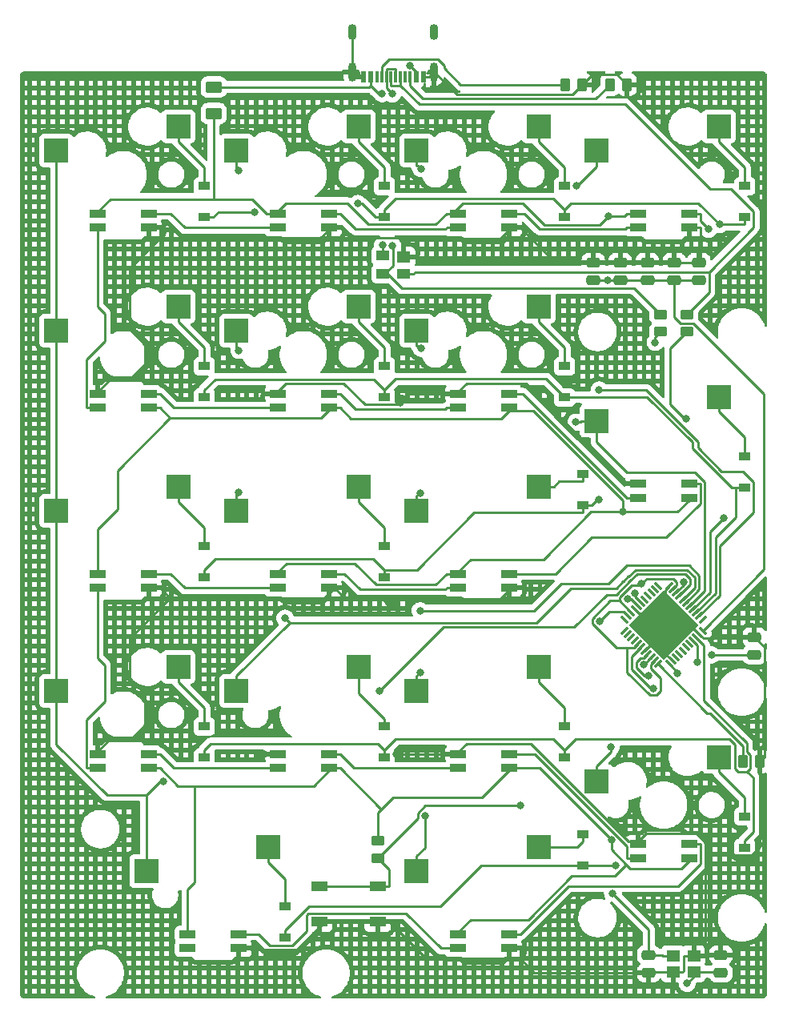
<source format=gbl>
G04 #@! TF.GenerationSoftware,KiCad,Pcbnew,(6.0.1)*
G04 #@! TF.CreationDate,2022-02-22T23:39:04+09:00*
G04 #@! TF.ProjectId,SkeletonNumPad,536b656c-6574-46f6-9e4e-756d5061642e,rev?*
G04 #@! TF.SameCoordinates,Original*
G04 #@! TF.FileFunction,Copper,L2,Bot*
G04 #@! TF.FilePolarity,Positive*
%FSLAX46Y46*%
G04 Gerber Fmt 4.6, Leading zero omitted, Abs format (unit mm)*
G04 Created by KiCad (PCBNEW (6.0.1)) date 2022-02-22 23:39:04*
%MOMM*%
%LPD*%
G01*
G04 APERTURE LIST*
G04 Aperture macros list*
%AMRoundRect*
0 Rectangle with rounded corners*
0 $1 Rounding radius*
0 $2 $3 $4 $5 $6 $7 $8 $9 X,Y pos of 4 corners*
0 Add a 4 corners polygon primitive as box body*
4,1,4,$2,$3,$4,$5,$6,$7,$8,$9,$2,$3,0*
0 Add four circle primitives for the rounded corners*
1,1,$1+$1,$2,$3*
1,1,$1+$1,$4,$5*
1,1,$1+$1,$6,$7*
1,1,$1+$1,$8,$9*
0 Add four rect primitives between the rounded corners*
20,1,$1+$1,$2,$3,$4,$5,0*
20,1,$1+$1,$4,$5,$6,$7,0*
20,1,$1+$1,$6,$7,$8,$9,0*
20,1,$1+$1,$8,$9,$2,$3,0*%
%AMRotRect*
0 Rectangle, with rotation*
0 The origin of the aperture is its center*
0 $1 length*
0 $2 width*
0 $3 Rotation angle, in degrees counterclockwise*
0 Add horizontal line*
21,1,$1,$2,0,0,$3*%
G04 Aperture macros list end*
G04 #@! TA.AperFunction,SMDPad,CuDef*
%ADD10R,0.600000X1.160000*%
G04 #@! TD*
G04 #@! TA.AperFunction,SMDPad,CuDef*
%ADD11R,0.300000X1.160000*%
G04 #@! TD*
G04 #@! TA.AperFunction,ComponentPad*
%ADD12O,0.900000X2.000000*%
G04 #@! TD*
G04 #@! TA.AperFunction,ComponentPad*
%ADD13O,0.900000X1.700000*%
G04 #@! TD*
G04 #@! TA.AperFunction,SMDPad,CuDef*
%ADD14R,1.200000X0.900000*%
G04 #@! TD*
G04 #@! TA.AperFunction,SMDPad,CuDef*
%ADD15RoundRect,0.250000X-0.625000X0.375000X-0.625000X-0.375000X0.625000X-0.375000X0.625000X0.375000X0*%
G04 #@! TD*
G04 #@! TA.AperFunction,SMDPad,CuDef*
%ADD16R,2.550000X2.500000*%
G04 #@! TD*
G04 #@! TA.AperFunction,SMDPad,CuDef*
%ADD17R,1.700000X0.820000*%
G04 #@! TD*
G04 #@! TA.AperFunction,SMDPad,CuDef*
%ADD18RoundRect,0.250000X0.475000X-0.250000X0.475000X0.250000X-0.475000X0.250000X-0.475000X-0.250000X0*%
G04 #@! TD*
G04 #@! TA.AperFunction,SMDPad,CuDef*
%ADD19RoundRect,0.250000X-0.262500X-0.450000X0.262500X-0.450000X0.262500X0.450000X-0.262500X0.450000X0*%
G04 #@! TD*
G04 #@! TA.AperFunction,SMDPad,CuDef*
%ADD20RoundRect,0.250000X-0.475000X0.250000X-0.475000X-0.250000X0.475000X-0.250000X0.475000X0.250000X0*%
G04 #@! TD*
G04 #@! TA.AperFunction,SMDPad,CuDef*
%ADD21R,1.800000X1.100000*%
G04 #@! TD*
G04 #@! TA.AperFunction,SMDPad,CuDef*
%ADD22RoundRect,0.250000X-0.450000X0.262500X-0.450000X-0.262500X0.450000X-0.262500X0.450000X0.262500X0*%
G04 #@! TD*
G04 #@! TA.AperFunction,SMDPad,CuDef*
%ADD23R,1.400000X1.200000*%
G04 #@! TD*
G04 #@! TA.AperFunction,SMDPad,CuDef*
%ADD24R,1.400000X1.000000*%
G04 #@! TD*
G04 #@! TA.AperFunction,SMDPad,CuDef*
%ADD25RoundRect,0.062500X-0.291682X-0.380070X0.380070X0.291682X0.291682X0.380070X-0.380070X-0.291682X0*%
G04 #@! TD*
G04 #@! TA.AperFunction,SMDPad,CuDef*
%ADD26RoundRect,0.062500X0.291682X-0.380070X0.380070X-0.291682X-0.291682X0.380070X-0.380070X0.291682X0*%
G04 #@! TD*
G04 #@! TA.AperFunction,SMDPad,CuDef*
%ADD27RotRect,5.200000X5.200000X45.000000*%
G04 #@! TD*
G04 #@! TA.AperFunction,SMDPad,CuDef*
%ADD28RoundRect,0.250000X0.450000X-0.262500X0.450000X0.262500X-0.450000X0.262500X-0.450000X-0.262500X0*%
G04 #@! TD*
G04 #@! TA.AperFunction,ViaPad*
%ADD29C,0.800000*%
G04 #@! TD*
G04 #@! TA.AperFunction,Conductor*
%ADD30C,0.250000*%
G04 #@! TD*
G04 APERTURE END LIST*
D10*
X130150000Y-37325000D03*
X130950000Y-37325000D03*
D11*
X132100000Y-37325000D03*
X133100000Y-37325000D03*
X133600000Y-37325000D03*
X134600000Y-37325000D03*
D10*
X135750000Y-37325000D03*
X136550000Y-37325000D03*
X136550000Y-37325000D03*
X135750000Y-37325000D03*
D11*
X135100000Y-37325000D03*
X134100000Y-37325000D03*
X132600000Y-37325000D03*
X131600000Y-37325000D03*
D10*
X130950000Y-37325000D03*
X130150000Y-37325000D03*
D12*
X129030000Y-36745000D03*
D13*
X137670000Y-32575000D03*
D12*
X137670000Y-36745000D03*
D13*
X129030000Y-32575000D03*
D14*
X151447500Y-71182500D03*
X151447500Y-67882500D03*
D15*
X114350000Y-38370000D03*
X114350000Y-41170000D03*
D16*
X135790000Y-121285000D03*
X148717000Y-118745000D03*
D14*
X132397500Y-90232500D03*
X132397500Y-86932500D03*
X151447500Y-52132500D03*
X151447500Y-48832500D03*
D17*
X107475000Y-72300000D03*
X107475000Y-70800000D03*
X102075000Y-70800000D03*
X102075000Y-72300000D03*
D14*
X121920000Y-128332500D03*
X121920000Y-125032500D03*
D18*
X163057500Y-58800000D03*
X163057500Y-56900000D03*
D19*
X156250000Y-38100000D03*
X158075000Y-38100000D03*
D20*
X160347500Y-130140000D03*
X160347500Y-132040000D03*
D14*
X113347500Y-90232500D03*
X113347500Y-86932500D03*
D17*
X111600000Y-127950000D03*
X111600000Y-129450000D03*
X117000000Y-129450000D03*
X117000000Y-127950000D03*
D14*
X132397500Y-52132500D03*
X132397500Y-48832500D03*
D17*
X140175000Y-127950000D03*
X140175000Y-129450000D03*
X145575000Y-129450000D03*
X145575000Y-127950000D03*
D16*
X97690000Y-64135000D03*
X110617000Y-61595000D03*
D19*
X170277500Y-109720000D03*
X172102500Y-109720000D03*
D16*
X116740000Y-45085000D03*
X129667000Y-42545000D03*
D14*
X132397500Y-71182500D03*
X132397500Y-67882500D03*
D19*
X151487500Y-38100000D03*
X153312500Y-38100000D03*
D17*
X140175000Y-89850000D03*
X140175000Y-91350000D03*
X145575000Y-91350000D03*
X145575000Y-89850000D03*
D14*
X113347500Y-52132500D03*
X113347500Y-48832500D03*
D17*
X102075000Y-51750000D03*
X102075000Y-53250000D03*
X107475000Y-53250000D03*
X107475000Y-51750000D03*
D21*
X125487500Y-122927500D03*
X131687500Y-122927500D03*
X131687500Y-126627500D03*
X125487500Y-126627500D03*
D16*
X154840000Y-45085000D03*
X167767000Y-42545000D03*
X116740000Y-64135000D03*
X129667000Y-61595000D03*
D18*
X157342500Y-58800000D03*
X157342500Y-56900000D03*
D17*
X140175000Y-51750000D03*
X140175000Y-53250000D03*
X145575000Y-53250000D03*
X145575000Y-51750000D03*
D16*
X135790000Y-102235000D03*
X148717000Y-99695000D03*
D22*
X164390000Y-62417500D03*
X164390000Y-64242500D03*
D17*
X159225000Y-51750000D03*
X159225000Y-53250000D03*
X164625000Y-53250000D03*
X164625000Y-51750000D03*
D14*
X170497500Y-80707500D03*
X170497500Y-77407500D03*
D17*
X164625000Y-119925000D03*
X164625000Y-118425000D03*
X159225000Y-118425000D03*
X159225000Y-119925000D03*
D14*
X113347500Y-71182500D03*
X113347500Y-67882500D03*
D16*
X154840000Y-111760000D03*
X167767000Y-109220000D03*
D14*
X153352500Y-120712500D03*
X153352500Y-117412500D03*
D16*
X116740000Y-102235000D03*
X129667000Y-99695000D03*
D14*
X170497500Y-118807500D03*
X170497500Y-115507500D03*
D18*
X171510000Y-98420000D03*
X171510000Y-96520000D03*
D23*
X134450000Y-56380000D03*
D24*
X134450000Y-58100000D03*
X132250000Y-58100000D03*
X132250000Y-56200000D03*
D16*
X97690000Y-83185000D03*
X110617000Y-80645000D03*
D18*
X165646800Y-58800000D03*
X165646800Y-56900000D03*
D16*
X135790000Y-83185000D03*
X148717000Y-80645000D03*
D17*
X145575000Y-110400000D03*
X145575000Y-108900000D03*
X140175000Y-108900000D03*
X140175000Y-110400000D03*
D16*
X97690000Y-45085000D03*
X110617000Y-42545000D03*
D25*
X161332798Y-99377736D03*
X160979245Y-99024182D03*
X160625691Y-98670629D03*
X160272138Y-98317076D03*
X159918585Y-97963522D03*
X159565031Y-97609969D03*
X159211478Y-97256415D03*
X158857924Y-96902862D03*
X158504371Y-96549309D03*
X158150818Y-96195755D03*
X157797264Y-95842202D03*
D26*
X157797264Y-94657798D03*
X158150818Y-94304245D03*
X158504371Y-93950691D03*
X158857924Y-93597138D03*
X159211478Y-93243585D03*
X159565031Y-92890031D03*
X159918585Y-92536478D03*
X160272138Y-92182924D03*
X160625691Y-91829371D03*
X160979245Y-91475818D03*
X161332798Y-91122264D03*
D25*
X162517202Y-91122264D03*
X162870755Y-91475818D03*
X163224309Y-91829371D03*
X163577862Y-92182924D03*
X163931415Y-92536478D03*
X164284969Y-92890031D03*
X164638522Y-93243585D03*
X164992076Y-93597138D03*
X165345629Y-93950691D03*
X165699182Y-94304245D03*
X166052736Y-94657798D03*
D26*
X166052736Y-95842202D03*
X165699182Y-96195755D03*
X165345629Y-96549309D03*
X164992076Y-96902862D03*
X164638522Y-97256415D03*
X164284969Y-97609969D03*
X163931415Y-97963522D03*
X163577862Y-98317076D03*
X163224309Y-98670629D03*
X162870755Y-99024182D03*
X162517202Y-99377736D03*
D27*
X161925000Y-95250000D03*
D14*
X113347500Y-109282500D03*
X113347500Y-105982500D03*
D18*
X167967500Y-132040000D03*
X167967500Y-130140000D03*
D16*
X154840000Y-73660000D03*
X167767000Y-71120000D03*
X116740000Y-83185000D03*
X129667000Y-80645000D03*
D14*
X170497500Y-52132500D03*
X170497500Y-48832500D03*
D18*
X154485000Y-58800000D03*
X154485000Y-56900000D03*
D14*
X151447500Y-109282500D03*
X151447500Y-105982500D03*
D17*
X102075000Y-89850000D03*
X102075000Y-91350000D03*
X107475000Y-91350000D03*
X107475000Y-89850000D03*
D16*
X135790000Y-64135000D03*
X148717000Y-61595000D03*
D23*
X165110000Y-131940000D03*
X162910000Y-131940000D03*
X162910000Y-130240000D03*
X165110000Y-130240000D03*
D17*
X126525000Y-110400000D03*
X126525000Y-108900000D03*
X121125000Y-108900000D03*
X121125000Y-110400000D03*
D14*
X132397500Y-109282500D03*
X132397500Y-105982500D03*
D17*
X164625000Y-81825000D03*
X164625000Y-80325000D03*
X159225000Y-80325000D03*
X159225000Y-81825000D03*
D14*
X153352500Y-82612500D03*
X153352500Y-79312500D03*
D18*
X160200000Y-58800000D03*
X160200000Y-56900000D03*
D16*
X107215000Y-121285000D03*
X120142000Y-118745000D03*
X97690000Y-102235000D03*
X110617000Y-99695000D03*
D17*
X121125000Y-51750000D03*
X121125000Y-53250000D03*
X126525000Y-53250000D03*
X126525000Y-51750000D03*
D28*
X131720000Y-119922500D03*
X131720000Y-118097500D03*
D22*
X161610000Y-62417500D03*
X161610000Y-64242500D03*
D17*
X126525000Y-72300000D03*
X126525000Y-70800000D03*
X121125000Y-70800000D03*
X121125000Y-72300000D03*
D16*
X135790000Y-45085000D03*
X148717000Y-42545000D03*
D17*
X107475000Y-110400000D03*
X107475000Y-108900000D03*
X102075000Y-108900000D03*
X102075000Y-110400000D03*
X121125000Y-89850000D03*
X121125000Y-91350000D03*
X126525000Y-91350000D03*
X126525000Y-89850000D03*
X145575000Y-72300000D03*
X145575000Y-70800000D03*
X140175000Y-70800000D03*
X140175000Y-72300000D03*
D29*
X156529100Y-123608700D03*
X158915700Y-91901700D03*
X119667200Y-108900000D03*
X134445700Y-54437600D03*
X133101900Y-92467800D03*
X133618800Y-108943300D03*
X134077900Y-71713800D03*
X158123100Y-92535000D03*
X164416800Y-133145900D03*
X160832100Y-101946200D03*
X166987800Y-98420000D03*
X159573400Y-90919700D03*
X163407000Y-100405800D03*
X156396000Y-118012900D03*
X156002500Y-58800000D03*
X156060200Y-52019200D03*
X157634800Y-83289600D03*
X129574000Y-50670300D03*
X118688600Y-51559800D03*
X167838100Y-52907800D03*
X168255000Y-83954600D03*
X155104200Y-81997600D03*
X155104200Y-70400900D03*
X156827700Y-120712500D03*
X165455600Y-99154100D03*
X132202700Y-55097000D03*
X135119800Y-36138100D03*
X132162800Y-39055200D03*
X133230800Y-39097400D03*
X133230800Y-55116500D03*
X166681700Y-53416000D03*
X164026500Y-90685200D03*
X155154700Y-94831600D03*
X146797400Y-114377000D03*
X159806900Y-99462000D03*
X161030200Y-65362900D03*
X160298000Y-100614900D03*
X164328500Y-73422300D03*
X121892000Y-94531000D03*
X117016300Y-81238500D03*
X117016300Y-47161200D03*
X117016300Y-66211200D03*
X136189800Y-81329500D03*
X136189800Y-100263500D03*
X136282500Y-46997300D03*
X136189800Y-93743500D03*
X136282500Y-65986000D03*
X136676900Y-115451400D03*
X156375800Y-108149300D03*
X152655600Y-73808100D03*
X152664800Y-48835500D03*
X131885600Y-102218400D03*
X109044800Y-111798600D03*
D30*
X161784700Y-130140000D02*
X160347500Y-130140000D01*
X158915700Y-92240700D02*
X158915700Y-91901700D01*
X162910000Y-130240000D02*
X161884700Y-130240000D01*
X160347500Y-127427100D02*
X156529100Y-123608700D01*
X161884700Y-130240000D02*
X161784700Y-130140000D01*
X159565000Y-92890000D02*
X158915700Y-92240700D01*
X160347500Y-130140000D02*
X160347500Y-127427100D01*
X166366500Y-130008800D02*
X167836300Y-130008800D01*
X172102500Y-109720000D02*
X172579100Y-109243400D01*
X105756800Y-69013300D02*
X107104800Y-67665300D01*
X108650300Y-54340700D02*
X108650300Y-53250000D01*
X161129200Y-97282600D02*
X160599500Y-97282600D01*
X103597100Y-107099700D02*
X105818400Y-107099700D01*
X162910000Y-131940000D02*
X163935300Y-131940000D01*
X102075000Y-108900000D02*
X102075000Y-108621800D01*
X140175000Y-70800000D02*
X140175000Y-70583100D01*
X147849600Y-107791300D02*
X141066700Y-107791300D01*
X162910000Y-131940000D02*
X160447500Y-131940000D01*
X145575000Y-53250000D02*
X145575000Y-53460100D01*
X159225000Y-118154400D02*
X160046300Y-117333100D01*
X121125000Y-70579600D02*
X121983900Y-69720700D01*
X172579100Y-109243400D02*
X172579100Y-97589100D01*
X154385300Y-37027200D02*
X157002200Y-37027200D01*
X162101800Y-91537700D02*
X162517200Y-91122300D01*
X138956400Y-108943300D02*
X133618800Y-108943300D01*
X152271600Y-39140900D02*
X153312500Y-38100000D01*
X134384900Y-54314600D02*
X128764900Y-54314600D01*
X159225000Y-118425000D02*
X159225000Y-118154400D01*
X131687500Y-126627500D02*
X132912800Y-126627500D01*
X161925000Y-94018000D02*
X162101800Y-93841200D01*
X164084700Y-130240000D02*
X164084700Y-131790600D01*
X129030000Y-36745000D02*
X129610000Y-37325000D01*
X140175000Y-108900000D02*
X138999700Y-108900000D01*
X145575000Y-53250000D02*
X146750300Y-53250000D01*
X107097400Y-102573500D02*
X105438100Y-100914200D01*
X129030000Y-32575000D02*
X129030000Y-35419700D01*
X145575000Y-129450000D02*
X146750300Y-129450000D01*
X163057500Y-56900000D02*
X160200000Y-56900000D01*
X127112700Y-91350000D02*
X126032300Y-92430400D01*
X161129200Y-96045800D02*
X161925000Y-95250000D01*
X161925000Y-95250000D02*
X161925000Y-94018000D01*
X166366500Y-119582900D02*
X166366500Y-130008800D01*
X126525000Y-91350000D02*
X127112700Y-91350000D01*
X130324300Y-71957900D02*
X133833800Y-71957900D01*
X158857900Y-93597100D02*
X159278800Y-94018000D01*
X129030000Y-36745000D02*
X129030000Y-35419700D01*
X165110000Y-130240000D02*
X166135300Y-130240000D01*
X126525000Y-53470400D02*
X125654700Y-54340700D01*
X166366500Y-119582900D02*
X171289900Y-119582900D01*
X165800300Y-56746500D02*
X165800300Y-53250000D01*
X117000000Y-129450000D02*
X118175300Y-129450000D01*
X134991700Y-70800000D02*
X140175000Y-70800000D01*
X136550000Y-37325000D02*
X137090000Y-37325000D01*
X128087100Y-69720700D02*
X130324300Y-71957900D01*
X150400300Y-56900000D02*
X146750300Y-53250000D01*
X133833800Y-71957900D02*
X134077900Y-71713800D01*
X131687500Y-126627500D02*
X130462200Y-126627500D01*
X105478700Y-63996300D02*
X105478700Y-57512300D01*
X107097400Y-105820700D02*
X107097400Y-102573500D01*
X118344200Y-129618900D02*
X123140300Y-129618900D01*
X165699200Y-96195800D02*
X164753400Y-95250000D01*
X134077900Y-71713800D02*
X134991700Y-70800000D01*
X153312500Y-38100000D02*
X154385300Y-37027200D01*
X102075000Y-70583100D02*
X103644800Y-69013300D01*
X137090000Y-37325000D02*
X137670000Y-36745000D01*
X128764900Y-54314600D02*
X127700300Y-53250000D01*
X125654700Y-54340700D02*
X108650300Y-54340700D01*
X125487500Y-126627500D02*
X126131700Y-126627500D01*
X138999700Y-108900000D02*
X138956400Y-108943300D01*
X107475000Y-91350000D02*
X108650300Y-91350000D01*
X123140300Y-129618900D02*
X126131700Y-126627500D01*
X158212700Y-118154400D02*
X147849600Y-107791300D01*
X136821200Y-130535900D02*
X146750300Y-130535900D01*
X159225000Y-118154400D02*
X158212700Y-118154400D01*
X133101900Y-92467800D02*
X128230500Y-92467800D01*
X144655400Y-54379700D02*
X134450000Y-54379700D01*
X129610000Y-37325000D02*
X130150000Y-37325000D01*
X160200000Y-56900000D02*
X157342500Y-56900000D01*
X157342500Y-56900000D02*
X154485000Y-56900000D01*
X161129200Y-97282600D02*
X161129200Y-96045800D01*
X165646800Y-56900000D02*
X163057500Y-56900000D01*
X172102500Y-118770300D02*
X172102500Y-109720000D01*
X160046300Y-117333100D02*
X165364100Y-117333100D01*
X140175000Y-108683000D02*
X140175000Y-108900000D01*
X118175300Y-129450000D02*
X118344200Y-129618900D01*
X126712800Y-126627500D02*
X130462200Y-126627500D01*
X134445700Y-55450400D02*
X134445700Y-54437600D01*
X166135300Y-130240000D02*
X166366500Y-130008800D01*
X126525000Y-53250000D02*
X126525000Y-53470400D01*
X134450000Y-54433300D02*
X134450000Y-54379700D01*
X165699200Y-96195800D02*
X166132300Y-96628900D01*
X146750300Y-130535900D02*
X148254400Y-132040000D01*
X140065900Y-39140900D02*
X152271600Y-39140900D01*
X121983900Y-69720700D02*
X128087100Y-69720700D01*
X141066700Y-107791300D02*
X140175000Y-108683000D01*
X119949700Y-108900000D02*
X119667200Y-108900000D01*
X134450000Y-54379700D02*
X134384900Y-54314600D01*
X134450000Y-56380000D02*
X134450000Y-55454700D01*
X145575000Y-91579100D02*
X144686300Y-92467800D01*
X160599500Y-97282600D02*
X159918600Y-97963500D01*
X121125000Y-108900000D02*
X119949700Y-108900000D01*
X165364100Y-117333100D02*
X166366500Y-118335500D01*
X162101800Y-93841200D02*
X162101800Y-91537700D01*
X105438100Y-96723000D02*
X109730700Y-92430400D01*
X140175000Y-70583100D02*
X141078800Y-69679300D01*
X121125000Y-70800000D02*
X121125000Y-70579600D01*
X126032300Y-92430400D02*
X109730700Y-92430400D01*
X102075000Y-108621800D02*
X103597100Y-107099700D01*
X166366500Y-118335500D02*
X166366500Y-119582900D01*
X167836300Y-130008800D02*
X167967500Y-130140000D01*
X147404000Y-69679300D02*
X158049700Y-80325000D01*
X109730700Y-92430400D02*
X108650300Y-91350000D01*
X134445700Y-54437600D02*
X134450000Y-54433300D01*
X159225000Y-80325000D02*
X158049700Y-80325000D01*
X145575000Y-91350000D02*
X145575000Y-91579100D01*
X105818400Y-107099700D02*
X107097400Y-105820700D01*
X128230500Y-92467800D02*
X127112700Y-91350000D01*
X102075000Y-70800000D02*
X102075000Y-70583100D01*
X165110000Y-130240000D02*
X164084700Y-130240000D01*
X105478700Y-57512300D02*
X108650300Y-54340700D01*
X148254400Y-132040000D02*
X160347500Y-132040000D01*
X162870800Y-99024200D02*
X161129200Y-97282600D01*
X105438100Y-100914200D02*
X105438100Y-96723000D01*
X164753400Y-95250000D02*
X161925000Y-95250000D01*
X126131700Y-126627500D02*
X126712800Y-126627500D01*
X137670000Y-36745000D02*
X140065900Y-39140900D01*
X171289900Y-119582900D02*
X172102500Y-118770300D01*
X165646800Y-56900000D02*
X165800300Y-56746500D01*
X171401100Y-96628900D02*
X171510000Y-96520000D01*
X164084700Y-131790600D02*
X163935300Y-131940000D01*
X172579100Y-97589100D02*
X171510000Y-96520000D01*
X103644800Y-69013300D02*
X105756800Y-69013300D01*
X160447500Y-131940000D02*
X160347500Y-132040000D01*
X134450000Y-55454700D02*
X134445700Y-55450400D01*
X132912800Y-126627500D02*
X136821200Y-130535900D01*
X107475000Y-53250000D02*
X108650300Y-53250000D01*
X144686300Y-92467800D02*
X133101900Y-92467800D01*
X166132300Y-96628900D02*
X171401100Y-96628900D01*
X164625000Y-53250000D02*
X165800300Y-53250000D01*
X154485000Y-56900000D02*
X150400300Y-56900000D01*
X126525000Y-53250000D02*
X127700300Y-53250000D01*
X107104800Y-67665300D02*
X107104800Y-65622400D01*
X159278800Y-94018000D02*
X161925000Y-94018000D01*
X141078800Y-69679300D02*
X147404000Y-69679300D01*
X146750300Y-130535900D02*
X146750300Y-129450000D01*
X107104800Y-65622400D02*
X105478700Y-63996300D01*
X157002200Y-37027200D02*
X158075000Y-38100000D01*
X145575000Y-53460100D02*
X144655400Y-54379700D01*
X165110000Y-131940000D02*
X165622700Y-131940000D01*
X165622700Y-131940000D02*
X166135300Y-131940000D01*
X166135300Y-131940000D02*
X167867500Y-131940000D01*
X159211500Y-93243600D02*
X158502900Y-92535000D01*
X165622700Y-131940000D02*
X164416800Y-133145900D01*
X167867500Y-131940000D02*
X167967500Y-132040000D01*
X158502900Y-92535000D02*
X158123100Y-92535000D01*
X158555300Y-98619700D02*
X158555300Y-99945400D01*
X171510000Y-98420000D02*
X166987800Y-98420000D01*
X159565000Y-97610000D02*
X158555300Y-98619700D01*
X158555300Y-99945400D02*
X160556100Y-101946200D01*
X160556100Y-101946200D02*
X160832100Y-101946200D01*
X157634800Y-83289600D02*
X157634800Y-82070500D01*
X161136800Y-102687300D02*
X160487700Y-102687300D01*
X156272300Y-92682800D02*
X154376800Y-94578300D01*
X160487700Y-102687300D02*
X158079100Y-100278700D01*
X138999700Y-51750000D02*
X137841800Y-52907900D01*
X160155700Y-90337400D02*
X159573400Y-90919700D01*
X114350000Y-41170000D02*
X114350000Y-50207600D01*
X159211500Y-97256400D02*
X158788000Y-97679900D01*
X145575000Y-72580300D02*
X144734700Y-73420600D01*
X118407300Y-50207600D02*
X119949700Y-51750000D01*
X162954500Y-90337400D02*
X160155700Y-90337400D01*
X163295100Y-91051500D02*
X163295100Y-90678000D01*
X147588300Y-126407600D02*
X141500500Y-126407600D01*
X161588800Y-100870000D02*
X161588800Y-102235300D01*
X164625000Y-120202000D02*
X164625000Y-119925000D01*
X164625000Y-81825000D02*
X164625000Y-82043300D01*
X172506600Y-89388300D02*
X172506600Y-70797100D01*
X154376800Y-95079500D02*
X156977200Y-97679900D01*
X137841800Y-52907900D02*
X130725600Y-52907900D01*
X111600000Y-123199000D02*
X111600000Y-127950000D01*
X126525000Y-72510100D02*
X126525000Y-72300000D01*
X156396000Y-118012900D02*
X156396000Y-119019900D01*
X155131100Y-52948300D02*
X156060200Y-52019200D01*
X163706800Y-63330000D02*
X163057500Y-62680700D01*
X128480500Y-50662800D02*
X121951300Y-50662800D01*
X125659700Y-73375400D02*
X126525000Y-72510100D01*
X124911700Y-112265000D02*
X112319500Y-112265000D01*
X165039500Y-63330000D02*
X163706800Y-63330000D01*
X158504400Y-93950700D02*
X157236500Y-92682800D01*
X142690000Y-113503300D02*
X145575000Y-110618300D01*
X130725600Y-52907900D02*
X128480500Y-50662800D01*
X129259000Y-88739600D02*
X122017500Y-88739600D01*
X122017500Y-88739600D02*
X121125000Y-89632100D01*
X157236500Y-92330400D02*
X158538500Y-91028400D01*
X132052500Y-114752200D02*
X133301400Y-113503300D01*
X159225000Y-51750000D02*
X158049700Y-51750000D01*
X158408500Y-121032400D02*
X163794600Y-121032400D01*
X139587400Y-51750000D02*
X138999700Y-51750000D01*
X163057500Y-62680700D02*
X163057500Y-58800000D01*
X141500500Y-126407600D02*
X140175000Y-127733100D01*
X104185000Y-78916100D02*
X104185000Y-82989000D01*
X145575000Y-110400000D02*
X146750300Y-110400000D01*
X156060200Y-52019200D02*
X157780500Y-52019200D01*
X149284100Y-52948300D02*
X155131100Y-52948300D01*
X121951300Y-50662800D02*
X121125000Y-51489100D01*
X149208200Y-88307600D02*
X141500500Y-88307600D01*
X108710800Y-110400000D02*
X110575800Y-112265000D01*
X137841800Y-91007900D02*
X131527300Y-91007900D01*
X156002500Y-58800000D02*
X154485000Y-58800000D01*
X131527300Y-91007900D02*
X129259000Y-88739600D01*
X157780500Y-52019200D02*
X158049700Y-51750000D01*
X156396000Y-119019900D02*
X157980100Y-120603900D01*
X156792900Y-121791100D02*
X152204800Y-121791100D01*
X161588800Y-102235300D02*
X161136800Y-102687300D01*
X140175000Y-51750000D02*
X139587400Y-51750000D01*
X109725700Y-73375400D02*
X125659700Y-73375400D01*
X158079100Y-100278700D02*
X158079100Y-97679900D01*
X110575800Y-112265000D02*
X112319500Y-112265000D01*
X128820900Y-73420600D02*
X127700300Y-72300000D01*
X145575000Y-110618300D02*
X145575000Y-110400000D01*
X156002500Y-58800000D02*
X157342500Y-58800000D01*
X121125000Y-51750000D02*
X119949700Y-51750000D01*
X157634800Y-82070500D02*
X148144600Y-72580300D01*
X145575000Y-72300000D02*
X145575000Y-72580300D01*
X157342500Y-58800000D02*
X160200000Y-58800000D01*
X162517200Y-99377700D02*
X163407000Y-100267500D01*
X160979200Y-99024200D02*
X160546000Y-99457400D01*
X163378700Y-83289600D02*
X157634800Y-83289600D01*
X158788000Y-97679900D02*
X158079100Y-97679900D01*
X147010400Y-50674600D02*
X149284100Y-52948300D01*
X140175000Y-127733100D02*
X140175000Y-127950000D01*
X131720000Y-115084700D02*
X132052500Y-114752200D01*
X157236500Y-92682800D02*
X157236500Y-92330400D01*
X126525000Y-110400000D02*
X126525000Y-110651700D01*
X103400500Y-50207600D02*
X114350000Y-50207600D01*
X102075000Y-51533100D02*
X103400500Y-50207600D01*
X109725700Y-73375400D02*
X104185000Y-78916100D01*
X140662800Y-50674600D02*
X147010400Y-50674600D01*
X157980100Y-120603900D02*
X156792900Y-121791100D01*
X139587400Y-51750000D02*
X140662800Y-50674600D01*
X114350000Y-50207600D02*
X118407300Y-50207600D01*
X164625000Y-82043300D02*
X163378700Y-83289600D01*
X160546000Y-99457400D02*
X160546000Y-99827200D01*
X146750300Y-110400000D02*
X148783100Y-110400000D01*
X121125000Y-51489100D02*
X121125000Y-51750000D01*
X108650300Y-72300000D02*
X109725700Y-73375400D01*
X157980100Y-120603900D02*
X158408500Y-121032400D01*
X121125000Y-89632100D02*
X121125000Y-89850000D01*
X126525000Y-110651700D02*
X124911700Y-112265000D01*
X132052500Y-114752200D02*
X127700300Y-110400000D01*
X126525000Y-72300000D02*
X127700300Y-72300000D01*
X126525000Y-110400000D02*
X127700300Y-110400000D01*
X163407000Y-100267500D02*
X163407000Y-100405800D01*
X148783100Y-110400000D02*
X156396000Y-118012900D01*
X108650300Y-110400000D02*
X108710800Y-110400000D01*
X157236500Y-92682800D02*
X156272300Y-92682800D01*
X160546000Y-99827200D02*
X161588800Y-100870000D01*
X102075000Y-85099000D02*
X102075000Y-89850000D01*
X102075000Y-51750000D02*
X102075000Y-51533100D01*
X160200000Y-58800000D02*
X163057500Y-58800000D01*
X157634800Y-83289600D02*
X154226200Y-83289600D01*
X104185000Y-82989000D02*
X102075000Y-85099000D01*
X172506600Y-70797100D02*
X165039500Y-63330000D01*
X163057500Y-58800000D02*
X165646800Y-58800000D01*
X140175000Y-89633100D02*
X140175000Y-89850000D01*
X162870800Y-91475800D02*
X163295100Y-91051500D01*
X141500500Y-88307600D02*
X140175000Y-89633100D01*
X131720000Y-118097500D02*
X131720000Y-115084700D01*
X107475000Y-72300000D02*
X108650300Y-72300000D01*
X107475000Y-110400000D02*
X108650300Y-110400000D01*
X158538500Y-91028400D02*
X159464700Y-91028400D01*
X154226200Y-83289600D02*
X149208200Y-88307600D01*
X144734700Y-73420600D02*
X128820900Y-73420600D01*
X156977200Y-97679900D02*
X158079100Y-97679900D01*
X152204800Y-121791100D02*
X147588300Y-126407600D01*
X154376800Y-94578300D02*
X154376800Y-95079500D01*
X133301400Y-113503300D02*
X142690000Y-113503300D01*
X159464700Y-91028400D02*
X159573400Y-90919700D01*
X166052700Y-95842200D02*
X172506600Y-89388300D01*
X112319500Y-112265000D02*
X112319500Y-122479500D01*
X163295100Y-90678000D02*
X162954500Y-90337400D01*
X138999700Y-89850000D02*
X137841800Y-91007900D01*
X112319500Y-122479500D02*
X111600000Y-123199000D01*
X163794600Y-121032400D02*
X164625000Y-120202000D01*
X140175000Y-89850000D02*
X138999700Y-89850000D01*
X148144600Y-72580300D02*
X145575000Y-72580300D01*
X132397500Y-52132500D02*
X132397500Y-51357200D01*
X113347500Y-52132500D02*
X114272800Y-52132500D01*
X170497500Y-52132500D02*
X170497500Y-52907800D01*
X114845500Y-51559800D02*
X118688600Y-51559800D01*
X130010000Y-50670300D02*
X129574000Y-50670300D01*
X166814500Y-85395100D02*
X168255000Y-83954600D01*
X165586700Y-50656400D02*
X152148300Y-50656400D01*
X151447500Y-52132500D02*
X151447500Y-51357200D01*
X131934900Y-52132500D02*
X131472200Y-52132500D01*
X152148300Y-50656400D02*
X151447500Y-51357200D01*
X114272800Y-52132500D02*
X114845500Y-51559800D01*
X150273500Y-50183200D02*
X151447500Y-51357200D01*
X132397500Y-51357200D02*
X133571500Y-50183200D01*
X166814500Y-91774700D02*
X166814500Y-85395100D01*
X131934900Y-52132500D02*
X132397500Y-52132500D01*
X164992100Y-93597100D02*
X166814500Y-91774700D01*
X133571500Y-50183200D02*
X150273500Y-50183200D01*
X170497500Y-52907800D02*
X167838100Y-52907800D01*
X167838100Y-52907800D02*
X165586700Y-50656400D01*
X131472200Y-52132500D02*
X130010000Y-50670300D01*
X113347500Y-46850800D02*
X113347500Y-48832500D01*
X110617000Y-44120300D02*
X113347500Y-46850800D01*
X110617000Y-42545000D02*
X110617000Y-44120300D01*
X129667000Y-44120300D02*
X132397500Y-46850800D01*
X129667000Y-42545000D02*
X129667000Y-44120300D01*
X132397500Y-46850800D02*
X132397500Y-48832500D01*
X148717000Y-44120300D02*
X151447500Y-46850800D01*
X148717000Y-42545000D02*
X148717000Y-44120300D01*
X151447500Y-46850800D02*
X151447500Y-48832500D01*
X167403500Y-86013500D02*
X169572200Y-83844800D01*
X169572200Y-83844800D02*
X169572200Y-80707500D01*
X151447500Y-71158200D02*
X149513400Y-69224100D01*
X165345600Y-93950700D02*
X167403500Y-91892800D01*
X151447500Y-71158200D02*
X160192300Y-71158200D01*
X133580600Y-69224100D02*
X132397500Y-70407200D01*
X170497500Y-80707500D02*
X169572200Y-80707500D01*
X164949600Y-76552300D02*
X169104800Y-80707500D01*
X131260600Y-69270300D02*
X132397500Y-70407200D01*
X167403500Y-91892800D02*
X167403500Y-86013500D01*
X160192300Y-71158200D02*
X164949600Y-75915500D01*
X114484400Y-69270300D02*
X131260600Y-69270300D01*
X132397500Y-71182500D02*
X132397500Y-70407200D01*
X164949600Y-75915500D02*
X164949600Y-76552300D01*
X151447500Y-71182500D02*
X151447500Y-71158200D01*
X149513400Y-69224100D02*
X133580600Y-69224100D01*
X169104800Y-80707500D02*
X169572200Y-80707500D01*
X113347500Y-70407200D02*
X114484400Y-69270300D01*
X113347500Y-71182500D02*
X113347500Y-70407200D01*
X170497500Y-46850800D02*
X170497500Y-48832500D01*
X167767000Y-42545000D02*
X167767000Y-44120300D01*
X167767000Y-44120300D02*
X170497500Y-46850800D01*
X110617000Y-61595000D02*
X110617000Y-63170300D01*
X113347500Y-65900800D02*
X113347500Y-67882500D01*
X110617000Y-63170300D02*
X113347500Y-65900800D01*
X129667000Y-63170300D02*
X132397500Y-65900800D01*
X132397500Y-65900800D02*
X132397500Y-67882500D01*
X129667000Y-61595000D02*
X129667000Y-63170300D01*
X151447500Y-65900800D02*
X151447500Y-67882500D01*
X148717000Y-63170300D02*
X151447500Y-65900800D01*
X148717000Y-61595000D02*
X148717000Y-63170300D01*
X113347500Y-90232500D02*
X113347500Y-89457200D01*
X154892700Y-81997600D02*
X155104200Y-81997600D01*
X154277800Y-82612500D02*
X154892700Y-81997600D01*
X171422900Y-80119800D02*
X170308800Y-79005700D01*
X165559200Y-76525000D02*
X165559200Y-75888200D01*
X167853900Y-86917300D02*
X171422900Y-83348300D01*
X171422900Y-83348300D02*
X171422900Y-80119800D01*
X167853900Y-92149500D02*
X167853900Y-86917300D01*
X153352500Y-82612500D02*
X153352500Y-83387800D01*
X141886300Y-83387800D02*
X135816900Y-89457200D01*
X132397500Y-90232500D02*
X132397500Y-89457200D01*
X113347500Y-89457200D02*
X114515500Y-88289200D01*
X160071900Y-70400900D02*
X155104200Y-70400900D01*
X114515500Y-88289200D02*
X131229500Y-88289200D01*
X153352500Y-83387800D02*
X141886300Y-83387800D01*
X135816900Y-89457200D02*
X132397500Y-89457200D01*
X131229500Y-88289200D02*
X132397500Y-89457200D01*
X170308800Y-79005700D02*
X168039900Y-79005700D01*
X168039900Y-79005700D02*
X165559200Y-76525000D01*
X153352500Y-82612500D02*
X154277800Y-82612500D01*
X165699200Y-94304200D02*
X167853900Y-92149500D01*
X165559200Y-75888200D02*
X160071900Y-70400900D01*
X167767000Y-72695300D02*
X170497500Y-75425800D01*
X167767000Y-71120000D02*
X167767000Y-72695300D01*
X170497500Y-75425800D02*
X170497500Y-77407500D01*
X113347500Y-84950800D02*
X110617000Y-82220300D01*
X113347500Y-86932500D02*
X113347500Y-84950800D01*
X110617000Y-80645000D02*
X110617000Y-82220300D01*
X129667000Y-82220300D02*
X132397500Y-84950800D01*
X129667000Y-80645000D02*
X129667000Y-82220300D01*
X132397500Y-84950800D02*
X132397500Y-86932500D01*
X113347500Y-109282500D02*
X113347500Y-108507200D01*
X170497500Y-118807500D02*
X170497500Y-118032200D01*
X166180900Y-103227200D02*
X166180900Y-97384600D01*
X152614100Y-107340600D02*
X168907800Y-107340600D01*
X166180900Y-97384600D02*
X165345600Y-96549300D01*
X171116300Y-110408600D02*
X171116300Y-109031400D01*
X151447500Y-108507200D02*
X150248000Y-107307700D01*
X114053900Y-107800800D02*
X113347500Y-108507200D01*
X170727800Y-107774100D02*
X166180900Y-103227200D01*
X132397500Y-108507200D02*
X131691100Y-107800800D01*
X133597000Y-107307700D02*
X132397500Y-108507200D01*
X151447500Y-108507200D02*
X152614100Y-107340600D01*
X169438700Y-110408600D02*
X169776400Y-110746300D01*
X169438700Y-107871500D02*
X169438700Y-110408600D01*
X171116300Y-109031400D02*
X170727900Y-108643000D01*
X170778600Y-110746300D02*
X171116300Y-110408600D01*
X132397500Y-109282500D02*
X132397500Y-108507200D01*
X150248000Y-107307700D02*
X133597000Y-107307700D01*
X171422900Y-117106800D02*
X170497500Y-118032200D01*
X168907800Y-107340600D02*
X169438700Y-107871500D01*
X170727800Y-108643000D02*
X170727800Y-107774100D01*
X170727900Y-108643000D02*
X170727800Y-108643000D01*
X169776400Y-110746300D02*
X170778600Y-110746300D01*
X170778600Y-110746300D02*
X171422900Y-111390600D01*
X131691100Y-107800800D02*
X114053900Y-107800800D01*
X171422900Y-111390600D02*
X171422900Y-117106800D01*
X151447500Y-109282500D02*
X151447500Y-108507200D01*
X153352500Y-80087800D02*
X150874500Y-80087800D01*
X150874500Y-80087800D02*
X150317300Y-80645000D01*
X148717000Y-80645000D02*
X150317300Y-80645000D01*
X153352500Y-79312500D02*
X153352500Y-80087800D01*
X110617000Y-101270300D02*
X113347500Y-104000800D01*
X113347500Y-104000800D02*
X113347500Y-105982500D01*
X110617000Y-99695000D02*
X110617000Y-101270300D01*
X129667000Y-99695000D02*
X129667000Y-101270300D01*
X132397500Y-105982500D02*
X132397500Y-105207200D01*
X129667000Y-101270300D02*
X129667000Y-102476700D01*
X129667000Y-102476700D02*
X132397500Y-105207200D01*
X148717000Y-99695000D02*
X148717000Y-101270300D01*
X148717000Y-101270300D02*
X151447500Y-104000800D01*
X151447500Y-104000800D02*
X151447500Y-105982500D01*
X138330200Y-125043900D02*
X124428300Y-125043900D01*
X156827700Y-120712500D02*
X153352500Y-120712500D01*
X153352500Y-120712500D02*
X142661600Y-120712500D01*
X142661600Y-120712500D02*
X138330200Y-125043900D01*
X165455600Y-97366400D02*
X165455600Y-99154100D01*
X121920000Y-127552200D02*
X121920000Y-128332500D01*
X124428300Y-125043900D02*
X121920000Y-127552200D01*
X164992100Y-96902900D02*
X165455600Y-97366400D01*
X170497500Y-115507500D02*
X170497500Y-113525800D01*
X167767000Y-109220000D02*
X167767000Y-110795300D01*
X170497500Y-113525800D02*
X167767000Y-110795300D01*
X121920000Y-122098300D02*
X121920000Y-125032500D01*
X120142000Y-118745000D02*
X120142000Y-120320300D01*
X120142000Y-120320300D02*
X121920000Y-122098300D01*
X166815800Y-49150600D02*
X157867600Y-40202400D01*
X157867600Y-40202400D02*
X136072100Y-40202400D01*
X135652400Y-57922900D02*
X135475300Y-58100000D01*
X166727900Y-57922900D02*
X135652400Y-57922900D01*
X134450000Y-58100000D02*
X135475300Y-58100000D01*
X171422900Y-51537200D02*
X169036300Y-49150600D01*
X166727900Y-57922900D02*
X171422900Y-53227900D01*
X166727900Y-60079600D02*
X166727900Y-57922900D01*
X134100000Y-38117700D02*
X134100000Y-38230300D01*
X136072100Y-40202400D02*
X134100000Y-38230300D01*
X133100000Y-37325000D02*
X133100000Y-38230300D01*
X169036300Y-49150600D02*
X166815800Y-49150600D01*
X134100000Y-37325000D02*
X134100000Y-38117700D01*
X134100000Y-38230300D02*
X133100000Y-38230300D01*
X164390000Y-62417500D02*
X166727900Y-60079600D01*
X171422900Y-53227900D02*
X171422900Y-51537200D01*
X131774900Y-39055200D02*
X132162800Y-39055200D01*
X132250000Y-55374700D02*
X132202700Y-55327400D01*
X132250000Y-56200000D02*
X132250000Y-55374700D01*
X130950000Y-37777600D02*
X130950000Y-38230300D01*
X135750000Y-36768300D02*
X135119800Y-36138100D01*
X130810300Y-38370000D02*
X130950000Y-38230300D01*
X114350000Y-38370000D02*
X130810300Y-38370000D01*
X130950000Y-38230300D02*
X131774900Y-39055200D01*
X132202700Y-55327400D02*
X132202700Y-55097000D01*
X135750000Y-37325000D02*
X135750000Y-36768300D01*
X130950000Y-37777600D02*
X130950000Y-37325000D01*
X134256900Y-59626400D02*
X158818900Y-59626400D01*
X132250000Y-58109000D02*
X132413300Y-57945700D01*
X132600000Y-37325000D02*
X132600000Y-38230300D01*
X132576200Y-57945700D02*
X134256900Y-59626400D01*
X158818900Y-59626400D02*
X161610000Y-62417500D01*
X132250000Y-58100000D02*
X132250000Y-58109000D01*
X133275400Y-55161100D02*
X133275400Y-57246500D01*
X133275400Y-57246500D02*
X132576200Y-57945700D01*
X132600100Y-38230300D02*
X132600000Y-38230300D01*
X132600100Y-38466700D02*
X132600100Y-38230300D01*
X132413300Y-57945700D02*
X132576200Y-57945700D01*
X133600000Y-37325000D02*
X133600000Y-36419700D01*
X133230800Y-39097400D02*
X132600100Y-38466700D01*
X132600000Y-37325000D02*
X132600000Y-36419700D01*
X133230800Y-55116500D02*
X133275400Y-55161100D01*
X133600000Y-36419700D02*
X132600000Y-36419700D01*
X154744100Y-39605900D02*
X136475600Y-39605900D01*
X156250000Y-38100000D02*
X154744100Y-39605900D01*
X135100000Y-37325000D02*
X135100000Y-38230300D01*
X136475600Y-39605900D02*
X135100000Y-38230300D01*
X151487500Y-38100000D02*
X140468400Y-38100000D01*
X132100000Y-36227900D02*
X132100000Y-37325000D01*
X138019100Y-35408700D02*
X132919200Y-35408700D01*
X138729600Y-36361200D02*
X138729600Y-36119200D01*
X140468400Y-38100000D02*
X138729600Y-36361200D01*
X138729600Y-36119200D02*
X138019100Y-35408700D01*
X132919200Y-35408700D02*
X132100000Y-36227900D01*
X166681700Y-53416000D02*
X165800300Y-52534600D01*
X164625000Y-51750000D02*
X165800300Y-51750000D01*
X165800300Y-52534600D02*
X165800300Y-51750000D01*
X163224300Y-91829400D02*
X164026500Y-91027200D01*
X164026500Y-91027200D02*
X164026500Y-90685200D01*
X157886800Y-53412900D02*
X148841300Y-53412900D01*
X148841300Y-53412900D02*
X147178400Y-51750000D01*
X159225000Y-53250000D02*
X158049700Y-53250000D01*
X147178400Y-51750000D02*
X145575000Y-51750000D01*
X158049700Y-53250000D02*
X157886800Y-53412900D01*
X140175000Y-53250000D02*
X138999700Y-53250000D01*
X129333600Y-53383300D02*
X127700300Y-51750000D01*
X126525000Y-51750000D02*
X127700300Y-51750000D01*
X138999700Y-53250000D02*
X138866400Y-53383300D01*
X138866400Y-53383300D02*
X129333600Y-53383300D01*
X111278900Y-53250000D02*
X109778900Y-51750000D01*
X109778900Y-51750000D02*
X107475000Y-51750000D01*
X121125000Y-53250000D02*
X111278900Y-53250000D01*
X152795300Y-118745000D02*
X153352500Y-118187800D01*
X153352500Y-117412500D02*
X153352500Y-118187800D01*
X148717000Y-118745000D02*
X152795300Y-118745000D01*
X135951600Y-115151000D02*
X135951600Y-115690900D01*
X132912800Y-121115300D02*
X132912800Y-122927500D01*
X131720000Y-119922500D02*
X132912800Y-121115300D01*
X146797400Y-114377000D02*
X136725600Y-114377000D01*
X125487500Y-122927500D02*
X131687500Y-122927500D01*
X158150800Y-94304200D02*
X157686900Y-93840300D01*
X135951600Y-115690900D02*
X131720000Y-119922500D01*
X131687500Y-122927500D02*
X132912800Y-122927500D01*
X157686900Y-93840300D02*
X156146000Y-93840300D01*
X156146000Y-93840300D02*
X155154700Y-94831600D01*
X136725600Y-114377000D02*
X135951600Y-115151000D01*
X160625700Y-98670600D02*
X159834300Y-99462000D01*
X159834300Y-99462000D02*
X159806900Y-99462000D01*
X161610000Y-64242500D02*
X161030200Y-64822300D01*
X161030200Y-64822300D02*
X161030200Y-65362900D01*
X164152400Y-73422300D02*
X164328500Y-73422300D01*
X162639600Y-71909500D02*
X164152400Y-73422300D01*
X159063400Y-99761100D02*
X159917200Y-100614900D01*
X162639600Y-65992900D02*
X162639600Y-71909500D01*
X159063400Y-99175300D02*
X159063400Y-99761100D01*
X160272100Y-98317100D02*
X159852500Y-98736700D01*
X159502000Y-98736700D02*
X159063400Y-99175300D01*
X164390000Y-64242500D02*
X162639600Y-65992900D01*
X159917200Y-100614900D02*
X160298000Y-100614900D01*
X159852500Y-98736700D02*
X159502000Y-98736700D01*
X157667200Y-90625900D02*
X158165300Y-90127800D01*
X158165300Y-90127800D02*
X158230700Y-90127800D01*
X165202100Y-91265800D02*
X163931400Y-92536500D01*
X156916800Y-91353500D02*
X157644400Y-90625900D01*
X122380400Y-95019300D02*
X116740000Y-100659700D01*
X116740000Y-65934900D02*
X116740000Y-64135000D01*
X116740000Y-81514800D02*
X117016300Y-81238500D01*
X116740000Y-102235000D02*
X116740000Y-100659700D01*
X157644400Y-90625900D02*
X157667200Y-90625900D01*
X164431200Y-89420000D02*
X165202100Y-90190900D01*
X158938500Y-89420000D02*
X164431200Y-89420000D01*
X148462700Y-95019300D02*
X152128500Y-91353500D01*
X116740000Y-83185000D02*
X116740000Y-81514800D01*
X165202100Y-90190900D02*
X165202100Y-91265800D01*
X122380400Y-95019300D02*
X148462700Y-95019300D01*
X152128500Y-91353500D02*
X156916800Y-91353500D01*
X121892000Y-94531000D02*
X122380400Y-95019300D01*
X117016300Y-66211200D02*
X116740000Y-65934900D01*
X158230700Y-90127800D02*
X158938500Y-89420000D01*
X116740000Y-46884900D02*
X116740000Y-45085000D01*
X117016300Y-47161200D02*
X116740000Y-46884900D01*
X136006800Y-65710300D02*
X136282500Y-65986000D01*
X136676900Y-118822800D02*
X135790000Y-119709700D01*
X135790000Y-64135000D02*
X135790000Y-65710300D01*
X135790000Y-102235000D02*
X135790000Y-100659700D01*
X151055800Y-90903100D02*
X156116200Y-90903100D01*
X135790000Y-46660300D02*
X135945500Y-46660300D01*
X135790000Y-65710300D02*
X136006800Y-65710300D01*
X135790000Y-81609700D02*
X136070200Y-81329500D01*
X135790000Y-45085000D02*
X135790000Y-46660300D01*
X135790000Y-100659700D02*
X135793600Y-100659700D01*
X148215400Y-93743500D02*
X151055800Y-90903100D01*
X165695800Y-91479200D02*
X164285000Y-92890000D01*
X135793600Y-100659700D02*
X136189800Y-100263500D01*
X136189800Y-93743500D02*
X148215400Y-93743500D01*
X136070200Y-81329500D02*
X136189800Y-81329500D01*
X136676900Y-115451400D02*
X136676900Y-118822800D01*
X135790000Y-121285000D02*
X135790000Y-119709700D01*
X135945500Y-46660300D02*
X136282500Y-46997300D01*
X156116200Y-90903100D02*
X158053200Y-88966100D01*
X165695800Y-90044100D02*
X165695800Y-91479200D01*
X164617800Y-88966100D02*
X165695800Y-90044100D01*
X158053200Y-88966100D02*
X164617800Y-88966100D01*
X135790000Y-83185000D02*
X135790000Y-81609700D01*
X154840000Y-46783900D02*
X154840000Y-46660300D01*
X166250700Y-91631400D02*
X166250700Y-80135200D01*
X152664800Y-48835500D02*
X152788400Y-48835500D01*
X154840000Y-75895000D02*
X154840000Y-73660000D01*
X152788400Y-48835500D02*
X154840000Y-46783900D01*
X154840000Y-45085000D02*
X154840000Y-46660300D01*
X153091600Y-73808100D02*
X153239700Y-73660000D01*
X164638500Y-93243600D02*
X166250700Y-91631400D01*
X158047200Y-79102200D02*
X154840000Y-75895000D01*
X165217700Y-79102200D02*
X158047200Y-79102200D01*
X154840000Y-73660000D02*
X153239700Y-73660000D01*
X152655600Y-73808100D02*
X153091600Y-73808100D01*
X154840000Y-111760000D02*
X154840000Y-110184700D01*
X154840000Y-110184700D02*
X156375800Y-108648900D01*
X156375800Y-108648900D02*
X156375800Y-108149300D01*
X166250700Y-80135200D02*
X165217700Y-79102200D01*
X155901900Y-92028700D02*
X156901300Y-92028700D01*
X152446200Y-95484400D02*
X155901900Y-92028700D01*
X138619600Y-95484400D02*
X152446200Y-95484400D01*
X97690000Y-64135000D02*
X97690000Y-45085000D01*
X107215000Y-113233000D02*
X108649400Y-111798600D01*
X97690000Y-83185000D02*
X97690000Y-64135000D01*
X164237800Y-89870300D02*
X164751800Y-90384300D01*
X107215000Y-113233000D02*
X107215000Y-121285000D01*
X156901300Y-92028700D02*
X158351900Y-90578100D01*
X164751800Y-91009000D02*
X163577900Y-92182900D01*
X131885600Y-102218400D02*
X138619600Y-95484400D01*
X158351900Y-90578100D02*
X158417300Y-90578100D01*
X164751800Y-90384300D02*
X164751800Y-91009000D01*
X107215000Y-113233000D02*
X103060700Y-113233000D01*
X103060700Y-113233000D02*
X97690000Y-107862300D01*
X158417300Y-90578100D02*
X159125100Y-89870300D01*
X159125100Y-89870300D02*
X164237800Y-89870300D01*
X97690000Y-107862300D02*
X97690000Y-102235000D01*
X97690000Y-102235000D02*
X97690000Y-83185000D01*
X108649400Y-111798600D02*
X109044800Y-111798600D01*
X161332800Y-99377700D02*
X166545900Y-104590800D01*
X170277500Y-108051100D02*
X170277500Y-109720000D01*
X166817200Y-104590800D02*
X170277500Y-108051100D01*
X166545900Y-104590800D02*
X166817200Y-104590800D01*
X100899700Y-67168000D02*
X100899700Y-72300000D01*
X102075000Y-72300000D02*
X100899700Y-72300000D01*
X102808600Y-65259100D02*
X100899700Y-67168000D01*
X102808600Y-62352800D02*
X102808600Y-65259100D01*
X102075000Y-53250000D02*
X102075000Y-61619200D01*
X102075000Y-61619200D02*
X102808600Y-62352800D01*
X110150300Y-72300000D02*
X121125000Y-72300000D01*
X108650300Y-70800000D02*
X110150300Y-72300000D01*
X107475000Y-70800000D02*
X108650300Y-70800000D01*
X129339400Y-72439100D02*
X138860600Y-72439100D01*
X140175000Y-72300000D02*
X138999700Y-72300000D01*
X126525000Y-70800000D02*
X127700300Y-70800000D01*
X127700300Y-70800000D02*
X129339400Y-72439100D01*
X138860600Y-72439100D02*
X138999700Y-72300000D01*
X158049700Y-81825000D02*
X147024700Y-70800000D01*
X159225000Y-81825000D02*
X158049700Y-81825000D01*
X147024700Y-70800000D02*
X145575000Y-70800000D01*
X165800300Y-80325000D02*
X165800300Y-82375800D01*
X165800300Y-82375800D02*
X162184400Y-85991700D01*
X164625000Y-80325000D02*
X165800300Y-80325000D01*
X150492200Y-89850000D02*
X145575000Y-89850000D01*
X154350500Y-85991700D02*
X150492200Y-89850000D01*
X162184400Y-85991700D02*
X154350500Y-85991700D01*
X129804600Y-91462600D02*
X138887100Y-91462600D01*
X128192000Y-89850000D02*
X129804600Y-91462600D01*
X140175000Y-91350000D02*
X138999700Y-91350000D01*
X138887100Y-91462600D02*
X138999700Y-91350000D01*
X126525000Y-89850000D02*
X128192000Y-89850000D01*
X111278900Y-91350000D02*
X109778900Y-89850000D01*
X109778900Y-89850000D02*
X107475000Y-89850000D01*
X121125000Y-91350000D02*
X111278900Y-91350000D01*
X102075000Y-110400000D02*
X100899700Y-110400000D01*
X102075000Y-98765200D02*
X102801500Y-99491700D01*
X102801500Y-103366200D02*
X100899700Y-105268000D01*
X102801500Y-99491700D02*
X102801500Y-103366200D01*
X100899700Y-105268000D02*
X100899700Y-110400000D01*
X102075000Y-91350000D02*
X102075000Y-98765200D01*
X108650300Y-108900000D02*
X110150300Y-110400000D01*
X107475000Y-108900000D02*
X108650300Y-108900000D01*
X110150300Y-110400000D02*
X121125000Y-110400000D01*
X127700300Y-108900000D02*
X129200300Y-110400000D01*
X140175000Y-110400000D02*
X138999700Y-110400000D01*
X126525000Y-108900000D02*
X127700300Y-108900000D01*
X129200300Y-110400000D02*
X138999700Y-110400000D01*
X145575000Y-108900000D02*
X148315200Y-108900000D01*
X148315200Y-108900000D02*
X158049700Y-118634500D01*
X158049700Y-118634500D02*
X158049700Y-119925000D01*
X159225000Y-119925000D02*
X158049700Y-119925000D01*
X145575000Y-127950000D02*
X146750300Y-127950000D01*
X164625000Y-118425000D02*
X165800300Y-118425000D01*
X165800300Y-120494000D02*
X163430900Y-122863400D01*
X163430900Y-122863400D02*
X151836900Y-122863400D01*
X165800300Y-118425000D02*
X165800300Y-120494000D01*
X151836900Y-122863400D02*
X146750300Y-127950000D01*
X138396000Y-129450000D02*
X134698100Y-125752100D01*
X134698100Y-125752100D02*
X124362000Y-125752100D01*
X124152800Y-127616200D02*
X122614800Y-129154200D01*
X122614800Y-129154200D02*
X120280600Y-129154200D01*
X120280600Y-129154200D02*
X119076400Y-127950000D01*
X124362000Y-125752100D02*
X124152800Y-125961300D01*
X124152800Y-125961300D02*
X124152800Y-127616200D01*
X140175000Y-129450000D02*
X138396000Y-129450000D01*
X119076400Y-127950000D02*
X117000000Y-127950000D01*
G04 #@! TA.AperFunction,Conductor*
G36*
X129660737Y-36511002D02*
G01*
X129707230Y-36564658D01*
X129711894Y-36576393D01*
X129723818Y-36611421D01*
X129743336Y-36643147D01*
X129791050Y-36720704D01*
X129818862Y-36765912D01*
X129837400Y-36784842D01*
X129870771Y-36847506D01*
X129864966Y-36918265D01*
X129821827Y-36974653D01*
X129755050Y-36998766D01*
X129747377Y-36999000D01*
X128090115Y-36999000D01*
X128074876Y-37003475D01*
X128073671Y-37004865D01*
X128072000Y-37012548D01*
X128072000Y-37340447D01*
X128072323Y-37346822D01*
X128086082Y-37482277D01*
X128088636Y-37494717D01*
X128113112Y-37572821D01*
X128114396Y-37643806D01*
X128077099Y-37704217D01*
X128013062Y-37734873D01*
X127992878Y-37736500D01*
X115776387Y-37736500D01*
X115708266Y-37716498D01*
X115667816Y-37670270D01*
X115666550Y-37671054D01*
X115577332Y-37526880D01*
X115573478Y-37520652D01*
X115547921Y-37495139D01*
X115453483Y-37400866D01*
X115448303Y-37395695D01*
X115394034Y-37362243D01*
X115303968Y-37306725D01*
X115303966Y-37306724D01*
X115297738Y-37302885D01*
X115137254Y-37249655D01*
X115136389Y-37249368D01*
X115136387Y-37249368D01*
X115129861Y-37247203D01*
X115123025Y-37246503D01*
X115123022Y-37246502D01*
X115079969Y-37242091D01*
X115044920Y-37238500D01*
X116105000Y-37238500D01*
X116607000Y-37238500D01*
X117105000Y-37238500D01*
X117607000Y-37238500D01*
X118105000Y-37238500D01*
X118607000Y-37238500D01*
X119105000Y-37238500D01*
X119607000Y-37238500D01*
X120105000Y-37238500D01*
X120607000Y-37238500D01*
X121105000Y-37238500D01*
X121607000Y-37238500D01*
X122105000Y-37238500D01*
X122607000Y-37238500D01*
X123105000Y-37238500D01*
X123607000Y-37238500D01*
X124105000Y-37238500D01*
X124607000Y-37238500D01*
X125105000Y-37238500D01*
X125607000Y-37238500D01*
X126105000Y-37238500D01*
X126607000Y-37238500D01*
X127105000Y-37238500D01*
X127574000Y-37238500D01*
X127574000Y-37201000D01*
X127105000Y-37201000D01*
X127105000Y-37238500D01*
X126607000Y-37238500D01*
X126607000Y-37201000D01*
X126105000Y-37201000D01*
X126105000Y-37238500D01*
X125607000Y-37238500D01*
X125607000Y-37201000D01*
X125105000Y-37201000D01*
X125105000Y-37238500D01*
X124607000Y-37238500D01*
X124607000Y-37201000D01*
X124105000Y-37201000D01*
X124105000Y-37238500D01*
X123607000Y-37238500D01*
X123607000Y-37201000D01*
X123105000Y-37201000D01*
X123105000Y-37238500D01*
X122607000Y-37238500D01*
X122607000Y-37201000D01*
X122105000Y-37201000D01*
X122105000Y-37238500D01*
X121607000Y-37238500D01*
X121607000Y-37201000D01*
X121105000Y-37201000D01*
X121105000Y-37238500D01*
X120607000Y-37238500D01*
X120607000Y-37201000D01*
X120105000Y-37201000D01*
X120105000Y-37238500D01*
X119607000Y-37238500D01*
X119607000Y-37201000D01*
X119105000Y-37201000D01*
X119105000Y-37238500D01*
X118607000Y-37238500D01*
X118607000Y-37201000D01*
X118105000Y-37201000D01*
X118105000Y-37238500D01*
X117607000Y-37238500D01*
X117607000Y-37201000D01*
X117105000Y-37201000D01*
X117105000Y-37238500D01*
X116607000Y-37238500D01*
X116607000Y-37201000D01*
X116105000Y-37201000D01*
X116105000Y-37238500D01*
X115044920Y-37238500D01*
X115025400Y-37236500D01*
X113674600Y-37236500D01*
X113671354Y-37236837D01*
X113671350Y-37236837D01*
X113575692Y-37246762D01*
X113575688Y-37246763D01*
X113568834Y-37247474D01*
X113562298Y-37249655D01*
X113562296Y-37249655D01*
X113430194Y-37293728D01*
X113401054Y-37303450D01*
X113250652Y-37396522D01*
X113125695Y-37521697D01*
X113121855Y-37527927D01*
X113121854Y-37527928D01*
X113050426Y-37643806D01*
X113032885Y-37672262D01*
X113030581Y-37679209D01*
X112979753Y-37832452D01*
X112977203Y-37840139D01*
X112966500Y-37944600D01*
X112966500Y-38795400D01*
X112966837Y-38798646D01*
X112966837Y-38798650D01*
X112974650Y-38873946D01*
X112977474Y-38901166D01*
X112979655Y-38907702D01*
X112979655Y-38907704D01*
X113012267Y-39005453D01*
X113033450Y-39068946D01*
X113126522Y-39219348D01*
X113251697Y-39344305D01*
X113257927Y-39348145D01*
X113257928Y-39348146D01*
X113395090Y-39432694D01*
X113402262Y-39437115D01*
X113477946Y-39462218D01*
X113563611Y-39490632D01*
X113563613Y-39490632D01*
X113570139Y-39492797D01*
X113576975Y-39493497D01*
X113576978Y-39493498D01*
X113620031Y-39497909D01*
X113674600Y-39503500D01*
X115025400Y-39503500D01*
X115028646Y-39503163D01*
X115028650Y-39503163D01*
X115124308Y-39493238D01*
X115124312Y-39493237D01*
X115131166Y-39492526D01*
X115137702Y-39490345D01*
X115137704Y-39490345D01*
X115269806Y-39446272D01*
X115298946Y-39436550D01*
X115449348Y-39343478D01*
X115484602Y-39308163D01*
X115569134Y-39223483D01*
X115574305Y-39218303D01*
X115667115Y-39067738D01*
X115668795Y-39068774D01*
X115709121Y-39022969D01*
X115776405Y-39003500D01*
X130731533Y-39003500D01*
X130742716Y-39004027D01*
X130750209Y-39005702D01*
X130758135Y-39005453D01*
X130758137Y-39005453D01*
X130772585Y-39004999D01*
X130841300Y-39022852D01*
X130865638Y-39041842D01*
X131068795Y-39245000D01*
X131271253Y-39447458D01*
X131278787Y-39455737D01*
X131282900Y-39462218D01*
X131326502Y-39503163D01*
X131332551Y-39508843D01*
X131335393Y-39511598D01*
X131355130Y-39531335D01*
X131358327Y-39533815D01*
X131367349Y-39541520D01*
X131393799Y-39566359D01*
X131393803Y-39566362D01*
X131399579Y-39571786D01*
X131404532Y-39574509D01*
X131422922Y-39592898D01*
X131423760Y-39592144D01*
X131456609Y-39628626D01*
X131551547Y-39734066D01*
X131602871Y-39771355D01*
X131696828Y-39839619D01*
X131706048Y-39846318D01*
X131712076Y-39849002D01*
X131712078Y-39849003D01*
X131874479Y-39921308D01*
X131880512Y-39923994D01*
X131973913Y-39943847D01*
X132060856Y-39962328D01*
X132060861Y-39962328D01*
X132067313Y-39963700D01*
X132258287Y-39963700D01*
X132264739Y-39962328D01*
X132264744Y-39962328D01*
X132351687Y-39943847D01*
X132445088Y-39923994D01*
X132451115Y-39921311D01*
X132451123Y-39921308D01*
X132612876Y-39849291D01*
X132683243Y-39839857D01*
X132738185Y-39862462D01*
X132774048Y-39888518D01*
X132780076Y-39891202D01*
X132780078Y-39891203D01*
X132942481Y-39963509D01*
X132948512Y-39966194D01*
X133024628Y-39982373D01*
X133128856Y-40004528D01*
X133128861Y-40004528D01*
X133135313Y-40005900D01*
X133326287Y-40005900D01*
X133332739Y-40004528D01*
X133332744Y-40004528D01*
X133436972Y-39982373D01*
X133513088Y-39966194D01*
X133519119Y-39963509D01*
X133681522Y-39891203D01*
X133681524Y-39891202D01*
X133687552Y-39888518D01*
X133842053Y-39776266D01*
X133942056Y-39665201D01*
X133965421Y-39639252D01*
X133965422Y-39639251D01*
X133969840Y-39634344D01*
X134065327Y-39468956D01*
X134094348Y-39379639D01*
X134134422Y-39321033D01*
X134199818Y-39293396D01*
X134269775Y-39305503D01*
X134303276Y-39329480D01*
X135568443Y-40594647D01*
X135575987Y-40602937D01*
X135580100Y-40609418D01*
X135585877Y-40614843D01*
X135629767Y-40656058D01*
X135632609Y-40658813D01*
X135652331Y-40678535D01*
X135655455Y-40680958D01*
X135655459Y-40680962D01*
X135655524Y-40681012D01*
X135664545Y-40688717D01*
X135696779Y-40718986D01*
X135703727Y-40722805D01*
X135703729Y-40722807D01*
X135714532Y-40728746D01*
X135731059Y-40739602D01*
X135740798Y-40747157D01*
X135740800Y-40747158D01*
X135747060Y-40752014D01*
X135787640Y-40769574D01*
X135798288Y-40774791D01*
X135819587Y-40786500D01*
X135837040Y-40796095D01*
X135844716Y-40798066D01*
X135844719Y-40798067D01*
X135856662Y-40801133D01*
X135875367Y-40807537D01*
X135893955Y-40815581D01*
X135901778Y-40816820D01*
X135901788Y-40816823D01*
X135937624Y-40822499D01*
X135949244Y-40824905D01*
X135984389Y-40833928D01*
X135992070Y-40835900D01*
X136012324Y-40835900D01*
X136032034Y-40837451D01*
X136052043Y-40840620D01*
X136059935Y-40839874D01*
X136084668Y-40837536D01*
X136096062Y-40836459D01*
X136107919Y-40835900D01*
X143981613Y-40835900D01*
X144049734Y-40855902D01*
X144096227Y-40909558D01*
X144106331Y-40979832D01*
X144076837Y-41044412D01*
X144069140Y-41052537D01*
X143921913Y-41194712D01*
X143921909Y-41194717D01*
X143918748Y-41197769D01*
X143745812Y-41419118D01*
X143743616Y-41422922D01*
X143743611Y-41422929D01*
X143642189Y-41598598D01*
X143605364Y-41662381D01*
X143500138Y-41922824D01*
X143499073Y-41927097D01*
X143499072Y-41927099D01*
X143443959Y-42148146D01*
X143432183Y-42195376D01*
X143431724Y-42199744D01*
X143431723Y-42199749D01*
X143421870Y-42293498D01*
X143402822Y-42474733D01*
X143412625Y-42755458D01*
X143413387Y-42759781D01*
X143413388Y-42759788D01*
X143431836Y-42864408D01*
X143461402Y-43032087D01*
X143548203Y-43299235D01*
X143550131Y-43303188D01*
X143550133Y-43303193D01*
X143601880Y-43409289D01*
X143671340Y-43551702D01*
X143673795Y-43555341D01*
X143673798Y-43555347D01*
X143725838Y-43632499D01*
X143828415Y-43784576D01*
X143831360Y-43787847D01*
X143831361Y-43787848D01*
X143858572Y-43818069D01*
X144016371Y-43993322D01*
X144019733Y-43996143D01*
X144019734Y-43996144D01*
X144052904Y-44023977D01*
X144231550Y-44173879D01*
X144469764Y-44322731D01*
X144603484Y-44382267D01*
X144720428Y-44434334D01*
X144726375Y-44436982D01*
X144996390Y-44514407D01*
X145000740Y-44515018D01*
X145000743Y-44515019D01*
X145103690Y-44529487D01*
X145274552Y-44553500D01*
X145485146Y-44553500D01*
X145487332Y-44553347D01*
X145487336Y-44553347D01*
X145690827Y-44539118D01*
X145690832Y-44539117D01*
X145695212Y-44538811D01*
X145969970Y-44480409D01*
X145974099Y-44478906D01*
X145974103Y-44478905D01*
X146229781Y-44385846D01*
X146229785Y-44385844D01*
X146233926Y-44384337D01*
X146481942Y-44252464D01*
X146491369Y-44245615D01*
X146705629Y-44089947D01*
X146705632Y-44089944D01*
X146709192Y-44087358D01*
X146712610Y-44084058D01*
X146792325Y-44007077D01*
X146855221Y-43974145D01*
X146925938Y-43980445D01*
X146982022Y-44023977D01*
X146988713Y-44034577D01*
X146991385Y-44041705D01*
X147078739Y-44158261D01*
X147195295Y-44245615D01*
X147331684Y-44296745D01*
X147393866Y-44303500D01*
X148018837Y-44303500D01*
X148086958Y-44323502D01*
X148130158Y-44374379D01*
X148130981Y-44373892D01*
X148130982Y-44373893D01*
X148137159Y-44384337D01*
X148141293Y-44391328D01*
X148149988Y-44409076D01*
X148157448Y-44427917D01*
X148162110Y-44434333D01*
X148162110Y-44434334D01*
X148183436Y-44463687D01*
X148189952Y-44473607D01*
X148212458Y-44511662D01*
X148226779Y-44525983D01*
X148239619Y-44541016D01*
X148251528Y-44557407D01*
X148257634Y-44562458D01*
X148285605Y-44585598D01*
X148294384Y-44593588D01*
X150777095Y-47076300D01*
X150811121Y-47138612D01*
X150814000Y-47165395D01*
X150814000Y-47764630D01*
X150793998Y-47832751D01*
X150740342Y-47879244D01*
X150732230Y-47882612D01*
X150638177Y-47917871D01*
X150600795Y-47931885D01*
X150484239Y-48019239D01*
X150396885Y-48135795D01*
X150345755Y-48272184D01*
X150339000Y-48334366D01*
X150339000Y-49330634D01*
X150345755Y-49392816D01*
X150347087Y-49396369D01*
X150343481Y-49465452D01*
X150302037Y-49523096D01*
X150236006Y-49549183D01*
X150224600Y-49549700D01*
X144791551Y-49549700D01*
X144723430Y-49529698D01*
X144676937Y-49476042D01*
X144666833Y-49405768D01*
X144699701Y-49337447D01*
X144709308Y-49327217D01*
X144806945Y-49223244D01*
X144817718Y-49208417D01*
X144931579Y-49051700D01*
X146105000Y-49051700D01*
X146607000Y-49051700D01*
X149185297Y-49051700D01*
X149607000Y-49051700D01*
X149607000Y-48743000D01*
X149468365Y-48743000D01*
X149394470Y-48842319D01*
X149391197Y-48846529D01*
X149378078Y-48862686D01*
X149374632Y-48866751D01*
X149360515Y-48882708D01*
X149356898Y-48886627D01*
X149342454Y-48901624D01*
X149338673Y-48905387D01*
X149185297Y-49051700D01*
X146607000Y-49051700D01*
X146607000Y-48942377D01*
X146456975Y-48769489D01*
X146453566Y-48765389D01*
X146440607Y-48749112D01*
X146437378Y-48744876D01*
X146436010Y-48743000D01*
X146105000Y-48743000D01*
X146105000Y-49051700D01*
X144931579Y-49051700D01*
X144992024Y-48968504D01*
X145003945Y-48946821D01*
X145141813Y-48696039D01*
X145141814Y-48696036D01*
X145143716Y-48692577D01*
X145244299Y-48438534D01*
X145258177Y-48403483D01*
X145258177Y-48403482D01*
X145259630Y-48399813D01*
X145337936Y-48094830D01*
X145353638Y-47970538D01*
X146105000Y-47970538D01*
X146105000Y-48245000D01*
X146176912Y-48245000D01*
X146161874Y-48206921D01*
X146160021Y-48201922D01*
X146153203Y-48182261D01*
X146151563Y-48177190D01*
X146145440Y-48156783D01*
X146144016Y-48151642D01*
X146138881Y-48131461D01*
X146137675Y-48126265D01*
X146105000Y-47970538D01*
X145353638Y-47970538D01*
X145377400Y-47782438D01*
X145377400Y-47559593D01*
X146568039Y-47559593D01*
X146576848Y-47794216D01*
X146585438Y-47835155D01*
X146623041Y-48014367D01*
X146625062Y-48024001D01*
X146711302Y-48242377D01*
X146833104Y-48443100D01*
X146986985Y-48620432D01*
X146991117Y-48623820D01*
X147164416Y-48765917D01*
X147164422Y-48765921D01*
X147168544Y-48769301D01*
X147173180Y-48771940D01*
X147173183Y-48771942D01*
X147284408Y-48835255D01*
X147372590Y-48885451D01*
X147593289Y-48965561D01*
X147598538Y-48966510D01*
X147598541Y-48966511D01*
X147649170Y-48975666D01*
X147824330Y-49007340D01*
X147828469Y-49007535D01*
X147828476Y-49007536D01*
X147847440Y-49008430D01*
X147847449Y-49008430D01*
X147848929Y-49008500D01*
X148013950Y-49008500D01*
X148095299Y-49001597D01*
X148183637Y-48994102D01*
X148183641Y-48994101D01*
X148188948Y-48993651D01*
X148194103Y-48992313D01*
X148194109Y-48992312D01*
X148411035Y-48936009D01*
X148411034Y-48936009D01*
X148416206Y-48934667D01*
X148421072Y-48932475D01*
X148421075Y-48932474D01*
X148625417Y-48840424D01*
X148625420Y-48840423D01*
X148630278Y-48838234D01*
X148825041Y-48707112D01*
X148994927Y-48545049D01*
X149006442Y-48529573D01*
X149122810Y-48373168D01*
X149135078Y-48356679D01*
X149144686Y-48337783D01*
X149239069Y-48152144D01*
X149239069Y-48152143D01*
X149241487Y-48147388D01*
X149311111Y-47923160D01*
X149319031Y-47863409D01*
X149341261Y-47695690D01*
X149341261Y-47695687D01*
X149341961Y-47690407D01*
X149333152Y-47455784D01*
X149309816Y-47344565D01*
X149286035Y-47231226D01*
X149286034Y-47231223D01*
X149284938Y-47225999D01*
X149198698Y-47007623D01*
X149145977Y-46920742D01*
X149079664Y-46811461D01*
X149079662Y-46811458D01*
X149076896Y-46806900D01*
X148923015Y-46629568D01*
X148864642Y-46581705D01*
X148745584Y-46484083D01*
X148745578Y-46484079D01*
X148741456Y-46480699D01*
X148736820Y-46478060D01*
X148736817Y-46478058D01*
X148542053Y-46367192D01*
X148537410Y-46364549D01*
X148316711Y-46284439D01*
X148311462Y-46283490D01*
X148311459Y-46283489D01*
X148230385Y-46268829D01*
X148085670Y-46242660D01*
X148081531Y-46242465D01*
X148081524Y-46242464D01*
X148062560Y-46241570D01*
X148062551Y-46241570D01*
X148061071Y-46241500D01*
X147896050Y-46241500D01*
X147814701Y-46248403D01*
X147726363Y-46255898D01*
X147726359Y-46255899D01*
X147721052Y-46256349D01*
X147715897Y-46257687D01*
X147715891Y-46257688D01*
X147538177Y-46303814D01*
X147493794Y-46315333D01*
X147488928Y-46317525D01*
X147488925Y-46317526D01*
X147284583Y-46409576D01*
X147284580Y-46409577D01*
X147279722Y-46411766D01*
X147084959Y-46542888D01*
X147081102Y-46546567D01*
X147081100Y-46546569D01*
X147044268Y-46581705D01*
X146915073Y-46704951D01*
X146911891Y-46709228D01*
X146911890Y-46709229D01*
X146902435Y-46721937D01*
X146774922Y-46893321D01*
X146772506Y-46898072D01*
X146772504Y-46898076D01*
X146690950Y-47058481D01*
X146668513Y-47102612D01*
X146598889Y-47326840D01*
X146598188Y-47332129D01*
X146570838Y-47538479D01*
X146568039Y-47559593D01*
X145377400Y-47559593D01*
X145377400Y-47467562D01*
X145349284Y-47245000D01*
X146105000Y-47245000D01*
X146107978Y-47245000D01*
X146109625Y-47235633D01*
X146110659Y-47230401D01*
X146115234Y-47209593D01*
X146116489Y-47204411D01*
X146121815Y-47184288D01*
X146123288Y-47179163D01*
X146192912Y-46954935D01*
X146194601Y-46949876D01*
X146201610Y-46930274D01*
X146203511Y-46925293D01*
X146211527Y-46905552D01*
X146213638Y-46900655D01*
X146222279Y-46881716D01*
X146224594Y-46876912D01*
X146292678Y-46743000D01*
X146105000Y-46743000D01*
X146105000Y-47245000D01*
X145349284Y-47245000D01*
X145337936Y-47155170D01*
X145259630Y-46850187D01*
X145253981Y-46835918D01*
X145204960Y-46712106D01*
X145143716Y-46557423D01*
X145135888Y-46543183D01*
X144993933Y-46284968D01*
X144993931Y-46284965D01*
X144992024Y-46281496D01*
X144851316Y-46087827D01*
X144809273Y-46029960D01*
X144809272Y-46029958D01*
X144806945Y-46026756D01*
X144591398Y-45797222D01*
X144525855Y-45743000D01*
X145216346Y-45743000D01*
X145394914Y-45988779D01*
X145397188Y-45992015D01*
X145405871Y-46004791D01*
X145408045Y-46008099D01*
X145416524Y-46021459D01*
X145418595Y-46024839D01*
X145426465Y-46038147D01*
X145428425Y-46041583D01*
X145540255Y-46245000D01*
X145607000Y-46245000D01*
X146105000Y-46245000D01*
X146607000Y-46245000D01*
X146607000Y-45944277D01*
X147105000Y-45944277D01*
X147289255Y-45861276D01*
X147294160Y-45859190D01*
X147313488Y-45851449D01*
X147318483Y-45849570D01*
X147338580Y-45842493D01*
X147343645Y-45840830D01*
X147363553Y-45834753D01*
X147368685Y-45833304D01*
X147595943Y-45774320D01*
X147601131Y-45773090D01*
X147607000Y-45771829D01*
X147607000Y-45745018D01*
X148105000Y-45745018D01*
X148109128Y-45745213D01*
X148113270Y-45745477D01*
X148129423Y-45746773D01*
X148133555Y-45747173D01*
X148150041Y-45749044D01*
X148154158Y-45749580D01*
X148170191Y-45751937D01*
X148174286Y-45752608D01*
X148405327Y-45794387D01*
X148410551Y-45795446D01*
X148430859Y-45800013D01*
X148436036Y-45801293D01*
X148456606Y-45806843D01*
X148461725Y-45808341D01*
X148481578Y-45814610D01*
X148486628Y-45816323D01*
X148607000Y-45860016D01*
X148607000Y-45743000D01*
X148105000Y-45743000D01*
X148105000Y-45745018D01*
X147607000Y-45745018D01*
X147607000Y-45743000D01*
X147105000Y-45743000D01*
X147105000Y-45944277D01*
X146607000Y-45944277D01*
X146607000Y-45743000D01*
X146105000Y-45743000D01*
X146105000Y-46245000D01*
X145607000Y-46245000D01*
X145607000Y-45743000D01*
X145216346Y-45743000D01*
X144525855Y-45743000D01*
X144348782Y-45596513D01*
X144082924Y-45427794D01*
X144079345Y-45426110D01*
X144079338Y-45426106D01*
X143801606Y-45295416D01*
X143801602Y-45295414D01*
X143798016Y-45293727D01*
X143498552Y-45196425D01*
X143189254Y-45137423D01*
X143095700Y-45131537D01*
X142955642Y-45122725D01*
X142955626Y-45122724D01*
X142953647Y-45122600D01*
X142796353Y-45122600D01*
X142794374Y-45122724D01*
X142794358Y-45122725D01*
X142654300Y-45131537D01*
X142560746Y-45137423D01*
X142251448Y-45196425D01*
X141951984Y-45293727D01*
X141948398Y-45295414D01*
X141948394Y-45295416D01*
X141670662Y-45426106D01*
X141670655Y-45426110D01*
X141667076Y-45427794D01*
X141401218Y-45596513D01*
X141219101Y-45747173D01*
X141200413Y-45762633D01*
X141135176Y-45790643D01*
X141065151Y-45778936D01*
X141012571Y-45731229D01*
X140994131Y-45662669D01*
X140997841Y-45635066D01*
X141046753Y-45438893D01*
X141046754Y-45438888D01*
X141047817Y-45434624D01*
X141048713Y-45426106D01*
X141076719Y-45159636D01*
X141076719Y-45159633D01*
X141077178Y-45155267D01*
X141076555Y-45137423D01*
X141067838Y-44887801D01*
X144105000Y-44887801D01*
X144294961Y-44977190D01*
X144298515Y-44978931D01*
X144312287Y-44985948D01*
X144315787Y-44987801D01*
X144329653Y-44995424D01*
X144333089Y-44997384D01*
X144346390Y-45005250D01*
X144349766Y-45007319D01*
X144607000Y-45170565D01*
X144607000Y-45032566D01*
X145105000Y-45032566D01*
X145105000Y-45245000D01*
X145607000Y-45245000D01*
X146105000Y-45245000D01*
X146607000Y-45245000D01*
X146607000Y-44749989D01*
X146467724Y-44824044D01*
X146463804Y-44826041D01*
X146448367Y-44833570D01*
X146444380Y-44835430D01*
X146428320Y-44842580D01*
X146424270Y-44844298D01*
X146408354Y-44850728D01*
X146404251Y-44852303D01*
X146140295Y-44948375D01*
X146136141Y-44949806D01*
X146119822Y-44955109D01*
X146115618Y-44956394D01*
X146105000Y-44959439D01*
X146105000Y-45245000D01*
X145607000Y-45245000D01*
X145607000Y-45044195D01*
X145519884Y-45050287D01*
X145517686Y-45050422D01*
X145509114Y-45050871D01*
X145506922Y-45050966D01*
X145498133Y-45051273D01*
X145495934Y-45051331D01*
X145487346Y-45051481D01*
X145485146Y-45051500D01*
X145274552Y-45051500D01*
X145270156Y-45051423D01*
X145252999Y-45050824D01*
X145248607Y-45050594D01*
X145231071Y-45049368D01*
X145226689Y-45048985D01*
X145209610Y-45047190D01*
X145205244Y-45046654D01*
X145105000Y-45032566D01*
X144607000Y-45032566D01*
X144607000Y-44920821D01*
X144589109Y-44915691D01*
X144584900Y-44914404D01*
X144568574Y-44909099D01*
X144564421Y-44907669D01*
X144547902Y-44901657D01*
X144543797Y-44900081D01*
X144527871Y-44893647D01*
X144523819Y-44891928D01*
X144267208Y-44777677D01*
X144263220Y-44775817D01*
X144247784Y-44768288D01*
X144243866Y-44766291D01*
X144228345Y-44758038D01*
X144224499Y-44755907D01*
X144209633Y-44747324D01*
X144205864Y-44745059D01*
X144203544Y-44743609D01*
X147105000Y-44743609D01*
X147105000Y-45245000D01*
X147607000Y-45245000D01*
X147607000Y-44801500D01*
X147393866Y-44801500D01*
X147390458Y-44801454D01*
X147377154Y-44801094D01*
X147373748Y-44800956D01*
X147360140Y-44800219D01*
X147356737Y-44799988D01*
X147343474Y-44798909D01*
X147340083Y-44798587D01*
X147277901Y-44791832D01*
X147270092Y-44790735D01*
X147239754Y-44785502D01*
X147232025Y-44783919D01*
X147201403Y-44776638D01*
X147193789Y-44774574D01*
X147164341Y-44765592D01*
X147156872Y-44763055D01*
X147105000Y-44743609D01*
X144203544Y-44743609D01*
X144202569Y-44743000D01*
X144105000Y-44743000D01*
X144105000Y-44887801D01*
X141067838Y-44887801D01*
X141067529Y-44878939D01*
X141067528Y-44878933D01*
X141067375Y-44874542D01*
X141064480Y-44858120D01*
X141019360Y-44602236D01*
X141018598Y-44597913D01*
X140931797Y-44330765D01*
X140928750Y-44324516D01*
X140856739Y-44176875D01*
X140808660Y-44078298D01*
X140806205Y-44074659D01*
X140806202Y-44074653D01*
X140696973Y-43912715D01*
X140651585Y-43845424D01*
X140646447Y-43839717D01*
X140559362Y-43743000D01*
X141183195Y-43743000D01*
X141221521Y-43799821D01*
X141223915Y-43803508D01*
X141233014Y-43818069D01*
X141235280Y-43821840D01*
X141244069Y-43837063D01*
X141246201Y-43840908D01*
X141254262Y-43856068D01*
X141256259Y-43859988D01*
X141379396Y-44112455D01*
X141381255Y-44116442D01*
X141388240Y-44132131D01*
X141389959Y-44136180D01*
X141396544Y-44152479D01*
X141398119Y-44156583D01*
X141403991Y-44172716D01*
X141405423Y-44176875D01*
X141427558Y-44245000D01*
X141607000Y-44245000D01*
X142105000Y-44245000D01*
X142607000Y-44245000D01*
X143105000Y-44245000D01*
X143572857Y-44245000D01*
X143458329Y-44117804D01*
X143455442Y-44114483D01*
X143444404Y-44101328D01*
X143441637Y-44097911D01*
X143430814Y-44084058D01*
X143428166Y-44080543D01*
X143418075Y-44066653D01*
X143415554Y-44063053D01*
X143258479Y-43830179D01*
X143256085Y-43826492D01*
X143246986Y-43811931D01*
X143244720Y-43808160D01*
X143235931Y-43792937D01*
X143233799Y-43789092D01*
X143225738Y-43773932D01*
X143223741Y-43770012D01*
X143210566Y-43743000D01*
X143105000Y-43743000D01*
X143105000Y-44245000D01*
X142607000Y-44245000D01*
X142607000Y-43743000D01*
X142105000Y-43743000D01*
X142105000Y-44245000D01*
X141607000Y-44245000D01*
X141607000Y-43743000D01*
X141183195Y-43743000D01*
X140559362Y-43743000D01*
X140466566Y-43639940D01*
X140463629Y-43636678D01*
X140248450Y-43456121D01*
X140010236Y-43307269D01*
X139870378Y-43245000D01*
X141105000Y-43245000D01*
X141607000Y-43245000D01*
X142105000Y-43245000D01*
X142607000Y-43245000D01*
X142607000Y-42743000D01*
X142105000Y-42743000D01*
X142105000Y-43245000D01*
X141607000Y-43245000D01*
X141607000Y-42743000D01*
X141105000Y-42743000D01*
X141105000Y-43245000D01*
X139870378Y-43245000D01*
X139753625Y-43193018D01*
X139483610Y-43115593D01*
X139479260Y-43114982D01*
X139479257Y-43114981D01*
X139376310Y-43100513D01*
X139205448Y-43076500D01*
X138994854Y-43076500D01*
X138992668Y-43076653D01*
X138992664Y-43076653D01*
X138789173Y-43090882D01*
X138789168Y-43090883D01*
X138784788Y-43091189D01*
X138510030Y-43149591D01*
X138505901Y-43151094D01*
X138505897Y-43151095D01*
X138250219Y-43244154D01*
X138250215Y-43244156D01*
X138246074Y-43245663D01*
X137998058Y-43377536D01*
X137994499Y-43380122D01*
X137994497Y-43380123D01*
X137858516Y-43478919D01*
X137770808Y-43542642D01*
X137767644Y-43545698D01*
X137767641Y-43545700D01*
X137705337Y-43605867D01*
X137642441Y-43638799D01*
X137571724Y-43632499D01*
X137515960Y-43589215D01*
X137515615Y-43588295D01*
X137428261Y-43471739D01*
X137311705Y-43384385D01*
X137175316Y-43333255D01*
X137113134Y-43326500D01*
X134466866Y-43326500D01*
X134404684Y-43333255D01*
X134268295Y-43384385D01*
X134151739Y-43471739D01*
X134064385Y-43588295D01*
X134013255Y-43724684D01*
X134010164Y-43753140D01*
X134007754Y-43775327D01*
X134006500Y-43786866D01*
X134006500Y-46383134D01*
X134013255Y-46445316D01*
X134064385Y-46581705D01*
X134151739Y-46698261D01*
X134268295Y-46785615D01*
X134404684Y-46836745D01*
X134466866Y-46843500D01*
X135091880Y-46843500D01*
X135160001Y-46863502D01*
X135206494Y-46917158D01*
X135207575Y-46919935D01*
X135209785Y-46924632D01*
X135212236Y-46932175D01*
X135216486Y-46938871D01*
X135216486Y-46938872D01*
X135216650Y-46939131D01*
X135227415Y-46960258D01*
X135227529Y-46960546D01*
X135227532Y-46960551D01*
X135230448Y-46967917D01*
X135235104Y-46974325D01*
X135235107Y-46974331D01*
X135263458Y-47013352D01*
X135267901Y-47019889D01*
X135298000Y-47067318D01*
X135303778Y-47072744D01*
X135303779Y-47072745D01*
X135304007Y-47072959D01*
X135319688Y-47090746D01*
X135324528Y-47097407D01*
X135330637Y-47102461D01*
X135346587Y-47115656D01*
X135386325Y-47174490D01*
X135388470Y-47182590D01*
X135388958Y-47187228D01*
X135390997Y-47193502D01*
X135390997Y-47193504D01*
X135418961Y-47279568D01*
X135447973Y-47368856D01*
X135543460Y-47534244D01*
X135671247Y-47676166D01*
X135763236Y-47743000D01*
X135818627Y-47783244D01*
X135825748Y-47788418D01*
X135831776Y-47791102D01*
X135831778Y-47791103D01*
X135992032Y-47862452D01*
X136000212Y-47866094D01*
X136077923Y-47882612D01*
X136180556Y-47904428D01*
X136180561Y-47904428D01*
X136187013Y-47905800D01*
X136337954Y-47905800D01*
X136406075Y-47925802D01*
X136452568Y-47979458D01*
X136461268Y-48005923D01*
X136463964Y-48018769D01*
X136465062Y-48024001D01*
X136551302Y-48242377D01*
X136673104Y-48443100D01*
X136826985Y-48620432D01*
X136831117Y-48623820D01*
X137004416Y-48765917D01*
X137004422Y-48765921D01*
X137008544Y-48769301D01*
X137013180Y-48771940D01*
X137013183Y-48771942D01*
X137124408Y-48835255D01*
X137212590Y-48885451D01*
X137433289Y-48965561D01*
X137438538Y-48966510D01*
X137438541Y-48966511D01*
X137489170Y-48975666D01*
X137664330Y-49007340D01*
X137668469Y-49007535D01*
X137668476Y-49007536D01*
X137687440Y-49008430D01*
X137687449Y-49008430D01*
X137688929Y-49008500D01*
X137853950Y-49008500D01*
X137935299Y-49001597D01*
X138023637Y-48994102D01*
X138023641Y-48994101D01*
X138028948Y-48993651D01*
X138034103Y-48992313D01*
X138034109Y-48992312D01*
X138251035Y-48936009D01*
X138251034Y-48936009D01*
X138256206Y-48934667D01*
X138261072Y-48932475D01*
X138261075Y-48932474D01*
X138465417Y-48840424D01*
X138465420Y-48840423D01*
X138470278Y-48838234D01*
X138665041Y-48707112D01*
X138834927Y-48545049D01*
X138846442Y-48529573D01*
X138962810Y-48373168D01*
X138975078Y-48356679D01*
X138984686Y-48337783D01*
X139031859Y-48245000D01*
X139572633Y-48245000D01*
X139607000Y-48245000D01*
X139607000Y-48134321D01*
X139572633Y-48245000D01*
X139031859Y-48245000D01*
X139079069Y-48152144D01*
X139079069Y-48152143D01*
X139081487Y-48147388D01*
X139151111Y-47923160D01*
X139159031Y-47863409D01*
X139181261Y-47695690D01*
X139181261Y-47695687D01*
X139181961Y-47690407D01*
X139173152Y-47455784D01*
X139149816Y-47344565D01*
X139127373Y-47237602D01*
X139132960Y-47166826D01*
X139175925Y-47110305D01*
X139241898Y-47086035D01*
X139275355Y-47083696D01*
X139340828Y-47079118D01*
X139340834Y-47079117D01*
X139345212Y-47078811D01*
X139619970Y-47020409D01*
X139624099Y-47018906D01*
X139624103Y-47018905D01*
X139879781Y-46925846D01*
X139879785Y-46925844D01*
X139883926Y-46924337D01*
X140131942Y-46792464D01*
X140138643Y-46787596D01*
X140316327Y-46658501D01*
X140383195Y-46634642D01*
X140452347Y-46650723D01*
X140501827Y-46701637D01*
X140515926Y-46771220D01*
X140507540Y-46806820D01*
X140490370Y-46850187D01*
X140412064Y-47155170D01*
X140372600Y-47467562D01*
X140372600Y-47782438D01*
X140412064Y-48094830D01*
X140490370Y-48399813D01*
X140491823Y-48403482D01*
X140491823Y-48403483D01*
X140505701Y-48438534D01*
X140606284Y-48692577D01*
X140608186Y-48696036D01*
X140608187Y-48696039D01*
X140746056Y-48946821D01*
X140757976Y-48968504D01*
X140818421Y-49051700D01*
X140932283Y-49208417D01*
X140943055Y-49223244D01*
X141040692Y-49327217D01*
X141050299Y-49337447D01*
X141082350Y-49400797D01*
X141075063Y-49471419D01*
X141030752Y-49526890D01*
X140958449Y-49549700D01*
X133650268Y-49549700D01*
X133639085Y-49549173D01*
X133631592Y-49547498D01*
X133623665Y-49547747D01*
X133615774Y-49547001D01*
X133615925Y-49545401D01*
X133556101Y-49529859D01*
X133507945Y-49477690D01*
X133495639Y-49407769D01*
X133497373Y-49397810D01*
X133499245Y-49392816D01*
X133500098Y-49384963D01*
X133500099Y-49384959D01*
X133505631Y-49334031D01*
X133506000Y-49330634D01*
X133506000Y-49051700D01*
X134105000Y-49051700D01*
X134607000Y-49051700D01*
X135105000Y-49051700D01*
X135607000Y-49051700D01*
X136105000Y-49051700D01*
X136567534Y-49051700D01*
X139105000Y-49051700D01*
X139607000Y-49051700D01*
X139607000Y-48779283D01*
X140105000Y-48779283D01*
X140105000Y-49051700D01*
X140235419Y-49051700D01*
X140169883Y-48932490D01*
X140168034Y-48928997D01*
X140161017Y-48915227D01*
X140159273Y-48911667D01*
X140152536Y-48897350D01*
X140150907Y-48893742D01*
X140144770Y-48879560D01*
X140143255Y-48875904D01*
X140105000Y-48779283D01*
X139607000Y-48779283D01*
X139607000Y-48743000D01*
X139308365Y-48743000D01*
X139234470Y-48842319D01*
X139231197Y-48846529D01*
X139218078Y-48862686D01*
X139214632Y-48866751D01*
X139200515Y-48882708D01*
X139196898Y-48886627D01*
X139182454Y-48901624D01*
X139178672Y-48905387D01*
X139105000Y-48975666D01*
X139105000Y-49051700D01*
X136567534Y-49051700D01*
X136511225Y-49005529D01*
X136507172Y-49002060D01*
X136491643Y-48988187D01*
X136487742Y-48984551D01*
X136472468Y-48969697D01*
X136468726Y-48965900D01*
X136454434Y-48950773D01*
X136450856Y-48946821D01*
X136296975Y-48769489D01*
X136293566Y-48765389D01*
X136280607Y-48749112D01*
X136277378Y-48744876D01*
X136276010Y-48743000D01*
X136105000Y-48743000D01*
X136105000Y-49051700D01*
X135607000Y-49051700D01*
X135607000Y-48743000D01*
X135105000Y-48743000D01*
X135105000Y-49051700D01*
X134607000Y-49051700D01*
X134607000Y-48743000D01*
X134105000Y-48743000D01*
X134105000Y-49051700D01*
X133506000Y-49051700D01*
X133506000Y-48334366D01*
X133499245Y-48272184D01*
X133489054Y-48245000D01*
X134105000Y-48245000D01*
X134607000Y-48245000D01*
X134607000Y-47770808D01*
X135105000Y-47770808D01*
X135105000Y-48245000D01*
X135607000Y-48245000D01*
X135607000Y-48235306D01*
X135594292Y-48228831D01*
X135588494Y-48225683D01*
X135565682Y-48212512D01*
X135560062Y-48209068D01*
X135538469Y-48195046D01*
X135533030Y-48191308D01*
X135378529Y-48079056D01*
X135373293Y-48075038D01*
X135353280Y-48058831D01*
X135348265Y-48054548D01*
X135328690Y-48036922D01*
X135323907Y-48032382D01*
X135305702Y-48014177D01*
X135301161Y-48009392D01*
X135173374Y-47867470D01*
X135169087Y-47862452D01*
X135152885Y-47842443D01*
X135148873Y-47837213D01*
X135133390Y-47815903D01*
X135129654Y-47810468D01*
X135115628Y-47788871D01*
X135112180Y-47783244D01*
X135105000Y-47770808D01*
X134607000Y-47770808D01*
X134607000Y-47743000D01*
X134105000Y-47743000D01*
X134105000Y-48245000D01*
X133489054Y-48245000D01*
X133448115Y-48135795D01*
X133360761Y-48019239D01*
X133244205Y-47931885D01*
X133206823Y-47917871D01*
X133112770Y-47882612D01*
X133056006Y-47839970D01*
X133031306Y-47773409D01*
X133031000Y-47764630D01*
X133031000Y-46929567D01*
X133031527Y-46918384D01*
X133033202Y-46910891D01*
X133032243Y-46880367D01*
X133031062Y-46842814D01*
X133031000Y-46838855D01*
X133031000Y-46810944D01*
X133030495Y-46806944D01*
X133029562Y-46795101D01*
X133029451Y-46791548D01*
X133028173Y-46750910D01*
X133025875Y-46743000D01*
X133526171Y-46743000D01*
X133526948Y-46767699D01*
X133526964Y-46767869D01*
X133527274Y-46771806D01*
X133528267Y-46787596D01*
X133528453Y-46791548D01*
X133528938Y-46806988D01*
X133529000Y-46810944D01*
X133529000Y-46832988D01*
X133530957Y-46895244D01*
X133530957Y-46903163D01*
X133529986Y-46934047D01*
X133529489Y-46941946D01*
X133529000Y-46947118D01*
X133529000Y-47245000D01*
X133607000Y-47245000D01*
X133607000Y-46776753D01*
X133601517Y-46764792D01*
X133598075Y-46756518D01*
X133593007Y-46743000D01*
X133526171Y-46743000D01*
X133025875Y-46743000D01*
X133022522Y-46731458D01*
X133018514Y-46712106D01*
X133016967Y-46699863D01*
X133015974Y-46692003D01*
X133002710Y-46658501D01*
X132999700Y-46650897D01*
X132995855Y-46639670D01*
X132992278Y-46627358D01*
X132983518Y-46597207D01*
X132973207Y-46579772D01*
X132964512Y-46562024D01*
X132957052Y-46543183D01*
X132931064Y-46507413D01*
X132924548Y-46497493D01*
X132906080Y-46466265D01*
X132906078Y-46466262D01*
X132902042Y-46459438D01*
X132887721Y-46445117D01*
X132874880Y-46430083D01*
X132867631Y-46420106D01*
X132862972Y-46413693D01*
X132828895Y-46385502D01*
X132820116Y-46377512D01*
X132400724Y-45958120D01*
X133105000Y-45958120D01*
X133159840Y-46012960D01*
X133180410Y-46029977D01*
X133186346Y-46035211D01*
X133208870Y-46056362D01*
X133214470Y-46061962D01*
X133236090Y-46084986D01*
X133241325Y-46090924D01*
X133260332Y-46113901D01*
X133280023Y-46136234D01*
X133285070Y-46142334D01*
X133304428Y-46167289D01*
X133309081Y-46173694D01*
X133326448Y-46199248D01*
X133330691Y-46205933D01*
X133344272Y-46228898D01*
X133355971Y-46245000D01*
X133508500Y-46245000D01*
X133508500Y-45743000D01*
X133105000Y-45743000D01*
X133105000Y-45958120D01*
X132400724Y-45958120D01*
X131868710Y-45426106D01*
X131400725Y-44958120D01*
X132105000Y-44958120D01*
X132391880Y-45245000D01*
X132607000Y-45245000D01*
X133105000Y-45245000D01*
X133508500Y-45245000D01*
X133508500Y-44743000D01*
X133105000Y-44743000D01*
X133105000Y-45245000D01*
X132607000Y-45245000D01*
X132607000Y-44743000D01*
X132105000Y-44743000D01*
X132105000Y-44958120D01*
X131400725Y-44958120D01*
X130955972Y-44513367D01*
X130921947Y-44451057D01*
X130927012Y-44380242D01*
X130969559Y-44323406D01*
X131031458Y-44299011D01*
X131035476Y-44298574D01*
X131052316Y-44296745D01*
X131188705Y-44245615D01*
X131189526Y-44245000D01*
X132105000Y-44245000D01*
X132607000Y-44245000D01*
X133105000Y-44245000D01*
X133508500Y-44245000D01*
X133508500Y-43786866D01*
X133508546Y-43783458D01*
X133508906Y-43770154D01*
X133509044Y-43766748D01*
X133509781Y-43753140D01*
X133510012Y-43749737D01*
X133510560Y-43743000D01*
X133105000Y-43743000D01*
X133105000Y-44245000D01*
X132607000Y-44245000D01*
X132607000Y-43743000D01*
X132105000Y-43743000D01*
X132105000Y-44245000D01*
X131189526Y-44245000D01*
X131305261Y-44158261D01*
X131392615Y-44041705D01*
X131443745Y-43905316D01*
X131450500Y-43843134D01*
X131450500Y-43245000D01*
X132105000Y-43245000D01*
X132607000Y-43245000D01*
X133105000Y-43245000D01*
X133607000Y-43245000D01*
X133607000Y-42913757D01*
X134105000Y-42913757D01*
X134229871Y-42866945D01*
X134237341Y-42864408D01*
X134266789Y-42855426D01*
X134274403Y-42853362D01*
X134305025Y-42846081D01*
X134312754Y-42844498D01*
X134343092Y-42839265D01*
X134350901Y-42838168D01*
X134413083Y-42831413D01*
X134416474Y-42831091D01*
X134429737Y-42830012D01*
X134433140Y-42829781D01*
X134446748Y-42829044D01*
X134450154Y-42828906D01*
X134463458Y-42828546D01*
X134466866Y-42828500D01*
X134607000Y-42828500D01*
X135105000Y-42828500D01*
X135607000Y-42828500D01*
X136105000Y-42828500D01*
X136607000Y-42828500D01*
X137105000Y-42828500D01*
X137113134Y-42828500D01*
X137116542Y-42828546D01*
X137129846Y-42828906D01*
X137133252Y-42829044D01*
X137146860Y-42829781D01*
X137150263Y-42830012D01*
X137163526Y-42831091D01*
X137166917Y-42831413D01*
X137229099Y-42838168D01*
X137236908Y-42839265D01*
X137267246Y-42844498D01*
X137274975Y-42846081D01*
X137305597Y-42853362D01*
X137313211Y-42855426D01*
X137342659Y-42864408D01*
X137350129Y-42866945D01*
X137486518Y-42918075D01*
X137494792Y-42921517D01*
X137526577Y-42936087D01*
X137534583Y-42940107D01*
X137565918Y-42957263D01*
X137573617Y-42961842D01*
X137603011Y-42980767D01*
X137607000Y-42983541D01*
X137607000Y-42804331D01*
X140105000Y-42804331D01*
X140212792Y-42852323D01*
X140216780Y-42854183D01*
X140232216Y-42861712D01*
X140236134Y-42863709D01*
X140251655Y-42871962D01*
X140255501Y-42874093D01*
X140270367Y-42882676D01*
X140274136Y-42884941D01*
X140512350Y-43033793D01*
X140516039Y-43036188D01*
X140530273Y-43045789D01*
X140533874Y-43048311D01*
X140548095Y-43058643D01*
X140551607Y-43061289D01*
X140565139Y-43071861D01*
X140568558Y-43074630D01*
X140607000Y-43106887D01*
X140607000Y-42743000D01*
X140105000Y-42743000D01*
X140105000Y-42804331D01*
X137607000Y-42804331D01*
X137607000Y-42743000D01*
X137105000Y-42743000D01*
X137105000Y-42828500D01*
X136607000Y-42828500D01*
X136607000Y-42743000D01*
X136105000Y-42743000D01*
X136105000Y-42828500D01*
X135607000Y-42828500D01*
X135607000Y-42743000D01*
X135105000Y-42743000D01*
X135105000Y-42828500D01*
X134607000Y-42828500D01*
X134607000Y-42743000D01*
X134105000Y-42743000D01*
X134105000Y-42913757D01*
X133607000Y-42913757D01*
X133607000Y-42743000D01*
X133105000Y-42743000D01*
X133105000Y-43245000D01*
X132607000Y-43245000D01*
X132607000Y-42743000D01*
X132105000Y-42743000D01*
X132105000Y-43245000D01*
X131450500Y-43245000D01*
X131450500Y-42245000D01*
X132105000Y-42245000D01*
X132607000Y-42245000D01*
X133105000Y-42245000D01*
X133607000Y-42245000D01*
X134105000Y-42245000D01*
X134607000Y-42245000D01*
X135105000Y-42245000D01*
X135607000Y-42245000D01*
X136105000Y-42245000D01*
X136607000Y-42245000D01*
X137105000Y-42245000D01*
X137607000Y-42245000D01*
X138105000Y-42245000D01*
X138607000Y-42245000D01*
X139105000Y-42245000D01*
X139607000Y-42245000D01*
X140105000Y-42245000D01*
X140607000Y-42245000D01*
X141105000Y-42245000D01*
X141607000Y-42245000D01*
X142105000Y-42245000D01*
X142607000Y-42245000D01*
X142607000Y-41743000D01*
X142105000Y-41743000D01*
X142105000Y-42245000D01*
X141607000Y-42245000D01*
X141607000Y-41743000D01*
X141105000Y-41743000D01*
X141105000Y-42245000D01*
X140607000Y-42245000D01*
X140607000Y-41743000D01*
X140105000Y-41743000D01*
X140105000Y-42245000D01*
X139607000Y-42245000D01*
X139607000Y-41743000D01*
X139105000Y-41743000D01*
X139105000Y-42245000D01*
X138607000Y-42245000D01*
X138607000Y-41743000D01*
X138105000Y-41743000D01*
X138105000Y-42245000D01*
X137607000Y-42245000D01*
X137607000Y-41743000D01*
X137105000Y-41743000D01*
X137105000Y-42245000D01*
X136607000Y-42245000D01*
X136607000Y-41743000D01*
X136105000Y-41743000D01*
X136105000Y-42245000D01*
X135607000Y-42245000D01*
X135607000Y-41743000D01*
X135105000Y-41743000D01*
X135105000Y-42245000D01*
X134607000Y-42245000D01*
X134607000Y-41743000D01*
X134105000Y-41743000D01*
X134105000Y-42245000D01*
X133607000Y-42245000D01*
X133607000Y-41743000D01*
X133105000Y-41743000D01*
X133105000Y-42245000D01*
X132607000Y-42245000D01*
X132607000Y-41743000D01*
X132105000Y-41743000D01*
X132105000Y-42245000D01*
X131450500Y-42245000D01*
X131450500Y-41246866D01*
X131450297Y-41245000D01*
X132105000Y-41245000D01*
X132607000Y-41245000D01*
X133105000Y-41245000D01*
X133607000Y-41245000D01*
X134105000Y-41245000D01*
X134607000Y-41245000D01*
X134607000Y-40835480D01*
X135105000Y-40835480D01*
X135105000Y-41245000D01*
X135607000Y-41245000D01*
X135607000Y-41237417D01*
X135604181Y-41236091D01*
X135597123Y-41232494D01*
X135573749Y-41219643D01*
X135549286Y-41209058D01*
X135542120Y-41205686D01*
X135514591Y-41191659D01*
X135507656Y-41187846D01*
X135480468Y-41171767D01*
X135473783Y-41167525D01*
X135449167Y-41150795D01*
X135423971Y-41134805D01*
X135417427Y-41130358D01*
X135391874Y-41111793D01*
X135385620Y-41106942D01*
X135361817Y-41087251D01*
X135355879Y-41082016D01*
X135332231Y-41059809D01*
X135332088Y-41059691D01*
X135329072Y-41057115D01*
X135317208Y-41046654D01*
X135314280Y-41043989D01*
X135303028Y-41033421D01*
X135300193Y-41030673D01*
X135284630Y-41015110D01*
X135239196Y-40972445D01*
X135233599Y-40966848D01*
X135212452Y-40944329D01*
X135207218Y-40938392D01*
X135203894Y-40934374D01*
X135105000Y-40835480D01*
X134607000Y-40835480D01*
X134607000Y-40743000D01*
X134105000Y-40743000D01*
X134105000Y-41245000D01*
X133607000Y-41245000D01*
X133607000Y-40743000D01*
X133105000Y-40743000D01*
X133105000Y-41245000D01*
X132607000Y-41245000D01*
X132607000Y-40743000D01*
X132105000Y-40743000D01*
X132105000Y-41245000D01*
X131450297Y-41245000D01*
X131443745Y-41184684D01*
X131392615Y-41048295D01*
X131305261Y-40931739D01*
X131188705Y-40844385D01*
X131052316Y-40793255D01*
X130990134Y-40786500D01*
X128343866Y-40786500D01*
X128281684Y-40793255D01*
X128145295Y-40844385D01*
X128028739Y-40931739D01*
X128023358Y-40938919D01*
X127946771Y-41041109D01*
X127941385Y-41048295D01*
X127940137Y-41051625D01*
X127891808Y-41099844D01*
X127822417Y-41114857D01*
X127750557Y-41085710D01*
X127575620Y-40938919D01*
X127551822Y-40918950D01*
X127551818Y-40918947D01*
X127548450Y-40916121D01*
X127310236Y-40767269D01*
X127053625Y-40653018D01*
X126783610Y-40575593D01*
X126779260Y-40574982D01*
X126779257Y-40574981D01*
X126676310Y-40560513D01*
X126505448Y-40536500D01*
X126294854Y-40536500D01*
X126292668Y-40536653D01*
X126292664Y-40536653D01*
X126089173Y-40550882D01*
X126089168Y-40550883D01*
X126084788Y-40551189D01*
X125810030Y-40609591D01*
X125805901Y-40611094D01*
X125805897Y-40611095D01*
X125550219Y-40704154D01*
X125550215Y-40704156D01*
X125546074Y-40705663D01*
X125298058Y-40837536D01*
X125294499Y-40840122D01*
X125294497Y-40840123D01*
X125075393Y-40999311D01*
X125070808Y-41002642D01*
X125067644Y-41005698D01*
X125067641Y-41005700D01*
X125013047Y-41058421D01*
X124868748Y-41197769D01*
X124695812Y-41419118D01*
X124693616Y-41422922D01*
X124693611Y-41422929D01*
X124592189Y-41598598D01*
X124555364Y-41662381D01*
X124450138Y-41922824D01*
X124449073Y-41927097D01*
X124449072Y-41927099D01*
X124393959Y-42148146D01*
X124382183Y-42195376D01*
X124381724Y-42199744D01*
X124381723Y-42199749D01*
X124371870Y-42293498D01*
X124352822Y-42474733D01*
X124362625Y-42755458D01*
X124363387Y-42759781D01*
X124363388Y-42759788D01*
X124381836Y-42864408D01*
X124411402Y-43032087D01*
X124498203Y-43299235D01*
X124500131Y-43303188D01*
X124500133Y-43303193D01*
X124551880Y-43409289D01*
X124621340Y-43551702D01*
X124623795Y-43555341D01*
X124623798Y-43555347D01*
X124675838Y-43632499D01*
X124778415Y-43784576D01*
X124781360Y-43787847D01*
X124781361Y-43787848D01*
X124808572Y-43818069D01*
X124966371Y-43993322D01*
X124969733Y-43996143D01*
X124969734Y-43996144D01*
X125002904Y-44023977D01*
X125181550Y-44173879D01*
X125419764Y-44322731D01*
X125553484Y-44382267D01*
X125670428Y-44434334D01*
X125676375Y-44436982D01*
X125946390Y-44514407D01*
X125950740Y-44515018D01*
X125950743Y-44515019D01*
X126053690Y-44529487D01*
X126224552Y-44553500D01*
X126435146Y-44553500D01*
X126437332Y-44553347D01*
X126437336Y-44553347D01*
X126640827Y-44539118D01*
X126640832Y-44539117D01*
X126645212Y-44538811D01*
X126919970Y-44480409D01*
X126924099Y-44478906D01*
X126924103Y-44478905D01*
X127179781Y-44385846D01*
X127179785Y-44385844D01*
X127183926Y-44384337D01*
X127431942Y-44252464D01*
X127441369Y-44245615D01*
X127655629Y-44089947D01*
X127655632Y-44089944D01*
X127659192Y-44087358D01*
X127662610Y-44084058D01*
X127742325Y-44007077D01*
X127805221Y-43974145D01*
X127875938Y-43980445D01*
X127932022Y-44023977D01*
X127938713Y-44034577D01*
X127941385Y-44041705D01*
X128028739Y-44158261D01*
X128145295Y-44245615D01*
X128281684Y-44296745D01*
X128343866Y-44303500D01*
X128968837Y-44303500D01*
X129036958Y-44323502D01*
X129080158Y-44374379D01*
X129080981Y-44373892D01*
X129080982Y-44373893D01*
X129087159Y-44384337D01*
X129091293Y-44391328D01*
X129099988Y-44409076D01*
X129107448Y-44427917D01*
X129112110Y-44434333D01*
X129112110Y-44434334D01*
X129133436Y-44463687D01*
X129139952Y-44473607D01*
X129162458Y-44511662D01*
X129176779Y-44525983D01*
X129189619Y-44541016D01*
X129201528Y-44557407D01*
X129207634Y-44562458D01*
X129235605Y-44585598D01*
X129244384Y-44593588D01*
X131727095Y-47076300D01*
X131761121Y-47138612D01*
X131764000Y-47165395D01*
X131764000Y-47764630D01*
X131743998Y-47832751D01*
X131690342Y-47879244D01*
X131682230Y-47882612D01*
X131588177Y-47917871D01*
X131550795Y-47931885D01*
X131434239Y-48019239D01*
X131346885Y-48135795D01*
X131295755Y-48272184D01*
X131289000Y-48334366D01*
X131289000Y-49330634D01*
X131295755Y-49392816D01*
X131346885Y-49529205D01*
X131434239Y-49645761D01*
X131550795Y-49733115D01*
X131687184Y-49784245D01*
X131749366Y-49791000D01*
X132763606Y-49791000D01*
X132831727Y-49811002D01*
X132878220Y-49864658D01*
X132888324Y-49934932D01*
X132858830Y-49999512D01*
X132852717Y-50006079D01*
X132005236Y-50853559D01*
X131996962Y-50861088D01*
X131990482Y-50865200D01*
X131985057Y-50870977D01*
X131943857Y-50914851D01*
X131941102Y-50917693D01*
X131921365Y-50937430D01*
X131918885Y-50940627D01*
X131911182Y-50949647D01*
X131880914Y-50981879D01*
X131877095Y-50988825D01*
X131877093Y-50988828D01*
X131871152Y-50999634D01*
X131860301Y-51016153D01*
X131847886Y-51032159D01*
X131844741Y-51039428D01*
X131844738Y-51039432D01*
X131830326Y-51072737D01*
X131825109Y-51083387D01*
X131808819Y-51113020D01*
X131808541Y-51113526D01*
X131758195Y-51163585D01*
X131711734Y-51178088D01*
X131709442Y-51178337D01*
X131687184Y-51180755D01*
X131679788Y-51183527D01*
X131679782Y-51183529D01*
X131566164Y-51226123D01*
X131495357Y-51231306D01*
X131432841Y-51197237D01*
X130513641Y-50278036D01*
X130506112Y-50269762D01*
X130502000Y-50263282D01*
X130482532Y-50245000D01*
X130452349Y-50216657D01*
X130449507Y-50213902D01*
X130429770Y-50194165D01*
X130426573Y-50191685D01*
X130417551Y-50183980D01*
X130416581Y-50183069D01*
X130385321Y-50153714D01*
X130378375Y-50149895D01*
X130378372Y-50149893D01*
X130367566Y-50143952D01*
X130351047Y-50133101D01*
X130347116Y-50130052D01*
X130335041Y-50120686D01*
X130305515Y-50107909D01*
X130261921Y-50076583D01*
X130209331Y-50018176D01*
X131105000Y-50018176D01*
X131105000Y-50165119D01*
X131184881Y-50245000D01*
X131497553Y-50245000D01*
X131375982Y-50199425D01*
X131367708Y-50195983D01*
X131335923Y-50181413D01*
X131327917Y-50177393D01*
X131296582Y-50160237D01*
X131288883Y-50155658D01*
X131259489Y-50136733D01*
X131252133Y-50131618D01*
X131135577Y-50044264D01*
X131128602Y-50038639D01*
X131105000Y-50018176D01*
X130209331Y-50018176D01*
X130185253Y-49991434D01*
X130086157Y-49919436D01*
X130036094Y-49883063D01*
X130036093Y-49883062D01*
X130030752Y-49879182D01*
X130024724Y-49876498D01*
X130024722Y-49876497D01*
X129862319Y-49804191D01*
X129862318Y-49804191D01*
X129856288Y-49801506D01*
X129762031Y-49781471D01*
X129675944Y-49763172D01*
X129675939Y-49763172D01*
X129669487Y-49761800D01*
X129478513Y-49761800D01*
X129472061Y-49763172D01*
X129472056Y-49763172D01*
X129385969Y-49781471D01*
X129291712Y-49801506D01*
X129285682Y-49804191D01*
X129285681Y-49804191D01*
X129123278Y-49876497D01*
X129123276Y-49876498D01*
X129117248Y-49879182D01*
X129111907Y-49883062D01*
X129111906Y-49883063D01*
X129061843Y-49919436D01*
X128962747Y-49991434D01*
X128958329Y-49996341D01*
X128958325Y-49996345D01*
X128900947Y-50060070D01*
X128840501Y-50097310D01*
X128769518Y-50095958D01*
X128746611Y-50086175D01*
X128722505Y-50072923D01*
X128715560Y-50069105D01*
X128695937Y-50064067D01*
X128677234Y-50057663D01*
X128665920Y-50052767D01*
X128665919Y-50052767D01*
X128658645Y-50049619D01*
X128650822Y-50048380D01*
X128650812Y-50048377D01*
X128614976Y-50042701D01*
X128603356Y-50040295D01*
X128568211Y-50031272D01*
X128568210Y-50031272D01*
X128560530Y-50029300D01*
X128540276Y-50029300D01*
X128520565Y-50027749D01*
X128508386Y-50025820D01*
X128500557Y-50024580D01*
X128471286Y-50027347D01*
X128456539Y-50028741D01*
X128444681Y-50029300D01*
X125140290Y-50029300D01*
X125072169Y-50009298D01*
X125025676Y-49955642D01*
X125015572Y-49885368D01*
X125045066Y-49820788D01*
X125072776Y-49796915D01*
X125099000Y-49780273D01*
X125298782Y-49653487D01*
X125541398Y-49452778D01*
X125736515Y-49245000D01*
X126356008Y-49245000D01*
X126607000Y-49245000D01*
X127105000Y-49245000D01*
X127607000Y-49245000D01*
X130105000Y-49245000D01*
X130607000Y-49245000D01*
X130607000Y-48743000D01*
X130418365Y-48743000D01*
X130344470Y-48842319D01*
X130341197Y-48846529D01*
X130328078Y-48862686D01*
X130324632Y-48866751D01*
X130310515Y-48882708D01*
X130306898Y-48886627D01*
X130292454Y-48901624D01*
X130288673Y-48905387D01*
X130118787Y-49067450D01*
X130114848Y-49071051D01*
X130105000Y-49079679D01*
X130105000Y-49245000D01*
X127607000Y-49245000D01*
X127607000Y-48992973D01*
X127601643Y-48988187D01*
X127597742Y-48984551D01*
X127582468Y-48969697D01*
X127578726Y-48965900D01*
X127564434Y-48950773D01*
X127560856Y-48946821D01*
X127406975Y-48769489D01*
X127403566Y-48765389D01*
X127390607Y-48749112D01*
X127387378Y-48744876D01*
X127386010Y-48743000D01*
X127105000Y-48743000D01*
X127105000Y-49245000D01*
X126607000Y-49245000D01*
X126607000Y-48748975D01*
X126556745Y-48875904D01*
X126555230Y-48879560D01*
X126549093Y-48893742D01*
X126547464Y-48897350D01*
X126540727Y-48911667D01*
X126538983Y-48915227D01*
X126531966Y-48928997D01*
X126530117Y-48932490D01*
X126378425Y-49208417D01*
X126376465Y-49211853D01*
X126368595Y-49225161D01*
X126366524Y-49228541D01*
X126358045Y-49241901D01*
X126356008Y-49245000D01*
X125736515Y-49245000D01*
X125756945Y-49223244D01*
X125767718Y-49208417D01*
X125881579Y-49051700D01*
X125942024Y-48968504D01*
X125953945Y-48946821D01*
X126091813Y-48696039D01*
X126091814Y-48696036D01*
X126093716Y-48692577D01*
X126194299Y-48438534D01*
X126208177Y-48403483D01*
X126208177Y-48403482D01*
X126209630Y-48399813D01*
X126287936Y-48094830D01*
X126327400Y-47782438D01*
X126327400Y-47559593D01*
X127518039Y-47559593D01*
X127526848Y-47794216D01*
X127535438Y-47835155D01*
X127573041Y-48014367D01*
X127575062Y-48024001D01*
X127661302Y-48242377D01*
X127783104Y-48443100D01*
X127936985Y-48620432D01*
X127941117Y-48623820D01*
X128114416Y-48765917D01*
X128114422Y-48765921D01*
X128118544Y-48769301D01*
X128123180Y-48771940D01*
X128123183Y-48771942D01*
X128234408Y-48835255D01*
X128322590Y-48885451D01*
X128543289Y-48965561D01*
X128548538Y-48966510D01*
X128548541Y-48966511D01*
X128599170Y-48975666D01*
X128774330Y-49007340D01*
X128778469Y-49007535D01*
X128778476Y-49007536D01*
X128797440Y-49008430D01*
X128797449Y-49008430D01*
X128798929Y-49008500D01*
X128963950Y-49008500D01*
X129045299Y-49001597D01*
X129133637Y-48994102D01*
X129133641Y-48994101D01*
X129138948Y-48993651D01*
X129144103Y-48992313D01*
X129144109Y-48992312D01*
X129361035Y-48936009D01*
X129361034Y-48936009D01*
X129366206Y-48934667D01*
X129371072Y-48932475D01*
X129371075Y-48932474D01*
X129575417Y-48840424D01*
X129575420Y-48840423D01*
X129580278Y-48838234D01*
X129775041Y-48707112D01*
X129944927Y-48545049D01*
X129956442Y-48529573D01*
X130072810Y-48373168D01*
X130085078Y-48356679D01*
X130094686Y-48337783D01*
X130189069Y-48152144D01*
X130189069Y-48152143D01*
X130191487Y-48147388D01*
X130261111Y-47923160D01*
X130269031Y-47863409D01*
X130291261Y-47695690D01*
X130291261Y-47695687D01*
X130291961Y-47690407D01*
X130283152Y-47455784D01*
X130259816Y-47344565D01*
X130236035Y-47231226D01*
X130236034Y-47231223D01*
X130234938Y-47225999D01*
X130148698Y-47007623D01*
X130095977Y-46920742D01*
X130029664Y-46811461D01*
X130029662Y-46811458D01*
X130026896Y-46806900D01*
X129873015Y-46629568D01*
X129814642Y-46581705D01*
X129695584Y-46484083D01*
X129695578Y-46484079D01*
X129691456Y-46480699D01*
X129686820Y-46478060D01*
X129686817Y-46478058D01*
X129492053Y-46367192D01*
X129487410Y-46364549D01*
X129266711Y-46284439D01*
X129261462Y-46283490D01*
X129261459Y-46283489D01*
X129180385Y-46268829D01*
X129035670Y-46242660D01*
X129031531Y-46242465D01*
X129031524Y-46242464D01*
X129012560Y-46241570D01*
X129012551Y-46241570D01*
X129011071Y-46241500D01*
X128846050Y-46241500D01*
X128764701Y-46248403D01*
X128676363Y-46255898D01*
X128676359Y-46255899D01*
X128671052Y-46256349D01*
X128665897Y-46257687D01*
X128665891Y-46257688D01*
X128488177Y-46303814D01*
X128443794Y-46315333D01*
X128438928Y-46317525D01*
X128438925Y-46317526D01*
X128234583Y-46409576D01*
X128234580Y-46409577D01*
X128229722Y-46411766D01*
X128034959Y-46542888D01*
X128031102Y-46546567D01*
X128031100Y-46546569D01*
X127994268Y-46581705D01*
X127865073Y-46704951D01*
X127861891Y-46709228D01*
X127861890Y-46709229D01*
X127852435Y-46721937D01*
X127724922Y-46893321D01*
X127722506Y-46898072D01*
X127722504Y-46898076D01*
X127640950Y-47058481D01*
X127618513Y-47102612D01*
X127548889Y-47326840D01*
X127548188Y-47332129D01*
X127520838Y-47538479D01*
X127518039Y-47559593D01*
X126327400Y-47559593D01*
X126327400Y-47467562D01*
X126287936Y-47155170D01*
X126267874Y-47077033D01*
X127105000Y-47077033D01*
X127142912Y-46954935D01*
X127144601Y-46949876D01*
X127151610Y-46930274D01*
X127153511Y-46925293D01*
X127161527Y-46905552D01*
X127163638Y-46900655D01*
X127172279Y-46881716D01*
X127174594Y-46876912D01*
X127242678Y-46743000D01*
X127105000Y-46743000D01*
X127105000Y-47077033D01*
X126267874Y-47077033D01*
X126209630Y-46850187D01*
X126203981Y-46835918D01*
X126154960Y-46712106D01*
X126093716Y-46557423D01*
X126085888Y-46543183D01*
X125943933Y-46284968D01*
X125943931Y-46284965D01*
X125942024Y-46281496D01*
X125801316Y-46087827D01*
X125759273Y-46029960D01*
X125759272Y-46029958D01*
X125756945Y-46026756D01*
X125541398Y-45797222D01*
X125475855Y-45743000D01*
X126166346Y-45743000D01*
X126344914Y-45988779D01*
X126347188Y-45992015D01*
X126355871Y-46004791D01*
X126358045Y-46008099D01*
X126366524Y-46021459D01*
X126368595Y-46024839D01*
X126376465Y-46038147D01*
X126378425Y-46041583D01*
X126490255Y-46245000D01*
X126607000Y-46245000D01*
X127105000Y-46245000D01*
X127607000Y-46245000D01*
X127607000Y-45921754D01*
X128105000Y-45921754D01*
X128239255Y-45861276D01*
X128244160Y-45859190D01*
X128263488Y-45851449D01*
X128268483Y-45849570D01*
X128288580Y-45842493D01*
X128293645Y-45840830D01*
X128313553Y-45834753D01*
X128318685Y-45833304D01*
X128545943Y-45774320D01*
X128551131Y-45773090D01*
X128571481Y-45768718D01*
X128576716Y-45767709D01*
X128597717Y-45764119D01*
X128602995Y-45763331D01*
X128607000Y-45762820D01*
X128607000Y-45749704D01*
X129105000Y-45749704D01*
X129120191Y-45751937D01*
X129124286Y-45752608D01*
X129355327Y-45794387D01*
X129360551Y-45795446D01*
X129380859Y-45800013D01*
X129386036Y-45801293D01*
X129406606Y-45806843D01*
X129411725Y-45808341D01*
X129431578Y-45814610D01*
X129436628Y-45816323D01*
X129607000Y-45878165D01*
X129607000Y-45743000D01*
X129105000Y-45743000D01*
X129105000Y-45749704D01*
X128607000Y-45749704D01*
X128607000Y-45743000D01*
X128105000Y-45743000D01*
X128105000Y-45921754D01*
X127607000Y-45921754D01*
X127607000Y-45743000D01*
X127105000Y-45743000D01*
X127105000Y-46245000D01*
X126607000Y-46245000D01*
X126607000Y-45743000D01*
X126166346Y-45743000D01*
X125475855Y-45743000D01*
X125298782Y-45596513D01*
X125032924Y-45427794D01*
X125029345Y-45426110D01*
X125029338Y-45426106D01*
X124751606Y-45295416D01*
X124751602Y-45295414D01*
X124748016Y-45293727D01*
X124448552Y-45196425D01*
X124139254Y-45137423D01*
X124045700Y-45131537D01*
X123905642Y-45122725D01*
X123905626Y-45122724D01*
X123903647Y-45122600D01*
X123746353Y-45122600D01*
X123744374Y-45122724D01*
X123744358Y-45122725D01*
X123604300Y-45131537D01*
X123510746Y-45137423D01*
X123201448Y-45196425D01*
X122901984Y-45293727D01*
X122898398Y-45295414D01*
X122898394Y-45295416D01*
X122620662Y-45426106D01*
X122620655Y-45426110D01*
X122617076Y-45427794D01*
X122351218Y-45596513D01*
X122169101Y-45747173D01*
X122150413Y-45762633D01*
X122085176Y-45790643D01*
X122015151Y-45778936D01*
X121962571Y-45731229D01*
X121944131Y-45662669D01*
X121947841Y-45635066D01*
X121996753Y-45438893D01*
X121996754Y-45438888D01*
X121997817Y-45434624D01*
X121998713Y-45426106D01*
X122026719Y-45159636D01*
X122026719Y-45159633D01*
X122027178Y-45155267D01*
X122026555Y-45137423D01*
X122018660Y-44911329D01*
X125105000Y-44911329D01*
X125244961Y-44977190D01*
X125248515Y-44978931D01*
X125262287Y-44985948D01*
X125265787Y-44987801D01*
X125279653Y-44995424D01*
X125283089Y-44997384D01*
X125296390Y-45005250D01*
X125299766Y-45007319D01*
X125565624Y-45176038D01*
X125568935Y-45178213D01*
X125581711Y-45186896D01*
X125584944Y-45189168D01*
X125597745Y-45198468D01*
X125600915Y-45200848D01*
X125607000Y-45205568D01*
X125607000Y-45039593D01*
X126105000Y-45039593D01*
X126105000Y-45245000D01*
X126607000Y-45245000D01*
X127105000Y-45245000D01*
X127607000Y-45245000D01*
X127607000Y-44762353D01*
X128105000Y-44762353D01*
X128105000Y-45245000D01*
X128607000Y-45245000D01*
X128607000Y-44801500D01*
X128343866Y-44801500D01*
X128340458Y-44801454D01*
X128327154Y-44801094D01*
X128323748Y-44800956D01*
X128310140Y-44800219D01*
X128306737Y-44799988D01*
X128293474Y-44798909D01*
X128290083Y-44798587D01*
X128227901Y-44791832D01*
X128220092Y-44790735D01*
X128189754Y-44785502D01*
X128182025Y-44783919D01*
X128151403Y-44776638D01*
X128143789Y-44774574D01*
X128114341Y-44765592D01*
X128106872Y-44763055D01*
X128105000Y-44762353D01*
X127607000Y-44762353D01*
X127607000Y-44743000D01*
X127570145Y-44743000D01*
X127417724Y-44824044D01*
X127413804Y-44826041D01*
X127398367Y-44833570D01*
X127394380Y-44835430D01*
X127378320Y-44842580D01*
X127374270Y-44844298D01*
X127358354Y-44850728D01*
X127354251Y-44852303D01*
X127105000Y-44943023D01*
X127105000Y-45245000D01*
X126607000Y-45245000D01*
X126607000Y-45040699D01*
X126469884Y-45050287D01*
X126467686Y-45050422D01*
X126459114Y-45050871D01*
X126456922Y-45050966D01*
X126448133Y-45051273D01*
X126445934Y-45051331D01*
X126437346Y-45051481D01*
X126435146Y-45051500D01*
X126224552Y-45051500D01*
X126220156Y-45051423D01*
X126202999Y-45050824D01*
X126198607Y-45050594D01*
X126181071Y-45049368D01*
X126176689Y-45048985D01*
X126159610Y-45047190D01*
X126155244Y-45046654D01*
X126105000Y-45039593D01*
X125607000Y-45039593D01*
X125607000Y-44935158D01*
X125539109Y-44915691D01*
X125534900Y-44914404D01*
X125518574Y-44909099D01*
X125514421Y-44907669D01*
X125497902Y-44901657D01*
X125493797Y-44900081D01*
X125477871Y-44893647D01*
X125473819Y-44891928D01*
X125217208Y-44777677D01*
X125213220Y-44775817D01*
X125197784Y-44768288D01*
X125193866Y-44766291D01*
X125178345Y-44758038D01*
X125174499Y-44755907D01*
X125159633Y-44747324D01*
X125155864Y-44745059D01*
X125152569Y-44743000D01*
X125105000Y-44743000D01*
X125105000Y-44911329D01*
X122018660Y-44911329D01*
X122017529Y-44878939D01*
X122017528Y-44878933D01*
X122017375Y-44874542D01*
X122014480Y-44858120D01*
X121969360Y-44602236D01*
X121968598Y-44597913D01*
X121881797Y-44330765D01*
X121878750Y-44324516D01*
X121806739Y-44176875D01*
X121758660Y-44078298D01*
X121756205Y-44074659D01*
X121756202Y-44074653D01*
X121646973Y-43912715D01*
X121601585Y-43845424D01*
X121596447Y-43839717D01*
X121509362Y-43743000D01*
X122133195Y-43743000D01*
X122171521Y-43799821D01*
X122173915Y-43803508D01*
X122183014Y-43818069D01*
X122185280Y-43821840D01*
X122194069Y-43837063D01*
X122196201Y-43840908D01*
X122204262Y-43856068D01*
X122206259Y-43859988D01*
X122329396Y-44112455D01*
X122331255Y-44116442D01*
X122338240Y-44132131D01*
X122339959Y-44136180D01*
X122346544Y-44152479D01*
X122348119Y-44156583D01*
X122353991Y-44172716D01*
X122355423Y-44176875D01*
X122377558Y-44245000D01*
X122607000Y-44245000D01*
X123105000Y-44245000D01*
X123607000Y-44245000D01*
X124105000Y-44245000D01*
X124522857Y-44245000D01*
X124408329Y-44117804D01*
X124405442Y-44114483D01*
X124394404Y-44101328D01*
X124391637Y-44097911D01*
X124380814Y-44084058D01*
X124378166Y-44080543D01*
X124368075Y-44066653D01*
X124365554Y-44063053D01*
X124208479Y-43830179D01*
X124206085Y-43826492D01*
X124196986Y-43811931D01*
X124194720Y-43808160D01*
X124185931Y-43792937D01*
X124183799Y-43789092D01*
X124175738Y-43773932D01*
X124173741Y-43770012D01*
X124160566Y-43743000D01*
X124105000Y-43743000D01*
X124105000Y-44245000D01*
X123607000Y-44245000D01*
X123607000Y-43743000D01*
X123105000Y-43743000D01*
X123105000Y-44245000D01*
X122607000Y-44245000D01*
X122607000Y-43743000D01*
X122133195Y-43743000D01*
X121509362Y-43743000D01*
X121416566Y-43639940D01*
X121413629Y-43636678D01*
X121198450Y-43456121D01*
X120960236Y-43307269D01*
X120820378Y-43245000D01*
X122105000Y-43245000D01*
X122607000Y-43245000D01*
X123105000Y-43245000D01*
X123607000Y-43245000D01*
X123607000Y-42743000D01*
X123105000Y-42743000D01*
X123105000Y-43245000D01*
X122607000Y-43245000D01*
X122607000Y-42743000D01*
X122105000Y-42743000D01*
X122105000Y-43245000D01*
X120820378Y-43245000D01*
X120703625Y-43193018D01*
X120433610Y-43115593D01*
X120429260Y-43114982D01*
X120429257Y-43114981D01*
X120326310Y-43100513D01*
X120155448Y-43076500D01*
X119944854Y-43076500D01*
X119942668Y-43076653D01*
X119942664Y-43076653D01*
X119739173Y-43090882D01*
X119739168Y-43090883D01*
X119734788Y-43091189D01*
X119460030Y-43149591D01*
X119455901Y-43151094D01*
X119455897Y-43151095D01*
X119200219Y-43244154D01*
X119200215Y-43244156D01*
X119196074Y-43245663D01*
X118948058Y-43377536D01*
X118944499Y-43380122D01*
X118944497Y-43380123D01*
X118808516Y-43478919D01*
X118720808Y-43542642D01*
X118717644Y-43545698D01*
X118717641Y-43545700D01*
X118655337Y-43605867D01*
X118592441Y-43638799D01*
X118521724Y-43632499D01*
X118465960Y-43589215D01*
X118465615Y-43588295D01*
X118378261Y-43471739D01*
X118261705Y-43384385D01*
X118125316Y-43333255D01*
X118063134Y-43326500D01*
X115416866Y-43326500D01*
X115354684Y-43333255D01*
X115218295Y-43384385D01*
X115211110Y-43389770D01*
X115211108Y-43389771D01*
X115185066Y-43409289D01*
X115118560Y-43434138D01*
X115049177Y-43419086D01*
X114998947Y-43368912D01*
X114983500Y-43308464D01*
X114983500Y-42830397D01*
X118105000Y-42830397D01*
X118113526Y-42831091D01*
X118116917Y-42831413D01*
X118179099Y-42838168D01*
X118186908Y-42839265D01*
X118217246Y-42844498D01*
X118224975Y-42846081D01*
X118255597Y-42853362D01*
X118263211Y-42855426D01*
X118292659Y-42864408D01*
X118300129Y-42866945D01*
X118436518Y-42918075D01*
X118444792Y-42921517D01*
X118476577Y-42936087D01*
X118484583Y-42940107D01*
X118515918Y-42957263D01*
X118523617Y-42961842D01*
X118553011Y-42980767D01*
X118560367Y-42985882D01*
X118599504Y-43015213D01*
X118607000Y-43009767D01*
X118607000Y-42826592D01*
X121105000Y-42826592D01*
X121162792Y-42852323D01*
X121166780Y-42854183D01*
X121182216Y-42861712D01*
X121186134Y-42863709D01*
X121201655Y-42871962D01*
X121205501Y-42874093D01*
X121220367Y-42882676D01*
X121224136Y-42884941D01*
X121462350Y-43033793D01*
X121466039Y-43036188D01*
X121480273Y-43045789D01*
X121483874Y-43048311D01*
X121498095Y-43058643D01*
X121501607Y-43061289D01*
X121515139Y-43071861D01*
X121518558Y-43074630D01*
X121607000Y-43148842D01*
X121607000Y-42743000D01*
X121105000Y-42743000D01*
X121105000Y-42826592D01*
X118607000Y-42826592D01*
X118607000Y-42743000D01*
X118105000Y-42743000D01*
X118105000Y-42830397D01*
X114983500Y-42830397D01*
X114983500Y-42828500D01*
X116105000Y-42828500D01*
X116607000Y-42828500D01*
X117105000Y-42828500D01*
X117607000Y-42828500D01*
X117607000Y-42743000D01*
X117105000Y-42743000D01*
X117105000Y-42828500D01*
X116607000Y-42828500D01*
X116607000Y-42743000D01*
X116105000Y-42743000D01*
X116105000Y-42828500D01*
X114983500Y-42828500D01*
X114983500Y-42421450D01*
X115003502Y-42353329D01*
X115057158Y-42306836D01*
X115096496Y-42296123D01*
X115104135Y-42295331D01*
X115124308Y-42293238D01*
X115124312Y-42293237D01*
X115131166Y-42292526D01*
X115137702Y-42290345D01*
X115137704Y-42290345D01*
X115273618Y-42245000D01*
X116105000Y-42245000D01*
X116607000Y-42245000D01*
X117105000Y-42245000D01*
X117607000Y-42245000D01*
X118105000Y-42245000D01*
X118607000Y-42245000D01*
X119105000Y-42245000D01*
X119607000Y-42245000D01*
X120105000Y-42245000D01*
X120607000Y-42245000D01*
X121105000Y-42245000D01*
X121607000Y-42245000D01*
X122105000Y-42245000D01*
X122607000Y-42245000D01*
X123105000Y-42245000D01*
X123607000Y-42245000D01*
X123607000Y-41743000D01*
X123105000Y-41743000D01*
X123105000Y-42245000D01*
X122607000Y-42245000D01*
X122607000Y-41743000D01*
X122105000Y-41743000D01*
X122105000Y-42245000D01*
X121607000Y-42245000D01*
X121607000Y-41743000D01*
X121105000Y-41743000D01*
X121105000Y-42245000D01*
X120607000Y-42245000D01*
X120607000Y-41743000D01*
X120105000Y-41743000D01*
X120105000Y-42245000D01*
X119607000Y-42245000D01*
X119607000Y-41743000D01*
X119105000Y-41743000D01*
X119105000Y-42245000D01*
X118607000Y-42245000D01*
X118607000Y-41743000D01*
X118105000Y-41743000D01*
X118105000Y-42245000D01*
X117607000Y-42245000D01*
X117607000Y-41743000D01*
X117105000Y-41743000D01*
X117105000Y-42245000D01*
X116607000Y-42245000D01*
X116607000Y-41743000D01*
X116218985Y-41743000D01*
X116218204Y-41750621D01*
X116217317Y-41757436D01*
X116213132Y-41783932D01*
X116211875Y-41790688D01*
X116206124Y-41817512D01*
X116204501Y-41824190D01*
X116197458Y-41850065D01*
X116195474Y-41856640D01*
X116139792Y-42024517D01*
X116137292Y-42031383D01*
X116126754Y-42057900D01*
X116123856Y-42064616D01*
X116111523Y-42091065D01*
X116108242Y-42097600D01*
X116105000Y-42103615D01*
X116105000Y-42245000D01*
X115273618Y-42245000D01*
X115298946Y-42236550D01*
X115449348Y-42143478D01*
X115574305Y-42018303D01*
X115630524Y-41927099D01*
X115663275Y-41873968D01*
X115663276Y-41873966D01*
X115667115Y-41867738D01*
X115722797Y-41699861D01*
X115733500Y-41595400D01*
X115733500Y-40744600D01*
X115733334Y-40743000D01*
X116231479Y-40743000D01*
X116231500Y-40744600D01*
X116231500Y-41245000D01*
X116607000Y-41245000D01*
X117105000Y-41245000D01*
X117607000Y-41245000D01*
X118105000Y-41245000D01*
X118607000Y-41245000D01*
X119105000Y-41245000D01*
X119607000Y-41245000D01*
X120105000Y-41245000D01*
X120607000Y-41245000D01*
X121105000Y-41245000D01*
X121607000Y-41245000D01*
X122105000Y-41245000D01*
X122607000Y-41245000D01*
X123105000Y-41245000D01*
X123607000Y-41245000D01*
X124105000Y-41245000D01*
X124221299Y-41245000D01*
X124264532Y-41170118D01*
X124266795Y-41166351D01*
X124275890Y-41151795D01*
X124278285Y-41148107D01*
X124288114Y-41133534D01*
X124290639Y-41129928D01*
X124300735Y-41116032D01*
X124303381Y-41112520D01*
X124476317Y-40891171D01*
X124479084Y-40887754D01*
X124490122Y-40874599D01*
X124493009Y-40871278D01*
X124504772Y-40858214D01*
X124507770Y-40854999D01*
X124519697Y-40842648D01*
X124522808Y-40839537D01*
X124607000Y-40758234D01*
X124607000Y-40743000D01*
X124105000Y-40743000D01*
X124105000Y-41245000D01*
X123607000Y-41245000D01*
X123607000Y-40743000D01*
X123105000Y-40743000D01*
X123105000Y-41245000D01*
X122607000Y-41245000D01*
X122607000Y-40743000D01*
X122105000Y-40743000D01*
X122105000Y-41245000D01*
X121607000Y-41245000D01*
X121607000Y-40743000D01*
X121105000Y-40743000D01*
X121105000Y-41245000D01*
X120607000Y-41245000D01*
X120607000Y-40743000D01*
X120105000Y-40743000D01*
X120105000Y-41245000D01*
X119607000Y-41245000D01*
X119607000Y-40743000D01*
X119105000Y-40743000D01*
X119105000Y-41245000D01*
X118607000Y-41245000D01*
X118607000Y-40743000D01*
X118105000Y-40743000D01*
X118105000Y-41245000D01*
X117607000Y-41245000D01*
X117607000Y-40743000D01*
X117105000Y-40743000D01*
X117105000Y-41245000D01*
X116607000Y-41245000D01*
X116607000Y-40743000D01*
X116231479Y-40743000D01*
X115733334Y-40743000D01*
X115733162Y-40741341D01*
X115723238Y-40645692D01*
X115723237Y-40645688D01*
X115722526Y-40638834D01*
X115701832Y-40576805D01*
X115668868Y-40478002D01*
X115666550Y-40471054D01*
X115573478Y-40320652D01*
X115488899Y-40236220D01*
X116105000Y-40236220D01*
X116107269Y-40240412D01*
X116109584Y-40245000D01*
X116607000Y-40245000D01*
X117105000Y-40245000D01*
X117607000Y-40245000D01*
X118105000Y-40245000D01*
X118607000Y-40245000D01*
X119105000Y-40245000D01*
X119607000Y-40245000D01*
X120105000Y-40245000D01*
X120607000Y-40245000D01*
X121105000Y-40245000D01*
X121607000Y-40245000D01*
X122105000Y-40245000D01*
X122607000Y-40245000D01*
X123105000Y-40245000D01*
X123607000Y-40245000D01*
X124105000Y-40245000D01*
X124607000Y-40245000D01*
X125105000Y-40245000D01*
X125357468Y-40245000D01*
X125371646Y-40239272D01*
X125375749Y-40237697D01*
X125607000Y-40153529D01*
X125607000Y-40149680D01*
X127105000Y-40149680D01*
X127190891Y-40174309D01*
X127195100Y-40175596D01*
X127211426Y-40180901D01*
X127215579Y-40182331D01*
X127232098Y-40188343D01*
X127236203Y-40189919D01*
X127252129Y-40196353D01*
X127256181Y-40198072D01*
X127361583Y-40245000D01*
X127607000Y-40245000D01*
X128105000Y-40245000D01*
X128607000Y-40245000D01*
X129105000Y-40245000D01*
X129607000Y-40245000D01*
X130105000Y-40245000D01*
X130607000Y-40245000D01*
X130607000Y-39982373D01*
X131105000Y-39982373D01*
X131105000Y-40245000D01*
X131407538Y-40245000D01*
X134105000Y-40245000D01*
X134514520Y-40245000D01*
X134291203Y-40021683D01*
X134212139Y-40109492D01*
X134207598Y-40114277D01*
X134189393Y-40132482D01*
X134184610Y-40137022D01*
X134165035Y-40154648D01*
X134160020Y-40158931D01*
X134140007Y-40175138D01*
X134134771Y-40179156D01*
X134105000Y-40200786D01*
X134105000Y-40245000D01*
X131407538Y-40245000D01*
X131258829Y-40136956D01*
X131253593Y-40132938D01*
X131233580Y-40116731D01*
X131228565Y-40112448D01*
X131208990Y-40094822D01*
X131204207Y-40090282D01*
X131186002Y-40072077D01*
X131181461Y-40067292D01*
X131105000Y-39982373D01*
X130607000Y-39982373D01*
X130607000Y-39743000D01*
X130105000Y-39743000D01*
X130105000Y-40245000D01*
X129607000Y-40245000D01*
X129607000Y-39743000D01*
X129105000Y-39743000D01*
X129105000Y-40245000D01*
X128607000Y-40245000D01*
X128607000Y-39743000D01*
X128105000Y-39743000D01*
X128105000Y-40245000D01*
X127607000Y-40245000D01*
X127607000Y-39743000D01*
X127105000Y-39743000D01*
X127105000Y-40149680D01*
X125607000Y-40149680D01*
X125607000Y-40050560D01*
X126105000Y-40050560D01*
X126260116Y-40039713D01*
X126262314Y-40039578D01*
X126270886Y-40039129D01*
X126273078Y-40039034D01*
X126281867Y-40038727D01*
X126284066Y-40038669D01*
X126292654Y-40038519D01*
X126294854Y-40038500D01*
X126505448Y-40038500D01*
X126509844Y-40038577D01*
X126527001Y-40039176D01*
X126531393Y-40039406D01*
X126548929Y-40040632D01*
X126553311Y-40041015D01*
X126570390Y-40042810D01*
X126574756Y-40043346D01*
X126607000Y-40047878D01*
X126607000Y-39743000D01*
X126105000Y-39743000D01*
X126105000Y-40050560D01*
X125607000Y-40050560D01*
X125607000Y-39743000D01*
X125105000Y-39743000D01*
X125105000Y-40245000D01*
X124607000Y-40245000D01*
X124607000Y-39743000D01*
X124105000Y-39743000D01*
X124105000Y-40245000D01*
X123607000Y-40245000D01*
X123607000Y-39743000D01*
X123105000Y-39743000D01*
X123105000Y-40245000D01*
X122607000Y-40245000D01*
X122607000Y-39743000D01*
X122105000Y-39743000D01*
X122105000Y-40245000D01*
X121607000Y-40245000D01*
X121607000Y-39743000D01*
X121105000Y-39743000D01*
X121105000Y-40245000D01*
X120607000Y-40245000D01*
X120607000Y-39743000D01*
X120105000Y-39743000D01*
X120105000Y-40245000D01*
X119607000Y-40245000D01*
X119607000Y-39743000D01*
X119105000Y-39743000D01*
X119105000Y-40245000D01*
X118607000Y-40245000D01*
X118607000Y-39743000D01*
X118105000Y-39743000D01*
X118105000Y-40245000D01*
X117607000Y-40245000D01*
X117607000Y-39743000D01*
X117105000Y-39743000D01*
X117105000Y-40245000D01*
X116607000Y-40245000D01*
X116607000Y-39743000D01*
X116105000Y-39743000D01*
X116105000Y-40236220D01*
X115488899Y-40236220D01*
X115448303Y-40195695D01*
X115442072Y-40191854D01*
X115303968Y-40106725D01*
X115303966Y-40106724D01*
X115297738Y-40102885D01*
X115167994Y-40059851D01*
X115136389Y-40049368D01*
X115136387Y-40049368D01*
X115129861Y-40047203D01*
X115123025Y-40046503D01*
X115123022Y-40046502D01*
X115069466Y-40041015D01*
X115025400Y-40036500D01*
X113674600Y-40036500D01*
X113671354Y-40036837D01*
X113671350Y-40036837D01*
X113575692Y-40046762D01*
X113575688Y-40046763D01*
X113568834Y-40047474D01*
X113562298Y-40049655D01*
X113562296Y-40049655D01*
X113509432Y-40067292D01*
X113401054Y-40103450D01*
X113250652Y-40196522D01*
X113125695Y-40321697D01*
X113032885Y-40472262D01*
X113030581Y-40479209D01*
X112987393Y-40609418D01*
X112977203Y-40640139D01*
X112976503Y-40646975D01*
X112976502Y-40646978D01*
X112973556Y-40675732D01*
X112966500Y-40744600D01*
X112966500Y-41595400D01*
X112966837Y-41598646D01*
X112966837Y-41598650D01*
X112973450Y-41662381D01*
X112977474Y-41701166D01*
X112979655Y-41707702D01*
X112979655Y-41707704D01*
X112996247Y-41757436D01*
X113033450Y-41868946D01*
X113126522Y-42019348D01*
X113251697Y-42144305D01*
X113257927Y-42148145D01*
X113257928Y-42148146D01*
X113395090Y-42232694D01*
X113402262Y-42237115D01*
X113426035Y-42245000D01*
X113563611Y-42290632D01*
X113563613Y-42290632D01*
X113570139Y-42292797D01*
X113576977Y-42293498D01*
X113576979Y-42293498D01*
X113603342Y-42296199D01*
X113669070Y-42323040D01*
X113709852Y-42381155D01*
X113716500Y-42421543D01*
X113716500Y-46019706D01*
X113696498Y-46087827D01*
X113642842Y-46134320D01*
X113572568Y-46144424D01*
X113507988Y-46114930D01*
X113501405Y-46108801D01*
X112818710Y-45426106D01*
X112400724Y-45008120D01*
X113105000Y-45008120D01*
X113218500Y-45121620D01*
X113218500Y-44743000D01*
X113105000Y-44743000D01*
X113105000Y-45008120D01*
X112400724Y-45008120D01*
X111905972Y-44513367D01*
X111871947Y-44451057D01*
X111877012Y-44380242D01*
X111919559Y-44323406D01*
X111981458Y-44299011D01*
X111985476Y-44298574D01*
X112002316Y-44296745D01*
X112138705Y-44245615D01*
X112139526Y-44245000D01*
X113105000Y-44245000D01*
X113218500Y-44245000D01*
X113218500Y-43743000D01*
X113105000Y-43743000D01*
X113105000Y-44245000D01*
X112139526Y-44245000D01*
X112255261Y-44158261D01*
X112342615Y-44041705D01*
X112393745Y-43905316D01*
X112400500Y-43843134D01*
X112400500Y-43245000D01*
X113105000Y-43245000D01*
X113218500Y-43245000D01*
X113218500Y-42743000D01*
X113105000Y-42743000D01*
X113105000Y-43245000D01*
X112400500Y-43245000D01*
X112400500Y-41246866D01*
X112393745Y-41184684D01*
X112342615Y-41048295D01*
X112255261Y-40931739D01*
X112138705Y-40844385D01*
X112002316Y-40793255D01*
X111940134Y-40786500D01*
X109293866Y-40786500D01*
X109231684Y-40793255D01*
X109095295Y-40844385D01*
X108978739Y-40931739D01*
X108973358Y-40938919D01*
X108896771Y-41041109D01*
X108891385Y-41048295D01*
X108890137Y-41051625D01*
X108841808Y-41099844D01*
X108772417Y-41114857D01*
X108700557Y-41085710D01*
X108525620Y-40938919D01*
X108501822Y-40918950D01*
X108501818Y-40918947D01*
X108498450Y-40916121D01*
X108260236Y-40767269D01*
X108003625Y-40653018D01*
X107733610Y-40575593D01*
X107729260Y-40574982D01*
X107729257Y-40574981D01*
X107626310Y-40560513D01*
X107455448Y-40536500D01*
X107244854Y-40536500D01*
X107242668Y-40536653D01*
X107242664Y-40536653D01*
X107039173Y-40550882D01*
X107039168Y-40550883D01*
X107034788Y-40551189D01*
X106760030Y-40609591D01*
X106755901Y-40611094D01*
X106755897Y-40611095D01*
X106500219Y-40704154D01*
X106500215Y-40704156D01*
X106496074Y-40705663D01*
X106248058Y-40837536D01*
X106244499Y-40840122D01*
X106244497Y-40840123D01*
X106025393Y-40999311D01*
X106020808Y-41002642D01*
X106017644Y-41005698D01*
X106017641Y-41005700D01*
X105963047Y-41058421D01*
X105818748Y-41197769D01*
X105645812Y-41419118D01*
X105643616Y-41422922D01*
X105643611Y-41422929D01*
X105542189Y-41598598D01*
X105505364Y-41662381D01*
X105400138Y-41922824D01*
X105399073Y-41927097D01*
X105399072Y-41927099D01*
X105343959Y-42148146D01*
X105332183Y-42195376D01*
X105331724Y-42199744D01*
X105331723Y-42199749D01*
X105321870Y-42293498D01*
X105302822Y-42474733D01*
X105312625Y-42755458D01*
X105313387Y-42759781D01*
X105313388Y-42759788D01*
X105331836Y-42864408D01*
X105361402Y-43032087D01*
X105448203Y-43299235D01*
X105450131Y-43303188D01*
X105450133Y-43303193D01*
X105501880Y-43409289D01*
X105571340Y-43551702D01*
X105573795Y-43555341D01*
X105573798Y-43555347D01*
X105625838Y-43632499D01*
X105728415Y-43784576D01*
X105731360Y-43787847D01*
X105731361Y-43787848D01*
X105758572Y-43818069D01*
X105916371Y-43993322D01*
X105919733Y-43996143D01*
X105919734Y-43996144D01*
X105952904Y-44023977D01*
X106131550Y-44173879D01*
X106369764Y-44322731D01*
X106503484Y-44382267D01*
X106620428Y-44434334D01*
X106626375Y-44436982D01*
X106896390Y-44514407D01*
X106900740Y-44515018D01*
X106900743Y-44515019D01*
X107003690Y-44529487D01*
X107174552Y-44553500D01*
X107385146Y-44553500D01*
X107387332Y-44553347D01*
X107387336Y-44553347D01*
X107590827Y-44539118D01*
X107590832Y-44539117D01*
X107595212Y-44538811D01*
X107869970Y-44480409D01*
X107874099Y-44478906D01*
X107874103Y-44478905D01*
X108129781Y-44385846D01*
X108129785Y-44385844D01*
X108133926Y-44384337D01*
X108381942Y-44252464D01*
X108391369Y-44245615D01*
X108605629Y-44089947D01*
X108605632Y-44089944D01*
X108609192Y-44087358D01*
X108612610Y-44084058D01*
X108692325Y-44007077D01*
X108755221Y-43974145D01*
X108825938Y-43980445D01*
X108882022Y-44023977D01*
X108888713Y-44034577D01*
X108891385Y-44041705D01*
X108978739Y-44158261D01*
X109095295Y-44245615D01*
X109231684Y-44296745D01*
X109293866Y-44303500D01*
X109918837Y-44303500D01*
X109986958Y-44323502D01*
X110030158Y-44374379D01*
X110030981Y-44373892D01*
X110030982Y-44373893D01*
X110037159Y-44384337D01*
X110041293Y-44391328D01*
X110049988Y-44409076D01*
X110057448Y-44427917D01*
X110062110Y-44434333D01*
X110062110Y-44434334D01*
X110083436Y-44463687D01*
X110089952Y-44473607D01*
X110112458Y-44511662D01*
X110126779Y-44525983D01*
X110139619Y-44541016D01*
X110151528Y-44557407D01*
X110157634Y-44562458D01*
X110185605Y-44585598D01*
X110194384Y-44593588D01*
X112677095Y-47076300D01*
X112711121Y-47138612D01*
X112714000Y-47165395D01*
X112714000Y-47764630D01*
X112693998Y-47832751D01*
X112640342Y-47879244D01*
X112632230Y-47882612D01*
X112538177Y-47917871D01*
X112500795Y-47931885D01*
X112384239Y-48019239D01*
X112296885Y-48135795D01*
X112245755Y-48272184D01*
X112239000Y-48334366D01*
X112239000Y-49330634D01*
X112245755Y-49392816D01*
X112248529Y-49400215D01*
X112249899Y-49403870D01*
X112250122Y-49406916D01*
X112250356Y-49407900D01*
X112250197Y-49407938D01*
X112255082Y-49474677D01*
X112221161Y-49537046D01*
X112158906Y-49571176D01*
X112131917Y-49574100D01*
X106668638Y-49574100D01*
X106600517Y-49554098D01*
X106554024Y-49500442D01*
X106543920Y-49430168D01*
X106576788Y-49361847D01*
X106609308Y-49327217D01*
X106706945Y-49223244D01*
X106717718Y-49208417D01*
X106813851Y-49076100D01*
X107401167Y-49076100D01*
X107607000Y-49076100D01*
X108105000Y-49076100D01*
X108607000Y-49076100D01*
X111105000Y-49076100D01*
X111607000Y-49076100D01*
X111607000Y-48743000D01*
X111368365Y-48743000D01*
X111294470Y-48842319D01*
X111291197Y-48846529D01*
X111278078Y-48862686D01*
X111274632Y-48866751D01*
X111260515Y-48882708D01*
X111256898Y-48886627D01*
X111242454Y-48901624D01*
X111238673Y-48905387D01*
X111105000Y-49032905D01*
X111105000Y-49076100D01*
X108607000Y-49076100D01*
X108607000Y-49034863D01*
X108571225Y-49005529D01*
X108567172Y-49002060D01*
X108551643Y-48988187D01*
X108547742Y-48984551D01*
X108532468Y-48969697D01*
X108528726Y-48965900D01*
X108514434Y-48950773D01*
X108510856Y-48946821D01*
X108356975Y-48769489D01*
X108353566Y-48765389D01*
X108340607Y-48749112D01*
X108337378Y-48744876D01*
X108336010Y-48743000D01*
X108105000Y-48743000D01*
X108105000Y-49076100D01*
X107607000Y-49076100D01*
X107607000Y-48743000D01*
X107559366Y-48743000D01*
X107506745Y-48875904D01*
X107505230Y-48879560D01*
X107499093Y-48893742D01*
X107497464Y-48897350D01*
X107490727Y-48911667D01*
X107488983Y-48915227D01*
X107481966Y-48928997D01*
X107480117Y-48932490D01*
X107401167Y-49076100D01*
X106813851Y-49076100D01*
X106831579Y-49051700D01*
X106892024Y-48968504D01*
X106903945Y-48946821D01*
X107041813Y-48696039D01*
X107041814Y-48696036D01*
X107043716Y-48692577D01*
X107144299Y-48438534D01*
X107158177Y-48403483D01*
X107158177Y-48403482D01*
X107159630Y-48399813D01*
X107237936Y-48094830D01*
X107277400Y-47782438D01*
X107277400Y-47559593D01*
X108468039Y-47559593D01*
X108476848Y-47794216D01*
X108485438Y-47835155D01*
X108523041Y-48014367D01*
X108525062Y-48024001D01*
X108611302Y-48242377D01*
X108733104Y-48443100D01*
X108886985Y-48620432D01*
X108891117Y-48623820D01*
X109064416Y-48765917D01*
X109064422Y-48765921D01*
X109068544Y-48769301D01*
X109073180Y-48771940D01*
X109073183Y-48771942D01*
X109184408Y-48835255D01*
X109272590Y-48885451D01*
X109493289Y-48965561D01*
X109498538Y-48966510D01*
X109498541Y-48966511D01*
X109549170Y-48975666D01*
X109724330Y-49007340D01*
X109728469Y-49007535D01*
X109728476Y-49007536D01*
X109747440Y-49008430D01*
X109747449Y-49008430D01*
X109748929Y-49008500D01*
X109913950Y-49008500D01*
X109995299Y-49001597D01*
X110083637Y-48994102D01*
X110083641Y-48994101D01*
X110088948Y-48993651D01*
X110094103Y-48992313D01*
X110094109Y-48992312D01*
X110311035Y-48936009D01*
X110311034Y-48936009D01*
X110316206Y-48934667D01*
X110321072Y-48932475D01*
X110321075Y-48932474D01*
X110525417Y-48840424D01*
X110525420Y-48840423D01*
X110530278Y-48838234D01*
X110725041Y-48707112D01*
X110894927Y-48545049D01*
X110906442Y-48529573D01*
X111022810Y-48373168D01*
X111035078Y-48356679D01*
X111044686Y-48337783D01*
X111139069Y-48152144D01*
X111139069Y-48152143D01*
X111141487Y-48147388D01*
X111211111Y-47923160D01*
X111219031Y-47863409D01*
X111241261Y-47695690D01*
X111241261Y-47695687D01*
X111241961Y-47690407D01*
X111233152Y-47455784D01*
X111209816Y-47344565D01*
X111186035Y-47231226D01*
X111186034Y-47231223D01*
X111184938Y-47225999D01*
X111098698Y-47007623D01*
X111045977Y-46920742D01*
X110979664Y-46811461D01*
X110979662Y-46811458D01*
X110976896Y-46806900D01*
X110921446Y-46743000D01*
X111520637Y-46743000D01*
X111524444Y-46749273D01*
X111527114Y-46753891D01*
X111537155Y-46772137D01*
X111539628Y-46776865D01*
X111549101Y-46795950D01*
X111551370Y-46800775D01*
X111559825Y-46819789D01*
X111561886Y-46824703D01*
X111607000Y-46938940D01*
X111607000Y-46743000D01*
X111520637Y-46743000D01*
X110921446Y-46743000D01*
X110823015Y-46629568D01*
X110764642Y-46581705D01*
X110645584Y-46484083D01*
X110645578Y-46484079D01*
X110641456Y-46480699D01*
X110636820Y-46478060D01*
X110636817Y-46478058D01*
X110442053Y-46367192D01*
X110437410Y-46364549D01*
X110216711Y-46284439D01*
X110211462Y-46283490D01*
X110211459Y-46283489D01*
X110130385Y-46268829D01*
X109985670Y-46242660D01*
X109981531Y-46242465D01*
X109981524Y-46242464D01*
X109962560Y-46241570D01*
X109962551Y-46241570D01*
X109961071Y-46241500D01*
X109796050Y-46241500D01*
X109714701Y-46248403D01*
X109626363Y-46255898D01*
X109626359Y-46255899D01*
X109621052Y-46256349D01*
X109615897Y-46257687D01*
X109615891Y-46257688D01*
X109438177Y-46303814D01*
X109393794Y-46315333D01*
X109388928Y-46317525D01*
X109388925Y-46317526D01*
X109184583Y-46409576D01*
X109184580Y-46409577D01*
X109179722Y-46411766D01*
X108984959Y-46542888D01*
X108981102Y-46546567D01*
X108981100Y-46546569D01*
X108944268Y-46581705D01*
X108815073Y-46704951D01*
X108811891Y-46709228D01*
X108811890Y-46709229D01*
X108802435Y-46721937D01*
X108674922Y-46893321D01*
X108672506Y-46898072D01*
X108672504Y-46898076D01*
X108590950Y-47058481D01*
X108568513Y-47102612D01*
X108498889Y-47326840D01*
X108498188Y-47332129D01*
X108470838Y-47538479D01*
X108468039Y-47559593D01*
X107277400Y-47559593D01*
X107277400Y-47467562D01*
X107237936Y-47155170D01*
X107177972Y-46921626D01*
X108105000Y-46921626D01*
X108111527Y-46905552D01*
X108113638Y-46900655D01*
X108122279Y-46881716D01*
X108124594Y-46876912D01*
X108192678Y-46743000D01*
X108105000Y-46743000D01*
X108105000Y-46921626D01*
X107177972Y-46921626D01*
X107159630Y-46850187D01*
X107153981Y-46835918D01*
X107104960Y-46712106D01*
X107043716Y-46557423D01*
X107035888Y-46543183D01*
X106893933Y-46284968D01*
X106893931Y-46284965D01*
X106892024Y-46281496D01*
X106751316Y-46087827D01*
X106709273Y-46029960D01*
X106709272Y-46029958D01*
X106706945Y-46026756D01*
X106491398Y-45797222D01*
X106425855Y-45743000D01*
X107116346Y-45743000D01*
X107294914Y-45988779D01*
X107297188Y-45992015D01*
X107305871Y-46004791D01*
X107308045Y-46008099D01*
X107316524Y-46021459D01*
X107318595Y-46024839D01*
X107326465Y-46038147D01*
X107328425Y-46041583D01*
X107440255Y-46245000D01*
X107607000Y-46245000D01*
X108105000Y-46245000D01*
X108575748Y-46245000D01*
X108607000Y-46215187D01*
X108607000Y-45899230D01*
X109105000Y-45899230D01*
X109189255Y-45861276D01*
X109194160Y-45859190D01*
X109213488Y-45851449D01*
X109218483Y-45849570D01*
X109238580Y-45842493D01*
X109243645Y-45840830D01*
X109263553Y-45834753D01*
X109268685Y-45833304D01*
X109495943Y-45774320D01*
X109501131Y-45773090D01*
X109521481Y-45768718D01*
X109526716Y-45767709D01*
X109547717Y-45764119D01*
X109552995Y-45763331D01*
X109573647Y-45760695D01*
X109578947Y-45760132D01*
X109602167Y-45758162D01*
X110105000Y-45758162D01*
X110305327Y-45794387D01*
X110310551Y-45795446D01*
X110330859Y-45800013D01*
X110336036Y-45801293D01*
X110356606Y-45806843D01*
X110361725Y-45808341D01*
X110381578Y-45814610D01*
X110386628Y-45816323D01*
X110607000Y-45896314D01*
X110607000Y-45743000D01*
X110105000Y-45743000D01*
X110105000Y-45758162D01*
X109602167Y-45758162D01*
X109607000Y-45757752D01*
X109607000Y-45743000D01*
X109105000Y-45743000D01*
X109105000Y-45899230D01*
X108607000Y-45899230D01*
X108607000Y-45743000D01*
X108105000Y-45743000D01*
X108105000Y-46245000D01*
X107607000Y-46245000D01*
X107607000Y-45743000D01*
X107116346Y-45743000D01*
X106425855Y-45743000D01*
X106248782Y-45596513D01*
X105982924Y-45427794D01*
X105979345Y-45426110D01*
X105979338Y-45426106D01*
X105701606Y-45295416D01*
X105701602Y-45295414D01*
X105698016Y-45293727D01*
X105398552Y-45196425D01*
X105089254Y-45137423D01*
X104995700Y-45131537D01*
X104855642Y-45122725D01*
X104855626Y-45122724D01*
X104853647Y-45122600D01*
X104696353Y-45122600D01*
X104694374Y-45122724D01*
X104694358Y-45122725D01*
X104554300Y-45131537D01*
X104460746Y-45137423D01*
X104151448Y-45196425D01*
X103851984Y-45293727D01*
X103848398Y-45295414D01*
X103848394Y-45295416D01*
X103570662Y-45426106D01*
X103570655Y-45426110D01*
X103567076Y-45427794D01*
X103301218Y-45596513D01*
X103119101Y-45747173D01*
X103100413Y-45762633D01*
X103035176Y-45790643D01*
X102965151Y-45778936D01*
X102912571Y-45731229D01*
X102894131Y-45662669D01*
X102897841Y-45635066D01*
X102946753Y-45438893D01*
X102946754Y-45438888D01*
X102947817Y-45434624D01*
X102948713Y-45426106D01*
X102976719Y-45159636D01*
X102976719Y-45159633D01*
X102977178Y-45155267D01*
X102976555Y-45137423D01*
X102967529Y-44878939D01*
X102967528Y-44878933D01*
X102967375Y-44874542D01*
X102964480Y-44858120D01*
X102944449Y-44744519D01*
X106105000Y-44744519D01*
X106105000Y-44934858D01*
X106194961Y-44977190D01*
X106198515Y-44978931D01*
X106212287Y-44985948D01*
X106215787Y-44987801D01*
X106229653Y-44995424D01*
X106233089Y-44997384D01*
X106246390Y-45005250D01*
X106249766Y-45007319D01*
X106515624Y-45176038D01*
X106518935Y-45178213D01*
X106531711Y-45186896D01*
X106534944Y-45189168D01*
X106547745Y-45198468D01*
X106550915Y-45200848D01*
X106563131Y-45210324D01*
X106566218Y-45212797D01*
X106605145Y-45245000D01*
X106607000Y-45245000D01*
X107105000Y-45245000D01*
X107607000Y-45245000D01*
X108105000Y-45245000D01*
X108607000Y-45245000D01*
X108607000Y-44777493D01*
X109105000Y-44777493D01*
X109105000Y-45245000D01*
X109607000Y-45245000D01*
X109607000Y-44801500D01*
X109293866Y-44801500D01*
X109290458Y-44801454D01*
X109277154Y-44801094D01*
X109273748Y-44800956D01*
X109260140Y-44800219D01*
X109256737Y-44799988D01*
X109243474Y-44798909D01*
X109240083Y-44798587D01*
X109177901Y-44791832D01*
X109170092Y-44790735D01*
X109139754Y-44785502D01*
X109132025Y-44783919D01*
X109105000Y-44777493D01*
X108607000Y-44777493D01*
X108607000Y-44743000D01*
X108520145Y-44743000D01*
X108367724Y-44824044D01*
X108363804Y-44826041D01*
X108348367Y-44833570D01*
X108344380Y-44835430D01*
X108328320Y-44842580D01*
X108324270Y-44844298D01*
X108308354Y-44850728D01*
X108304251Y-44852303D01*
X108105000Y-44924824D01*
X108105000Y-45245000D01*
X107607000Y-45245000D01*
X107607000Y-45037203D01*
X107419884Y-45050287D01*
X107417686Y-45050422D01*
X107409114Y-45050871D01*
X107406922Y-45050966D01*
X107398133Y-45051273D01*
X107395934Y-45051331D01*
X107387346Y-45051481D01*
X107385146Y-45051500D01*
X107174552Y-45051500D01*
X107170156Y-45051423D01*
X107152999Y-45050824D01*
X107148607Y-45050594D01*
X107131071Y-45049368D01*
X107126689Y-45048985D01*
X107109610Y-45047190D01*
X107105244Y-45046654D01*
X107105000Y-45046620D01*
X107105000Y-45245000D01*
X106607000Y-45245000D01*
X106607000Y-44949496D01*
X106489109Y-44915691D01*
X106484900Y-44914404D01*
X106468574Y-44909099D01*
X106464421Y-44907669D01*
X106447902Y-44901657D01*
X106443797Y-44900081D01*
X106427871Y-44893647D01*
X106423819Y-44891928D01*
X106167208Y-44777677D01*
X106163220Y-44775817D01*
X106147784Y-44768288D01*
X106143866Y-44766291D01*
X106128345Y-44758038D01*
X106124499Y-44755907D01*
X106109633Y-44747324D01*
X106105864Y-44745059D01*
X106105000Y-44744519D01*
X102944449Y-44744519D01*
X102919360Y-44602236D01*
X102918598Y-44597913D01*
X102831797Y-44330765D01*
X102828750Y-44324516D01*
X102756739Y-44176875D01*
X102708660Y-44078298D01*
X102706205Y-44074659D01*
X102706202Y-44074653D01*
X102596973Y-43912715D01*
X102551585Y-43845424D01*
X102546447Y-43839717D01*
X102488470Y-43775327D01*
X103105000Y-43775327D01*
X103121521Y-43799820D01*
X103123915Y-43803508D01*
X103133014Y-43818069D01*
X103135280Y-43821840D01*
X103144069Y-43837063D01*
X103146201Y-43840908D01*
X103154262Y-43856068D01*
X103156259Y-43859988D01*
X103279396Y-44112455D01*
X103281255Y-44116442D01*
X103288240Y-44132131D01*
X103289959Y-44136180D01*
X103296544Y-44152479D01*
X103298119Y-44156583D01*
X103303991Y-44172716D01*
X103305423Y-44176875D01*
X103327558Y-44245000D01*
X103607000Y-44245000D01*
X104105000Y-44245000D01*
X104607000Y-44245000D01*
X105105000Y-44245000D01*
X105472857Y-44245000D01*
X105358329Y-44117804D01*
X105355442Y-44114483D01*
X105344404Y-44101328D01*
X105341637Y-44097911D01*
X105330814Y-44084058D01*
X105328166Y-44080543D01*
X105318075Y-44066653D01*
X105315554Y-44063053D01*
X105158479Y-43830179D01*
X105156085Y-43826492D01*
X105146986Y-43811931D01*
X105144720Y-43808160D01*
X105135931Y-43792937D01*
X105133799Y-43789092D01*
X105125738Y-43773932D01*
X105123741Y-43770012D01*
X105110566Y-43743000D01*
X105105000Y-43743000D01*
X105105000Y-44245000D01*
X104607000Y-44245000D01*
X104607000Y-43743000D01*
X104105000Y-43743000D01*
X104105000Y-44245000D01*
X103607000Y-44245000D01*
X103607000Y-43743000D01*
X103105000Y-43743000D01*
X103105000Y-43775327D01*
X102488470Y-43775327D01*
X102366566Y-43639940D01*
X102363629Y-43636678D01*
X102148450Y-43456121D01*
X101910236Y-43307269D01*
X101770378Y-43245000D01*
X103105000Y-43245000D01*
X103607000Y-43245000D01*
X104105000Y-43245000D01*
X104607000Y-43245000D01*
X104607000Y-42743000D01*
X104105000Y-42743000D01*
X104105000Y-43245000D01*
X103607000Y-43245000D01*
X103607000Y-42743000D01*
X103105000Y-42743000D01*
X103105000Y-43245000D01*
X101770378Y-43245000D01*
X101653625Y-43193018D01*
X101383610Y-43115593D01*
X101379260Y-43114982D01*
X101379257Y-43114981D01*
X101276310Y-43100513D01*
X101105448Y-43076500D01*
X100894854Y-43076500D01*
X100892668Y-43076653D01*
X100892664Y-43076653D01*
X100689173Y-43090882D01*
X100689168Y-43090883D01*
X100684788Y-43091189D01*
X100410030Y-43149591D01*
X100405901Y-43151094D01*
X100405897Y-43151095D01*
X100150219Y-43244154D01*
X100150215Y-43244156D01*
X100146074Y-43245663D01*
X99898058Y-43377536D01*
X99894499Y-43380122D01*
X99894497Y-43380123D01*
X99758516Y-43478919D01*
X99670808Y-43542642D01*
X99667644Y-43545698D01*
X99667641Y-43545700D01*
X99605337Y-43605867D01*
X99542441Y-43638799D01*
X99471724Y-43632499D01*
X99415960Y-43589215D01*
X99415615Y-43588295D01*
X99328261Y-43471739D01*
X99211705Y-43384385D01*
X99075316Y-43333255D01*
X99013134Y-43326500D01*
X96366866Y-43326500D01*
X96304684Y-43333255D01*
X96168295Y-43384385D01*
X96051739Y-43471739D01*
X95964385Y-43588295D01*
X95913255Y-43724684D01*
X95910164Y-43753140D01*
X95907754Y-43775327D01*
X95906500Y-43786866D01*
X95906500Y-46383134D01*
X95913255Y-46445316D01*
X95964385Y-46581705D01*
X96051739Y-46698261D01*
X96168295Y-46785615D01*
X96304684Y-46836745D01*
X96366866Y-46843500D01*
X96930500Y-46843500D01*
X96998621Y-46863502D01*
X97045114Y-46917158D01*
X97056500Y-46969500D01*
X97056500Y-62250500D01*
X97036498Y-62318621D01*
X96982842Y-62365114D01*
X96930500Y-62376500D01*
X96366866Y-62376500D01*
X96304684Y-62383255D01*
X96168295Y-62434385D01*
X96051739Y-62521739D01*
X95964385Y-62638295D01*
X95913255Y-62774684D01*
X95910164Y-62803140D01*
X95907461Y-62828024D01*
X95906500Y-62836866D01*
X95906500Y-65433134D01*
X95913255Y-65495316D01*
X95964385Y-65631705D01*
X96051739Y-65748261D01*
X96168295Y-65835615D01*
X96304684Y-65886745D01*
X96366866Y-65893500D01*
X96930500Y-65893500D01*
X96998621Y-65913502D01*
X97045114Y-65967158D01*
X97056500Y-66019500D01*
X97056500Y-81300500D01*
X97036498Y-81368621D01*
X96982842Y-81415114D01*
X96930500Y-81426500D01*
X96366866Y-81426500D01*
X96304684Y-81433255D01*
X96168295Y-81484385D01*
X96051739Y-81571739D01*
X95964385Y-81688295D01*
X95913255Y-81824684D01*
X95906500Y-81886866D01*
X95906500Y-84483134D01*
X95913255Y-84545316D01*
X95964385Y-84681705D01*
X96051739Y-84798261D01*
X96168295Y-84885615D01*
X96304684Y-84936745D01*
X96366866Y-84943500D01*
X96930500Y-84943500D01*
X96998621Y-84963502D01*
X97045114Y-85017158D01*
X97056500Y-85069500D01*
X97056500Y-100350500D01*
X97036498Y-100418621D01*
X96982842Y-100465114D01*
X96930500Y-100476500D01*
X96366866Y-100476500D01*
X96304684Y-100483255D01*
X96168295Y-100534385D01*
X96051739Y-100621739D01*
X95964385Y-100738295D01*
X95913255Y-100874684D01*
X95906500Y-100936866D01*
X95906500Y-103533134D01*
X95913255Y-103595316D01*
X95964385Y-103731705D01*
X96051739Y-103848261D01*
X96168295Y-103935615D01*
X96304684Y-103986745D01*
X96366866Y-103993500D01*
X96930500Y-103993500D01*
X96998621Y-104013502D01*
X97045114Y-104067158D01*
X97056500Y-104119500D01*
X97056500Y-107783533D01*
X97055973Y-107794716D01*
X97054298Y-107802209D01*
X97054547Y-107810135D01*
X97054547Y-107810136D01*
X97056438Y-107870286D01*
X97056500Y-107874245D01*
X97056500Y-107902156D01*
X97056997Y-107906090D01*
X97056997Y-107906091D01*
X97057005Y-107906156D01*
X97057938Y-107917993D01*
X97059327Y-107962189D01*
X97064978Y-107981639D01*
X97068987Y-108001000D01*
X97071526Y-108021097D01*
X97074445Y-108028468D01*
X97074445Y-108028470D01*
X97087804Y-108062212D01*
X97091649Y-108073442D01*
X97103982Y-108115893D01*
X97108015Y-108122712D01*
X97108017Y-108122717D01*
X97114293Y-108133328D01*
X97122988Y-108151076D01*
X97130448Y-108169917D01*
X97135110Y-108176333D01*
X97135110Y-108176334D01*
X97156436Y-108205687D01*
X97162952Y-108215607D01*
X97179327Y-108243295D01*
X97185458Y-108253662D01*
X97199779Y-108267983D01*
X97212619Y-108283016D01*
X97224528Y-108299407D01*
X97237479Y-108310121D01*
X97258605Y-108327598D01*
X97267384Y-108335588D01*
X102557048Y-113625253D01*
X102564588Y-113633539D01*
X102568700Y-113640018D01*
X102574477Y-113645443D01*
X102618351Y-113686643D01*
X102621193Y-113689398D01*
X102640930Y-113709135D01*
X102644127Y-113711615D01*
X102653147Y-113719318D01*
X102685379Y-113749586D01*
X102692325Y-113753405D01*
X102692328Y-113753407D01*
X102703134Y-113759348D01*
X102719653Y-113770199D01*
X102735659Y-113782614D01*
X102742928Y-113785759D01*
X102742932Y-113785762D01*
X102776237Y-113800174D01*
X102786887Y-113805391D01*
X102825640Y-113826695D01*
X102833315Y-113828666D01*
X102833316Y-113828666D01*
X102845262Y-113831733D01*
X102863967Y-113838137D01*
X102882555Y-113846181D01*
X102890378Y-113847420D01*
X102890388Y-113847423D01*
X102926224Y-113853099D01*
X102937844Y-113855505D01*
X102972989Y-113864528D01*
X102980670Y-113866500D01*
X103000924Y-113866500D01*
X103020634Y-113868051D01*
X103040643Y-113871220D01*
X103048535Y-113870474D01*
X103084661Y-113867059D01*
X103096519Y-113866500D01*
X106455500Y-113866500D01*
X106523621Y-113886502D01*
X106570114Y-113940158D01*
X106581500Y-113992500D01*
X106581500Y-119400500D01*
X106561498Y-119468621D01*
X106507842Y-119515114D01*
X106455500Y-119526500D01*
X105891866Y-119526500D01*
X105829684Y-119533255D01*
X105693295Y-119584385D01*
X105576739Y-119671739D01*
X105489385Y-119788295D01*
X105438255Y-119924684D01*
X105431500Y-119986866D01*
X105431500Y-122583134D01*
X105438255Y-122645316D01*
X105489385Y-122781705D01*
X105576739Y-122898261D01*
X105693295Y-122985615D01*
X105829684Y-123036745D01*
X105891866Y-123043500D01*
X107859840Y-123043500D01*
X107927961Y-123063502D01*
X107974454Y-123117158D01*
X107984558Y-123187432D01*
X107972157Y-123226605D01*
X107966123Y-123238473D01*
X107947633Y-123274841D01*
X107933513Y-123302612D01*
X107863889Y-123526840D01*
X107863188Y-123532129D01*
X107834028Y-123752135D01*
X107833039Y-123759593D01*
X107833239Y-123764922D01*
X107833239Y-123764923D01*
X107834226Y-123791213D01*
X107841848Y-123994216D01*
X107850853Y-124037133D01*
X107884078Y-124195480D01*
X107890062Y-124224001D01*
X107976302Y-124442377D01*
X107997612Y-124477494D01*
X108094324Y-124636870D01*
X108098104Y-124643100D01*
X108251985Y-124820432D01*
X108256117Y-124823820D01*
X108429416Y-124965917D01*
X108429422Y-124965921D01*
X108433544Y-124969301D01*
X108438180Y-124971940D01*
X108438183Y-124971942D01*
X108549408Y-125035255D01*
X108637590Y-125085451D01*
X108858289Y-125165561D01*
X108863538Y-125166510D01*
X108863541Y-125166511D01*
X108910277Y-125174962D01*
X109089330Y-125207340D01*
X109093469Y-125207535D01*
X109093476Y-125207536D01*
X109112440Y-125208430D01*
X109112449Y-125208430D01*
X109113929Y-125208500D01*
X109278950Y-125208500D01*
X109360299Y-125201597D01*
X109448637Y-125194102D01*
X109448641Y-125194101D01*
X109453948Y-125193651D01*
X109459103Y-125192313D01*
X109459109Y-125192312D01*
X109676035Y-125136009D01*
X109676034Y-125136009D01*
X109681206Y-125134667D01*
X109686072Y-125132475D01*
X109686075Y-125132474D01*
X109890417Y-125040424D01*
X109890420Y-125040423D01*
X109895278Y-125038234D01*
X110090041Y-124907112D01*
X110095977Y-124901450D01*
X110231285Y-124772372D01*
X110259927Y-124745049D01*
X110400078Y-124556679D01*
X110408885Y-124539358D01*
X110504069Y-124352144D01*
X110504069Y-124352143D01*
X110506487Y-124347388D01*
X110576111Y-124123160D01*
X110583765Y-124065416D01*
X110606261Y-123895690D01*
X110606261Y-123895687D01*
X110606961Y-123890407D01*
X110598152Y-123655784D01*
X110580025Y-123569390D01*
X110552373Y-123437602D01*
X110557960Y-123366826D01*
X110600925Y-123310305D01*
X110666898Y-123286035D01*
X110700355Y-123283696D01*
X110765828Y-123279118D01*
X110765834Y-123279117D01*
X110770212Y-123278811D01*
X110814303Y-123269439D01*
X110885093Y-123274841D01*
X110941726Y-123317658D01*
X110966220Y-123384295D01*
X110966500Y-123392686D01*
X110966500Y-126905500D01*
X110946498Y-126973621D01*
X110892842Y-127020114D01*
X110840500Y-127031500D01*
X110701866Y-127031500D01*
X110639684Y-127038255D01*
X110503295Y-127089385D01*
X110386739Y-127176739D01*
X110299385Y-127293295D01*
X110248255Y-127429684D01*
X110241500Y-127491866D01*
X110241500Y-128408134D01*
X110248255Y-128470316D01*
X110299385Y-128606705D01*
X110309653Y-128620405D01*
X110312673Y-128624435D01*
X110337521Y-128690941D01*
X110322468Y-128760323D01*
X110312673Y-128775565D01*
X110299385Y-128793295D01*
X110248255Y-128929684D01*
X110241500Y-128991866D01*
X110241500Y-129908134D01*
X110248255Y-129970316D01*
X110299385Y-130106705D01*
X110386739Y-130223261D01*
X110503295Y-130310615D01*
X110639684Y-130361745D01*
X110701866Y-130368500D01*
X112036118Y-130368500D01*
X112104239Y-130388502D01*
X112142678Y-130427263D01*
X112147271Y-130434543D01*
X112155404Y-130449614D01*
X112167633Y-130476510D01*
X112184374Y-130495939D01*
X112195479Y-130510947D01*
X112209160Y-130532631D01*
X112215888Y-130538573D01*
X112231296Y-130552181D01*
X112243340Y-130564373D01*
X112262619Y-130586747D01*
X112270147Y-130591626D01*
X112270150Y-130591629D01*
X112284139Y-130600696D01*
X112299013Y-130611986D01*
X112318228Y-130628956D01*
X112326354Y-130632771D01*
X112326355Y-130632772D01*
X112332021Y-130635432D01*
X112344966Y-130641510D01*
X112359935Y-130649824D01*
X112384727Y-130665893D01*
X112401650Y-130670954D01*
X112409290Y-130673239D01*
X112426736Y-130679901D01*
X112449948Y-130690799D01*
X112479130Y-130695343D01*
X112495849Y-130699126D01*
X112515536Y-130705014D01*
X112515539Y-130705015D01*
X112524141Y-130707587D01*
X112533116Y-130707642D01*
X112533117Y-130707642D01*
X112539810Y-130707683D01*
X112558556Y-130707797D01*
X112559328Y-130707830D01*
X112560423Y-130708000D01*
X112591298Y-130708000D01*
X112592068Y-130708002D01*
X112665716Y-130708452D01*
X112665717Y-130708452D01*
X112669652Y-130708476D01*
X112670996Y-130708092D01*
X112672341Y-130708000D01*
X115991298Y-130708000D01*
X115992069Y-130708002D01*
X116069652Y-130708476D01*
X116078281Y-130706010D01*
X116078286Y-130706009D01*
X116098048Y-130700361D01*
X116114809Y-130696783D01*
X116135152Y-130693870D01*
X116135162Y-130693867D01*
X116144045Y-130692595D01*
X116167395Y-130681979D01*
X116184907Y-130675536D01*
X116200937Y-130670954D01*
X116209565Y-130668488D01*
X116234548Y-130652726D01*
X116249614Y-130644596D01*
X116276510Y-130632367D01*
X116295939Y-130615626D01*
X116310947Y-130604521D01*
X116325039Y-130595630D01*
X116332631Y-130590840D01*
X116352182Y-130568703D01*
X116364374Y-130556659D01*
X116379949Y-130543239D01*
X116379950Y-130543237D01*
X116386747Y-130537381D01*
X116391626Y-130529853D01*
X116391629Y-130529850D01*
X116400696Y-130515861D01*
X116411986Y-130500987D01*
X116416681Y-130495671D01*
X116428956Y-130481772D01*
X116441510Y-130455034D01*
X116449821Y-130440070D01*
X116459286Y-130425466D01*
X116513120Y-130379184D01*
X116565017Y-130368000D01*
X116727885Y-130368000D01*
X116743124Y-130363525D01*
X116744329Y-130362135D01*
X116746000Y-130354452D01*
X116746000Y-130349884D01*
X117254000Y-130349884D01*
X117258475Y-130365123D01*
X117259865Y-130366328D01*
X117267548Y-130367999D01*
X117894669Y-130367999D01*
X117901490Y-130367629D01*
X117952352Y-130362105D01*
X117967604Y-130358479D01*
X118088054Y-130313324D01*
X118103649Y-130304786D01*
X118183421Y-130245000D01*
X119105000Y-130245000D01*
X119607000Y-130245000D01*
X123105000Y-130245000D01*
X123607000Y-130245000D01*
X123607000Y-129968370D01*
X124105000Y-129968370D01*
X124158576Y-129911317D01*
X124161331Y-129908475D01*
X124172259Y-129897547D01*
X124175101Y-129894792D01*
X124186636Y-129883960D01*
X124189567Y-129881293D01*
X124201159Y-129871074D01*
X124204166Y-129868506D01*
X124355877Y-129743000D01*
X124105000Y-129743000D01*
X124105000Y-129968370D01*
X123607000Y-129968370D01*
X123607000Y-129762180D01*
X123452640Y-129916540D01*
X123435623Y-129937110D01*
X123430389Y-129943046D01*
X123409238Y-129965570D01*
X123403638Y-129971170D01*
X123380614Y-129992790D01*
X123374676Y-129998025D01*
X123351699Y-130017032D01*
X123329366Y-130036723D01*
X123323266Y-130041770D01*
X123298311Y-130061128D01*
X123291906Y-130065781D01*
X123266352Y-130083148D01*
X123259667Y-130087391D01*
X123236702Y-130100972D01*
X123215132Y-130116644D01*
X123208583Y-130121094D01*
X123182494Y-130137650D01*
X123175680Y-130141681D01*
X123148002Y-130156896D01*
X123140948Y-130160489D01*
X123114028Y-130173155D01*
X123105000Y-130177755D01*
X123105000Y-130245000D01*
X119607000Y-130245000D01*
X119607000Y-130068408D01*
X119600364Y-130063586D01*
X119594112Y-130058736D01*
X119570312Y-130039047D01*
X119564374Y-130033812D01*
X119540728Y-130011607D01*
X119540601Y-130011502D01*
X119537595Y-130008934D01*
X119525725Y-129998469D01*
X119522796Y-129995804D01*
X119511532Y-129985226D01*
X119508692Y-129982473D01*
X119493113Y-129966894D01*
X119447696Y-129924245D01*
X119442097Y-129918646D01*
X119420951Y-129896127D01*
X119415719Y-129890192D01*
X119412409Y-129886191D01*
X119269218Y-129743000D01*
X119105000Y-129743000D01*
X119105000Y-130245000D01*
X118183421Y-130245000D01*
X118205724Y-130228285D01*
X118218285Y-130215724D01*
X118294786Y-130113649D01*
X118303324Y-130098054D01*
X118348478Y-129977606D01*
X118352105Y-129962351D01*
X118357631Y-129911486D01*
X118358000Y-129904672D01*
X118358000Y-129722115D01*
X118353525Y-129706876D01*
X118352135Y-129705671D01*
X118344452Y-129704000D01*
X117272115Y-129704000D01*
X117256876Y-129708475D01*
X117255671Y-129709865D01*
X117254000Y-129717548D01*
X117254000Y-130349884D01*
X116746000Y-130349884D01*
X116746000Y-129322000D01*
X116766002Y-129253879D01*
X116819658Y-129207386D01*
X116872000Y-129196000D01*
X118339884Y-129196000D01*
X118355123Y-129191525D01*
X118356328Y-129190135D01*
X118357999Y-129182452D01*
X118357999Y-128995331D01*
X118357629Y-128988505D01*
X118352105Y-128937648D01*
X118348479Y-128922396D01*
X118303324Y-128801946D01*
X118294786Y-128786352D01*
X118293821Y-128785064D01*
X118293262Y-128783568D01*
X118290478Y-128778483D01*
X118291212Y-128778081D01*
X118268974Y-128718557D01*
X118284028Y-128649175D01*
X118334203Y-128598945D01*
X118394648Y-128583500D01*
X118761805Y-128583500D01*
X118829926Y-128603502D01*
X118850901Y-128620405D01*
X119319577Y-129089082D01*
X119776953Y-129546458D01*
X119784487Y-129554737D01*
X119788600Y-129561218D01*
X119824927Y-129595331D01*
X119838251Y-129607843D01*
X119841093Y-129610598D01*
X119860830Y-129630335D01*
X119864027Y-129632815D01*
X119873047Y-129640518D01*
X119905279Y-129670786D01*
X119912225Y-129674605D01*
X119912228Y-129674607D01*
X119923034Y-129680548D01*
X119939553Y-129691399D01*
X119955559Y-129703814D01*
X119962828Y-129706959D01*
X119962832Y-129706962D01*
X119996137Y-129721374D01*
X120006787Y-129726591D01*
X120045540Y-129747895D01*
X120053215Y-129749866D01*
X120053216Y-129749866D01*
X120065162Y-129752933D01*
X120083867Y-129759337D01*
X120102455Y-129767381D01*
X120110278Y-129768620D01*
X120110288Y-129768623D01*
X120146124Y-129774299D01*
X120157744Y-129776705D01*
X120189559Y-129784873D01*
X120200570Y-129787700D01*
X120220824Y-129787700D01*
X120240534Y-129789251D01*
X120260543Y-129792420D01*
X120268435Y-129791674D01*
X120287180Y-129789902D01*
X120304562Y-129788259D01*
X120316419Y-129787700D01*
X122536033Y-129787700D01*
X122547216Y-129788227D01*
X122554709Y-129789902D01*
X122562635Y-129789653D01*
X122562636Y-129789653D01*
X122622786Y-129787762D01*
X122626745Y-129787700D01*
X122654656Y-129787700D01*
X122658591Y-129787203D01*
X122658656Y-129787195D01*
X122670493Y-129786262D01*
X122702751Y-129785248D01*
X122706770Y-129785122D01*
X122714689Y-129784873D01*
X122734143Y-129779221D01*
X122753500Y-129775213D01*
X122765730Y-129773668D01*
X122765731Y-129773668D01*
X122773597Y-129772674D01*
X122780968Y-129769755D01*
X122780970Y-129769755D01*
X122814712Y-129756396D01*
X122825942Y-129752551D01*
X122860783Y-129742429D01*
X122860784Y-129742429D01*
X122868393Y-129740218D01*
X122875212Y-129736185D01*
X122875217Y-129736183D01*
X122885828Y-129729907D01*
X122903576Y-129721212D01*
X122922417Y-129713752D01*
X122958187Y-129687764D01*
X122968107Y-129681248D01*
X122999335Y-129662780D01*
X122999338Y-129662778D01*
X123006162Y-129658742D01*
X123020483Y-129644421D01*
X123035517Y-129631580D01*
X123045494Y-129624331D01*
X123051907Y-129619672D01*
X123080098Y-129585595D01*
X123088088Y-129576816D01*
X123419904Y-129245000D01*
X124124180Y-129245000D01*
X124607000Y-129245000D01*
X125105000Y-129245000D01*
X125253735Y-129245000D01*
X125371001Y-129206898D01*
X127105000Y-129206898D01*
X127222265Y-129245000D01*
X127607000Y-129245000D01*
X128105000Y-129245000D01*
X128607000Y-129245000D01*
X129105000Y-129245000D01*
X129607000Y-129245000D01*
X130105000Y-129245000D01*
X130607000Y-129245000D01*
X131105000Y-129245000D01*
X131607000Y-129245000D01*
X132105000Y-129245000D01*
X132607000Y-129245000D01*
X133105000Y-129245000D01*
X133607000Y-129245000D01*
X134105000Y-129245000D01*
X134607000Y-129245000D01*
X135105000Y-129245000D01*
X135607000Y-129245000D01*
X135607000Y-128759180D01*
X136105000Y-128759180D01*
X136105000Y-129245000D01*
X136590820Y-129245000D01*
X136105000Y-128759180D01*
X135607000Y-128759180D01*
X135607000Y-128743000D01*
X135105000Y-128743000D01*
X135105000Y-129245000D01*
X134607000Y-129245000D01*
X134607000Y-128743000D01*
X134105000Y-128743000D01*
X134105000Y-129245000D01*
X133607000Y-129245000D01*
X133607000Y-128743000D01*
X133105000Y-128743000D01*
X133105000Y-129245000D01*
X132607000Y-129245000D01*
X132607000Y-128743000D01*
X132105000Y-128743000D01*
X132105000Y-129245000D01*
X131607000Y-129245000D01*
X131607000Y-128743000D01*
X131105000Y-128743000D01*
X131105000Y-129245000D01*
X130607000Y-129245000D01*
X130607000Y-128743000D01*
X130105000Y-128743000D01*
X130105000Y-129245000D01*
X129607000Y-129245000D01*
X129607000Y-128743000D01*
X129105000Y-128743000D01*
X129105000Y-129245000D01*
X128607000Y-129245000D01*
X128607000Y-128743000D01*
X128105000Y-128743000D01*
X128105000Y-129245000D01*
X127607000Y-129245000D01*
X127607000Y-128743000D01*
X127105000Y-128743000D01*
X127105000Y-129206898D01*
X125371001Y-129206898D01*
X125460558Y-129177799D01*
X125464339Y-129176636D01*
X125479180Y-129172324D01*
X125483000Y-129171278D01*
X125498326Y-129167343D01*
X125502175Y-129166419D01*
X125517256Y-129163048D01*
X125521132Y-129162246D01*
X125607000Y-129145866D01*
X125607000Y-129082035D01*
X126105000Y-129082035D01*
X126128084Y-129080583D01*
X126130068Y-129080473D01*
X126137776Y-129080110D01*
X126139740Y-129080033D01*
X126147652Y-129079784D01*
X126149629Y-129079738D01*
X126157367Y-129079616D01*
X126159353Y-129079600D01*
X126316647Y-129079600D01*
X126318633Y-129079616D01*
X126326371Y-129079738D01*
X126328348Y-129079784D01*
X126336260Y-129080033D01*
X126338224Y-129080110D01*
X126345932Y-129080473D01*
X126347917Y-129080583D01*
X126583524Y-129095406D01*
X126587476Y-129095717D01*
X126602860Y-129097172D01*
X126606787Y-129097605D01*
X126607000Y-129097632D01*
X126607000Y-128743000D01*
X126105000Y-128743000D01*
X126105000Y-129082035D01*
X125607000Y-129082035D01*
X125607000Y-128743000D01*
X125105000Y-128743000D01*
X125105000Y-129245000D01*
X124607000Y-129245000D01*
X124607000Y-128762180D01*
X124124180Y-129245000D01*
X123419904Y-129245000D01*
X124419904Y-128245000D01*
X125105000Y-128245000D01*
X125607000Y-128245000D01*
X126105000Y-128245000D01*
X126607000Y-128245000D01*
X127105000Y-128245000D01*
X127607000Y-128245000D01*
X128105000Y-128245000D01*
X128607000Y-128245000D01*
X129105000Y-128245000D01*
X129607000Y-128245000D01*
X129607000Y-127921178D01*
X130105000Y-127921178D01*
X130105000Y-128245000D01*
X130607000Y-128245000D01*
X131105000Y-128245000D01*
X131607000Y-128245000D01*
X132105000Y-128245000D01*
X132607000Y-128245000D01*
X133105000Y-128245000D01*
X133607000Y-128245000D01*
X134105000Y-128245000D01*
X134607000Y-128245000D01*
X134607000Y-127759180D01*
X135105000Y-127759180D01*
X135105000Y-128245000D01*
X135590820Y-128245000D01*
X135105000Y-127759180D01*
X134607000Y-127759180D01*
X134607000Y-127743000D01*
X134105000Y-127743000D01*
X134105000Y-128245000D01*
X133607000Y-128245000D01*
X133607000Y-127743000D01*
X133420904Y-127743000D01*
X133348908Y-127839065D01*
X133343282Y-127846040D01*
X133320378Y-127872457D01*
X133314273Y-127879012D01*
X133289012Y-127904273D01*
X133282457Y-127910378D01*
X133256040Y-127933282D01*
X133249065Y-127938908D01*
X133132623Y-128026176D01*
X133125266Y-128031292D01*
X133105000Y-128044340D01*
X133105000Y-128245000D01*
X132607000Y-128245000D01*
X132607000Y-128183499D01*
X132105000Y-128183499D01*
X132105000Y-128245000D01*
X131607000Y-128245000D01*
X131607000Y-128148197D01*
X131606425Y-128148429D01*
X131538304Y-128168431D01*
X131520738Y-128172252D01*
X131451432Y-128182217D01*
X131433500Y-128183500D01*
X131105000Y-128183500D01*
X131105000Y-128245000D01*
X130607000Y-128245000D01*
X130607000Y-128171241D01*
X130585363Y-128167509D01*
X130577634Y-128165926D01*
X130547012Y-128158645D01*
X130539398Y-128156581D01*
X130509950Y-128147599D01*
X130502480Y-128145062D01*
X130366225Y-128093982D01*
X130357951Y-128090540D01*
X130326166Y-128075970D01*
X130318160Y-128071950D01*
X130286825Y-128054794D01*
X130279127Y-128050216D01*
X130249734Y-128031292D01*
X130242377Y-128026176D01*
X130125935Y-127938908D01*
X130118960Y-127933282D01*
X130105000Y-127921178D01*
X129607000Y-127921178D01*
X129607000Y-127743000D01*
X129105000Y-127743000D01*
X129105000Y-128245000D01*
X128607000Y-128245000D01*
X128607000Y-127743000D01*
X128105000Y-127743000D01*
X128105000Y-128245000D01*
X127607000Y-128245000D01*
X127607000Y-127743000D01*
X127220904Y-127743000D01*
X127148908Y-127839065D01*
X127143282Y-127846040D01*
X127120378Y-127872457D01*
X127114273Y-127879012D01*
X127105000Y-127888285D01*
X127105000Y-128245000D01*
X126607000Y-128245000D01*
X126607000Y-128163634D01*
X126597356Y-128165927D01*
X126589630Y-128167510D01*
X126559293Y-128172743D01*
X126551480Y-128173840D01*
X126489361Y-128180587D01*
X126485969Y-128180909D01*
X126472713Y-128181987D01*
X126469316Y-128182218D01*
X126455711Y-128182955D01*
X126452302Y-128183093D01*
X126438995Y-128183453D01*
X126435588Y-128183499D01*
X126105000Y-128183499D01*
X126105000Y-128245000D01*
X125607000Y-128245000D01*
X125607000Y-128162854D01*
X125603533Y-128162002D01*
X125578137Y-128155035D01*
X125549123Y-128143017D01*
X125488255Y-128108357D01*
X125429328Y-128139181D01*
X125406425Y-128148429D01*
X125338304Y-128168431D01*
X125320738Y-128172252D01*
X125251432Y-128182217D01*
X125233500Y-128183500D01*
X125136558Y-128183500D01*
X125122169Y-128207830D01*
X125117929Y-128214510D01*
X125105000Y-128233536D01*
X125105000Y-128245000D01*
X124419904Y-128245000D01*
X124545047Y-128119857D01*
X124553337Y-128112313D01*
X124559818Y-128108200D01*
X124573170Y-128093982D01*
X124606458Y-128058533D01*
X124609213Y-128055691D01*
X124628934Y-128035970D01*
X124631412Y-128032775D01*
X124639118Y-128023753D01*
X124663958Y-127997301D01*
X124669386Y-127991521D01*
X124679146Y-127973768D01*
X124689999Y-127957245D01*
X124697553Y-127947506D01*
X124702413Y-127941241D01*
X124719976Y-127900657D01*
X124725183Y-127890027D01*
X124746495Y-127851260D01*
X124748466Y-127843583D01*
X124748468Y-127843578D01*
X124751532Y-127831642D01*
X124757938Y-127812930D01*
X124762834Y-127801617D01*
X124765981Y-127794345D01*
X124767221Y-127786518D01*
X124769433Y-127778903D01*
X124772123Y-127779685D01*
X124796804Y-127727630D01*
X124857074Y-127690107D01*
X124890835Y-127685500D01*
X125215385Y-127685500D01*
X125230624Y-127681025D01*
X125231829Y-127679635D01*
X125233500Y-127671952D01*
X125233500Y-127667384D01*
X125741500Y-127667384D01*
X125745975Y-127682623D01*
X125747365Y-127683828D01*
X125755048Y-127685499D01*
X126432169Y-127685499D01*
X126438990Y-127685129D01*
X126489852Y-127679605D01*
X126505104Y-127675979D01*
X126625554Y-127630824D01*
X126641149Y-127622286D01*
X126743224Y-127545785D01*
X126755785Y-127533224D01*
X126832286Y-127431149D01*
X126840824Y-127415554D01*
X126885978Y-127295106D01*
X126889605Y-127279851D01*
X126893391Y-127245000D01*
X127392985Y-127245000D01*
X127607000Y-127245000D01*
X128105000Y-127245000D01*
X128607000Y-127245000D01*
X129105000Y-127245000D01*
X129607000Y-127245000D01*
X129607000Y-127222169D01*
X130279501Y-127222169D01*
X130279871Y-127228990D01*
X130285395Y-127279852D01*
X130289021Y-127295104D01*
X130334176Y-127415554D01*
X130342714Y-127431149D01*
X130419215Y-127533224D01*
X130431776Y-127545785D01*
X130533851Y-127622286D01*
X130549446Y-127630824D01*
X130669894Y-127675978D01*
X130685149Y-127679605D01*
X130736014Y-127685131D01*
X130742828Y-127685500D01*
X131415385Y-127685500D01*
X131430624Y-127681025D01*
X131431829Y-127679635D01*
X131433500Y-127671952D01*
X131433500Y-127667384D01*
X131941500Y-127667384D01*
X131945975Y-127682623D01*
X131947365Y-127683828D01*
X131955048Y-127685499D01*
X132632169Y-127685499D01*
X132638990Y-127685129D01*
X132689852Y-127679605D01*
X132705104Y-127675979D01*
X132825554Y-127630824D01*
X132841149Y-127622286D01*
X132943224Y-127545785D01*
X132955785Y-127533224D01*
X133032286Y-127431149D01*
X133040824Y-127415554D01*
X133085978Y-127295106D01*
X133089605Y-127279851D01*
X133093391Y-127245000D01*
X134105000Y-127245000D01*
X134590820Y-127245000D01*
X134229420Y-126883600D01*
X134105000Y-126883600D01*
X134105000Y-127245000D01*
X133093391Y-127245000D01*
X133095131Y-127228986D01*
X133095500Y-127222172D01*
X133095500Y-126899615D01*
X133091025Y-126884376D01*
X133089635Y-126883171D01*
X133081952Y-126881500D01*
X131959615Y-126881500D01*
X131944376Y-126885975D01*
X131943171Y-126887365D01*
X131941500Y-126895048D01*
X131941500Y-127667384D01*
X131433500Y-127667384D01*
X131433500Y-126899615D01*
X131429025Y-126884376D01*
X131427635Y-126883171D01*
X131419952Y-126881500D01*
X130297616Y-126881500D01*
X130282377Y-126885975D01*
X130281172Y-126887365D01*
X130279501Y-126895048D01*
X130279501Y-127222169D01*
X129607000Y-127222169D01*
X129607000Y-126883600D01*
X129105000Y-126883600D01*
X129105000Y-127245000D01*
X128607000Y-127245000D01*
X128607000Y-126883600D01*
X128105000Y-126883600D01*
X128105000Y-127245000D01*
X127607000Y-127245000D01*
X127607000Y-126883600D01*
X127393500Y-126883600D01*
X127393500Y-127225589D01*
X127393454Y-127228997D01*
X127393094Y-127242301D01*
X127392985Y-127245000D01*
X126893391Y-127245000D01*
X126895131Y-127228986D01*
X126895500Y-127222172D01*
X126895500Y-126899615D01*
X126891025Y-126884376D01*
X126889635Y-126883171D01*
X126881952Y-126881500D01*
X125759615Y-126881500D01*
X125744376Y-126885975D01*
X125743171Y-126887365D01*
X125741500Y-126895048D01*
X125741500Y-127667384D01*
X125233500Y-127667384D01*
X125233500Y-126511600D01*
X125253502Y-126443479D01*
X125307158Y-126396986D01*
X125359500Y-126385600D01*
X134383506Y-126385600D01*
X134451627Y-126405602D01*
X134472601Y-126422505D01*
X137892343Y-129842247D01*
X137899887Y-129850537D01*
X137904000Y-129857018D01*
X137909777Y-129862443D01*
X137953667Y-129903658D01*
X137956509Y-129906413D01*
X137976230Y-129926134D01*
X137979425Y-129928612D01*
X137988447Y-129936318D01*
X138020679Y-129966586D01*
X138031349Y-129972452D01*
X138038432Y-129976346D01*
X138054956Y-129987199D01*
X138070959Y-129999613D01*
X138111543Y-130017176D01*
X138122173Y-130022383D01*
X138160940Y-130043695D01*
X138168617Y-130045666D01*
X138168622Y-130045668D01*
X138180558Y-130048732D01*
X138199266Y-130055137D01*
X138217855Y-130063181D01*
X138225680Y-130064420D01*
X138225682Y-130064421D01*
X138261519Y-130070097D01*
X138273140Y-130072504D01*
X138308289Y-130081528D01*
X138315970Y-130083500D01*
X138336231Y-130083500D01*
X138355940Y-130085051D01*
X138375943Y-130088219D01*
X138383835Y-130087473D01*
X138389062Y-130086979D01*
X138419954Y-130084059D01*
X138431811Y-130083500D01*
X138793967Y-130083500D01*
X138862088Y-130103502D01*
X138894792Y-130133934D01*
X138961739Y-130223261D01*
X139078295Y-130310615D01*
X139214684Y-130361745D01*
X139276866Y-130368500D01*
X140611118Y-130368500D01*
X140679239Y-130388502D01*
X140717678Y-130427263D01*
X140722271Y-130434543D01*
X140730404Y-130449614D01*
X140742633Y-130476510D01*
X140759374Y-130495939D01*
X140770479Y-130510947D01*
X140784160Y-130532631D01*
X140790888Y-130538573D01*
X140806296Y-130552181D01*
X140818340Y-130564373D01*
X140837619Y-130586747D01*
X140845147Y-130591626D01*
X140845150Y-130591629D01*
X140859139Y-130600696D01*
X140874013Y-130611986D01*
X140893228Y-130628956D01*
X140901354Y-130632771D01*
X140901355Y-130632772D01*
X140907021Y-130635432D01*
X140919966Y-130641510D01*
X140934935Y-130649824D01*
X140959727Y-130665893D01*
X140976650Y-130670954D01*
X140984290Y-130673239D01*
X141001736Y-130679901D01*
X141024948Y-130690799D01*
X141054130Y-130695343D01*
X141070849Y-130699126D01*
X141090536Y-130705014D01*
X141090539Y-130705015D01*
X141099141Y-130707587D01*
X141108116Y-130707642D01*
X141108117Y-130707642D01*
X141114810Y-130707683D01*
X141133556Y-130707797D01*
X141134328Y-130707830D01*
X141135423Y-130708000D01*
X141166298Y-130708000D01*
X141167068Y-130708002D01*
X141240716Y-130708452D01*
X141240717Y-130708452D01*
X141244652Y-130708476D01*
X141245996Y-130708092D01*
X141247341Y-130708000D01*
X144566298Y-130708000D01*
X144567069Y-130708002D01*
X144644652Y-130708476D01*
X144653281Y-130706010D01*
X144653286Y-130706009D01*
X144673048Y-130700361D01*
X144689809Y-130696783D01*
X144710152Y-130693870D01*
X144710162Y-130693867D01*
X144719045Y-130692595D01*
X144742395Y-130681979D01*
X144759907Y-130675536D01*
X144775937Y-130670954D01*
X144784565Y-130668488D01*
X144809548Y-130652726D01*
X144824614Y-130644596D01*
X144851510Y-130632367D01*
X144870939Y-130615626D01*
X144885947Y-130604521D01*
X144900039Y-130595630D01*
X144907631Y-130590840D01*
X144927182Y-130568703D01*
X144939374Y-130556659D01*
X144954949Y-130543239D01*
X144954950Y-130543237D01*
X144961747Y-130537381D01*
X144966626Y-130529853D01*
X144966629Y-130529850D01*
X144975696Y-130515861D01*
X144986986Y-130500987D01*
X144991681Y-130495671D01*
X145003956Y-130481772D01*
X145016510Y-130455034D01*
X145024821Y-130440070D01*
X145034286Y-130425466D01*
X145088120Y-130379184D01*
X145140017Y-130368000D01*
X145302885Y-130368000D01*
X145318124Y-130363525D01*
X145319329Y-130362135D01*
X145321000Y-130354452D01*
X145321000Y-130349884D01*
X145829000Y-130349884D01*
X145833475Y-130365123D01*
X145834865Y-130366328D01*
X145842548Y-130367999D01*
X146469669Y-130367999D01*
X146476490Y-130367629D01*
X146527352Y-130362105D01*
X146542604Y-130358479D01*
X146663054Y-130313324D01*
X146678649Y-130304786D01*
X146758421Y-130245000D01*
X147355081Y-130245000D01*
X147607000Y-130245000D01*
X148105000Y-130245000D01*
X148607000Y-130245000D01*
X149105000Y-130245000D01*
X149607000Y-130245000D01*
X150105000Y-130245000D01*
X150607000Y-130245000D01*
X151105000Y-130245000D01*
X151607000Y-130245000D01*
X152105000Y-130245000D01*
X152607000Y-130245000D01*
X153105000Y-130245000D01*
X153607000Y-130245000D01*
X154105000Y-130245000D01*
X154607000Y-130245000D01*
X155105000Y-130245000D01*
X155607000Y-130245000D01*
X156105000Y-130245000D01*
X156607000Y-130245000D01*
X157105000Y-130245000D01*
X157607000Y-130245000D01*
X158105000Y-130245000D01*
X158607000Y-130245000D01*
X158607000Y-129743000D01*
X158105000Y-129743000D01*
X158105000Y-130245000D01*
X157607000Y-130245000D01*
X157607000Y-129743000D01*
X157105000Y-129743000D01*
X157105000Y-130245000D01*
X156607000Y-130245000D01*
X156607000Y-129743000D01*
X156105000Y-129743000D01*
X156105000Y-130245000D01*
X155607000Y-130245000D01*
X155607000Y-129743000D01*
X155105000Y-129743000D01*
X155105000Y-130245000D01*
X154607000Y-130245000D01*
X154607000Y-129743000D01*
X154105000Y-129743000D01*
X154105000Y-130245000D01*
X153607000Y-130245000D01*
X153607000Y-129743000D01*
X153105000Y-129743000D01*
X153105000Y-130245000D01*
X152607000Y-130245000D01*
X152607000Y-129743000D01*
X152105000Y-129743000D01*
X152105000Y-130245000D01*
X151607000Y-130245000D01*
X151607000Y-129743000D01*
X151105000Y-129743000D01*
X151105000Y-130245000D01*
X150607000Y-130245000D01*
X150607000Y-129743000D01*
X150105000Y-129743000D01*
X150105000Y-130245000D01*
X149607000Y-130245000D01*
X149607000Y-129743000D01*
X149105000Y-129743000D01*
X149105000Y-130245000D01*
X148607000Y-130245000D01*
X148607000Y-129743000D01*
X148105000Y-129743000D01*
X148105000Y-130245000D01*
X147607000Y-130245000D01*
X147607000Y-129743000D01*
X147431000Y-129743000D01*
X147431000Y-129908089D01*
X147430954Y-129911497D01*
X147430594Y-129924801D01*
X147430456Y-129928207D01*
X147429719Y-129941815D01*
X147429488Y-129945218D01*
X147428409Y-129958481D01*
X147428087Y-129961872D01*
X147421339Y-130023990D01*
X147420242Y-130031799D01*
X147415009Y-130062137D01*
X147413426Y-130069866D01*
X147406145Y-130100488D01*
X147404081Y-130108102D01*
X147395099Y-130137550D01*
X147392562Y-130145020D01*
X147355081Y-130245000D01*
X146758421Y-130245000D01*
X146780724Y-130228285D01*
X146793285Y-130215724D01*
X146869786Y-130113649D01*
X146878324Y-130098054D01*
X146923478Y-129977606D01*
X146927105Y-129962351D01*
X146932631Y-129911486D01*
X146933000Y-129904672D01*
X146933000Y-129722115D01*
X146928525Y-129706876D01*
X146927135Y-129705671D01*
X146919452Y-129704000D01*
X145847115Y-129704000D01*
X145831876Y-129708475D01*
X145830671Y-129709865D01*
X145829000Y-129717548D01*
X145829000Y-130349884D01*
X145321000Y-130349884D01*
X145321000Y-129322000D01*
X145341002Y-129253879D01*
X145394658Y-129207386D01*
X145447000Y-129196000D01*
X146914884Y-129196000D01*
X146930123Y-129191525D01*
X146931328Y-129190135D01*
X146932999Y-129182452D01*
X146932999Y-128995331D01*
X146932629Y-128988505D01*
X146927105Y-128937648D01*
X146923479Y-128922396D01*
X146902575Y-128866634D01*
X147419972Y-128866634D01*
X147420243Y-128868207D01*
X147421340Y-128876020D01*
X147428087Y-128938139D01*
X147428409Y-128941531D01*
X147429487Y-128954787D01*
X147429718Y-128958184D01*
X147430455Y-128971789D01*
X147430593Y-128975198D01*
X147430953Y-128988505D01*
X147430999Y-128991912D01*
X147430999Y-129196000D01*
X147430277Y-129209469D01*
X147426457Y-129245000D01*
X147607000Y-129245000D01*
X148105000Y-129245000D01*
X148607000Y-129245000D01*
X149105000Y-129245000D01*
X149607000Y-129245000D01*
X150105000Y-129245000D01*
X150607000Y-129245000D01*
X151105000Y-129245000D01*
X151607000Y-129245000D01*
X152105000Y-129245000D01*
X152607000Y-129245000D01*
X153105000Y-129245000D01*
X153607000Y-129245000D01*
X154105000Y-129245000D01*
X154607000Y-129245000D01*
X155105000Y-129245000D01*
X155607000Y-129245000D01*
X156105000Y-129245000D01*
X156607000Y-129245000D01*
X157105000Y-129245000D01*
X157607000Y-129245000D01*
X158105000Y-129245000D01*
X158607000Y-129245000D01*
X158607000Y-128743000D01*
X158105000Y-128743000D01*
X158105000Y-129245000D01*
X157607000Y-129245000D01*
X157607000Y-128743000D01*
X157105000Y-128743000D01*
X157105000Y-129245000D01*
X156607000Y-129245000D01*
X156607000Y-128743000D01*
X156105000Y-128743000D01*
X156105000Y-129245000D01*
X155607000Y-129245000D01*
X155607000Y-128743000D01*
X155325829Y-128743000D01*
X155322783Y-128743592D01*
X155305865Y-128746575D01*
X155301518Y-128747263D01*
X155284110Y-128749709D01*
X155279748Y-128750245D01*
X155262679Y-128752039D01*
X155258298Y-128752422D01*
X155105000Y-128763141D01*
X155105000Y-129245000D01*
X154607000Y-129245000D01*
X154607000Y-128746569D01*
X154581604Y-128743000D01*
X154105000Y-128743000D01*
X154105000Y-129245000D01*
X153607000Y-129245000D01*
X153607000Y-128743000D01*
X153105000Y-128743000D01*
X153105000Y-129245000D01*
X152607000Y-129245000D01*
X152607000Y-128743000D01*
X152105000Y-128743000D01*
X152105000Y-129245000D01*
X151607000Y-129245000D01*
X151607000Y-128743000D01*
X151105000Y-128743000D01*
X151105000Y-129245000D01*
X150607000Y-129245000D01*
X150607000Y-128743000D01*
X150105000Y-128743000D01*
X150105000Y-129245000D01*
X149607000Y-129245000D01*
X149607000Y-128743000D01*
X149105000Y-128743000D01*
X149105000Y-129245000D01*
X148607000Y-129245000D01*
X148607000Y-128743000D01*
X148105000Y-128743000D01*
X148105000Y-129245000D01*
X147607000Y-129245000D01*
X147607000Y-128743000D01*
X147561988Y-128743000D01*
X147544738Y-128761370D01*
X147539138Y-128766970D01*
X147516114Y-128788590D01*
X147510176Y-128793825D01*
X147487199Y-128812832D01*
X147464866Y-128832523D01*
X147458766Y-128837570D01*
X147433811Y-128856928D01*
X147427406Y-128861581D01*
X147419972Y-128866634D01*
X146902575Y-128866634D01*
X146878324Y-128801946D01*
X146869787Y-128786353D01*
X146862013Y-128775980D01*
X146837167Y-128709473D01*
X146852221Y-128640091D01*
X146862014Y-128624853D01*
X146875614Y-128606706D01*
X146877057Y-128607787D01*
X146919631Y-128565306D01*
X146933516Y-128558806D01*
X146950215Y-128552195D01*
X146961442Y-128548351D01*
X146996283Y-128538229D01*
X146996284Y-128538229D01*
X147003893Y-128536018D01*
X147010712Y-128531985D01*
X147010717Y-128531983D01*
X147021328Y-128525707D01*
X147039076Y-128517012D01*
X147057917Y-128509552D01*
X147093687Y-128483564D01*
X147103607Y-128477048D01*
X147134835Y-128458580D01*
X147134838Y-128458578D01*
X147141662Y-128454542D01*
X147155983Y-128440221D01*
X147171017Y-128427380D01*
X147180994Y-128420131D01*
X147187407Y-128415472D01*
X147215598Y-128381395D01*
X147223588Y-128372616D01*
X147351204Y-128245000D01*
X148105000Y-128245000D01*
X148607000Y-128245000D01*
X149105000Y-128245000D01*
X149607000Y-128245000D01*
X150105000Y-128245000D01*
X150607000Y-128245000D01*
X151105000Y-128245000D01*
X151607000Y-128245000D01*
X152105000Y-128245000D01*
X152607000Y-128245000D01*
X152607000Y-127981798D01*
X153105000Y-127981798D01*
X153105000Y-128245000D01*
X153395090Y-128245000D01*
X153204551Y-128085119D01*
X153201230Y-128082232D01*
X153188464Y-128070737D01*
X153185246Y-128067736D01*
X153172601Y-128055524D01*
X153169493Y-128052415D01*
X153157571Y-128040069D01*
X153154573Y-128036854D01*
X153105000Y-127981798D01*
X152607000Y-127981798D01*
X152607000Y-127743000D01*
X152105000Y-127743000D01*
X152105000Y-128245000D01*
X151607000Y-128245000D01*
X151607000Y-127743000D01*
X151105000Y-127743000D01*
X151105000Y-128245000D01*
X150607000Y-128245000D01*
X150607000Y-127743000D01*
X150105000Y-127743000D01*
X150105000Y-128245000D01*
X149607000Y-128245000D01*
X149607000Y-127743000D01*
X149105000Y-127743000D01*
X149105000Y-128245000D01*
X148607000Y-128245000D01*
X148607000Y-127743000D01*
X148557480Y-127743000D01*
X148105000Y-128195480D01*
X148105000Y-128245000D01*
X147351204Y-128245000D01*
X148351204Y-127245000D01*
X149105000Y-127245000D01*
X149607000Y-127245000D01*
X150105000Y-127245000D01*
X150607000Y-127245000D01*
X151105000Y-127245000D01*
X151607000Y-127245000D01*
X152105000Y-127245000D01*
X152607000Y-127245000D01*
X152607000Y-127227145D01*
X152603298Y-127219555D01*
X152601440Y-127215571D01*
X152594455Y-127199883D01*
X152592735Y-127195832D01*
X152586150Y-127179533D01*
X152584575Y-127175429D01*
X152578703Y-127159296D01*
X152577271Y-127155137D01*
X152489432Y-126884797D01*
X152488146Y-126880591D01*
X152483415Y-126864092D01*
X152482278Y-126859847D01*
X152478025Y-126842791D01*
X152477036Y-126838509D01*
X152473464Y-126821708D01*
X152472623Y-126817385D01*
X152459507Y-126743000D01*
X152105000Y-126743000D01*
X152105000Y-127245000D01*
X151607000Y-127245000D01*
X151607000Y-126743000D01*
X151105000Y-126743000D01*
X151105000Y-127245000D01*
X150607000Y-127245000D01*
X150607000Y-126743000D01*
X150105000Y-126743000D01*
X150105000Y-127245000D01*
X149607000Y-127245000D01*
X149607000Y-126743000D01*
X149557480Y-126743000D01*
X149105000Y-127195480D01*
X149105000Y-127245000D01*
X148351204Y-127245000D01*
X149351204Y-126245000D01*
X150105000Y-126245000D01*
X150607000Y-126245000D01*
X151105000Y-126245000D01*
X151607000Y-126245000D01*
X152105000Y-126245000D01*
X152408203Y-126245000D01*
X152406082Y-126184273D01*
X152406005Y-126179876D01*
X152406005Y-126162713D01*
X152406082Y-126158319D01*
X152406695Y-126140751D01*
X152406925Y-126136358D01*
X152408123Y-126119222D01*
X152408506Y-126114838D01*
X152438219Y-125832142D01*
X152438755Y-125827776D01*
X152441146Y-125810764D01*
X152441835Y-125806417D01*
X152444888Y-125789106D01*
X152445726Y-125784794D01*
X152449294Y-125768007D01*
X152450284Y-125763721D01*
X152455450Y-125743000D01*
X152105000Y-125743000D01*
X152105000Y-126245000D01*
X151607000Y-126245000D01*
X151607000Y-125743000D01*
X151105000Y-125743000D01*
X151105000Y-126245000D01*
X150607000Y-126245000D01*
X150607000Y-125743000D01*
X150557480Y-125743000D01*
X150105000Y-126195480D01*
X150105000Y-126245000D01*
X149351204Y-126245000D01*
X150351204Y-125245000D01*
X151105000Y-125245000D01*
X151607000Y-125245000D01*
X152105000Y-125245000D01*
X152607000Y-125245000D01*
X152607000Y-124743000D01*
X152105000Y-124743000D01*
X152105000Y-125245000D01*
X151607000Y-125245000D01*
X151607000Y-124743000D01*
X151557480Y-124743000D01*
X151105000Y-125195480D01*
X151105000Y-125245000D01*
X150351204Y-125245000D01*
X151351204Y-124245000D01*
X152105000Y-124245000D01*
X152607000Y-124245000D01*
X153105000Y-124245000D01*
X153377985Y-124245000D01*
X153567591Y-124107243D01*
X153571197Y-124104718D01*
X153585438Y-124095113D01*
X153589126Y-124092718D01*
X153604034Y-124083403D01*
X153607000Y-124081621D01*
X153607000Y-123994900D01*
X153105000Y-123994900D01*
X153105000Y-124245000D01*
X152607000Y-124245000D01*
X152607000Y-123994900D01*
X152305580Y-123994900D01*
X152105000Y-124195480D01*
X152105000Y-124245000D01*
X151351204Y-124245000D01*
X152062399Y-123533805D01*
X152124711Y-123499779D01*
X152151494Y-123496900D01*
X155490394Y-123496900D01*
X155558515Y-123516902D01*
X155605008Y-123570558D01*
X155615704Y-123609729D01*
X155634779Y-123791213D01*
X155635558Y-123798628D01*
X155694573Y-123980256D01*
X155697876Y-123985978D01*
X155697877Y-123985979D01*
X155705645Y-123999434D01*
X155787907Y-124141916D01*
X155804645Y-124210909D01*
X155781425Y-124278001D01*
X155725618Y-124321888D01*
X155654943Y-124328637D01*
X155638186Y-124324005D01*
X155636853Y-124323411D01*
X155363612Y-124245060D01*
X155359262Y-124244449D01*
X155359259Y-124244448D01*
X155213768Y-124224001D01*
X155082126Y-124205500D01*
X154869024Y-124205500D01*
X154866839Y-124205653D01*
X154866833Y-124205653D01*
X154660825Y-124220058D01*
X154660820Y-124220059D01*
X154656440Y-124220365D01*
X154378399Y-124279465D01*
X154374268Y-124280969D01*
X154374263Y-124280970D01*
X154257658Y-124323411D01*
X154111289Y-124376685D01*
X154042785Y-124413109D01*
X153864201Y-124508063D01*
X153864195Y-124508067D01*
X153860309Y-124510133D01*
X153856749Y-124512719D01*
X153856745Y-124512722D01*
X153677489Y-124642960D01*
X153630344Y-124677213D01*
X153627180Y-124680269D01*
X153627177Y-124680271D01*
X153429032Y-124871617D01*
X153429029Y-124871621D01*
X153425870Y-124874671D01*
X153250867Y-125098665D01*
X153183340Y-125215624D01*
X153123591Y-125319113D01*
X153108740Y-125344835D01*
X153107090Y-125348919D01*
X153107087Y-125348925D01*
X153003907Y-125604307D01*
X153002258Y-125608389D01*
X153001194Y-125612658D01*
X153001193Y-125612660D01*
X152973111Y-125725293D01*
X152933491Y-125884198D01*
X152933032Y-125888568D01*
X152933031Y-125888572D01*
X152905407Y-126151398D01*
X152903778Y-126166894D01*
X152903931Y-126171282D01*
X152903931Y-126171288D01*
X152912704Y-126422505D01*
X152913698Y-126450973D01*
X152963058Y-126730907D01*
X152964413Y-126735078D01*
X152964415Y-126735085D01*
X153019787Y-126905500D01*
X153050897Y-127001247D01*
X153052825Y-127005200D01*
X153052827Y-127005205D01*
X153096512Y-127094771D01*
X153175505Y-127256731D01*
X153177960Y-127260370D01*
X153177963Y-127260376D01*
X153331997Y-127488741D01*
X153332002Y-127488748D01*
X153334457Y-127492387D01*
X153337401Y-127495656D01*
X153337402Y-127495658D01*
X153517998Y-127696230D01*
X153524659Y-127703628D01*
X153742409Y-127886342D01*
X153983469Y-128036973D01*
X154243147Y-128152589D01*
X154516388Y-128230940D01*
X154520738Y-128231551D01*
X154520741Y-128231552D01*
X154616431Y-128245000D01*
X154797874Y-128270500D01*
X155010976Y-128270500D01*
X155013161Y-128270347D01*
X155013167Y-128270347D01*
X155219175Y-128255942D01*
X155219180Y-128255941D01*
X155223560Y-128255635D01*
X155273593Y-128245000D01*
X157105000Y-128245000D01*
X157607000Y-128245000D01*
X158105000Y-128245000D01*
X158607000Y-128245000D01*
X158607000Y-127784781D01*
X159105000Y-127784781D01*
X159105000Y-128245000D01*
X159216000Y-128245000D01*
X159216000Y-127895781D01*
X159105000Y-127784781D01*
X158607000Y-127784781D01*
X158607000Y-127743000D01*
X158105000Y-127743000D01*
X158105000Y-128245000D01*
X157607000Y-128245000D01*
X157607000Y-127743000D01*
X157105000Y-127743000D01*
X157105000Y-128245000D01*
X155273593Y-128245000D01*
X155501601Y-128196535D01*
X155505732Y-128195031D01*
X155505737Y-128195030D01*
X155712272Y-128119857D01*
X155768711Y-128099315D01*
X155885960Y-128036973D01*
X156015799Y-127967937D01*
X156015805Y-127967933D01*
X156019691Y-127965867D01*
X156023251Y-127963281D01*
X156023255Y-127963278D01*
X156246093Y-127801376D01*
X156246096Y-127801374D01*
X156249656Y-127798787D01*
X156270247Y-127778903D01*
X156450968Y-127604383D01*
X156450971Y-127604379D01*
X156454130Y-127601329D01*
X156629133Y-127377335D01*
X156705537Y-127245000D01*
X157262377Y-127245000D01*
X157607000Y-127245000D01*
X157607000Y-126784781D01*
X158105000Y-126784781D01*
X158105000Y-127245000D01*
X158565219Y-127245000D01*
X158105000Y-126784781D01*
X157607000Y-126784781D01*
X157607000Y-126743000D01*
X157422056Y-126743000D01*
X157360949Y-126988088D01*
X157359810Y-126992338D01*
X157355077Y-127008843D01*
X157353792Y-127013047D01*
X157348360Y-127029765D01*
X157346927Y-127033926D01*
X157341054Y-127050061D01*
X157339479Y-127054164D01*
X157262377Y-127245000D01*
X156705537Y-127245000D01*
X156707095Y-127242301D01*
X156769055Y-127134985D01*
X156769058Y-127134980D01*
X156771260Y-127131165D01*
X156772910Y-127127081D01*
X156772913Y-127127075D01*
X156876093Y-126871693D01*
X156876094Y-126871690D01*
X156877742Y-126867611D01*
X156883337Y-126845173D01*
X156945444Y-126596073D01*
X156946509Y-126591802D01*
X156966986Y-126396986D01*
X156975763Y-126313475D01*
X156975763Y-126313472D01*
X156976222Y-126309106D01*
X156974240Y-126252348D01*
X156966456Y-126029424D01*
X156966455Y-126029417D01*
X156966302Y-126025027D01*
X156965431Y-126020082D01*
X156930429Y-125821582D01*
X156916942Y-125745093D01*
X156915587Y-125740922D01*
X156915585Y-125740915D01*
X156830464Y-125478942D01*
X156829103Y-125474753D01*
X156827140Y-125470727D01*
X156771385Y-125356413D01*
X156704495Y-125219269D01*
X156702040Y-125215630D01*
X156702037Y-125215624D01*
X156548003Y-124987259D01*
X156547998Y-124987252D01*
X156545543Y-124983613D01*
X156535035Y-124971942D01*
X156358289Y-124775646D01*
X156358288Y-124775645D01*
X156355341Y-124772372D01*
X156351974Y-124769546D01*
X156351968Y-124769541D01*
X156308645Y-124733189D01*
X156269319Y-124674080D01*
X156268193Y-124603092D01*
X156305624Y-124542764D01*
X156369729Y-124512251D01*
X156415834Y-124513421D01*
X156427156Y-124515828D01*
X156427161Y-124515828D01*
X156433613Y-124517200D01*
X156489506Y-124517200D01*
X156557627Y-124537202D01*
X156578601Y-124554105D01*
X159677095Y-127652600D01*
X159711121Y-127714912D01*
X159714000Y-127741695D01*
X159714000Y-129052462D01*
X159693998Y-129120583D01*
X159640342Y-129167076D01*
X159627876Y-129171986D01*
X159596506Y-129182452D01*
X159548554Y-129198450D01*
X159398152Y-129291522D01*
X159273195Y-129416697D01*
X159269355Y-129422927D01*
X159269354Y-129422928D01*
X159203549Y-129529684D01*
X159180385Y-129567262D01*
X159157435Y-129636455D01*
X159127537Y-129726596D01*
X159124703Y-129735139D01*
X159124003Y-129741975D01*
X159124002Y-129741978D01*
X159121272Y-129768623D01*
X159114000Y-129839600D01*
X159114000Y-130440400D01*
X159114337Y-130443646D01*
X159114337Y-130443650D01*
X159124252Y-130539206D01*
X159124974Y-130546166D01*
X159127155Y-130552702D01*
X159127155Y-130552704D01*
X159143167Y-130600696D01*
X159180950Y-130713946D01*
X159274022Y-130864348D01*
X159399197Y-130989305D01*
X159403735Y-130992102D01*
X159444324Y-131049353D01*
X159447554Y-131120276D01*
X159411928Y-131181687D01*
X159403432Y-131189062D01*
X159393293Y-131197098D01*
X159278761Y-131311829D01*
X159269749Y-131323240D01*
X159184684Y-131461243D01*
X159178537Y-131474424D01*
X159127362Y-131628710D01*
X159124495Y-131642086D01*
X159114828Y-131736438D01*
X159114500Y-131742855D01*
X159114500Y-131767885D01*
X159118975Y-131783124D01*
X159120365Y-131784329D01*
X159128048Y-131786000D01*
X160475500Y-131786000D01*
X160543621Y-131806002D01*
X160590114Y-131859658D01*
X160601500Y-131912000D01*
X160601500Y-133029884D01*
X160605975Y-133045123D01*
X160607365Y-133046328D01*
X160615048Y-133047999D01*
X160869595Y-133047999D01*
X160876114Y-133047662D01*
X160971706Y-133037743D01*
X160985100Y-133034851D01*
X161139284Y-132983412D01*
X161152462Y-132977239D01*
X161290307Y-132891937D01*
X161301708Y-132882901D01*
X161416239Y-132768171D01*
X161425251Y-132756760D01*
X161491416Y-132649420D01*
X161544188Y-132601927D01*
X161614260Y-132590503D01*
X161679384Y-132618777D01*
X161716658Y-132671307D01*
X161756675Y-132778052D01*
X161765214Y-132793649D01*
X161841715Y-132895724D01*
X161854276Y-132908285D01*
X161956351Y-132984786D01*
X161971946Y-132993324D01*
X162092394Y-133038478D01*
X162107649Y-133042105D01*
X162158514Y-133047631D01*
X162165328Y-133048000D01*
X162637885Y-133048000D01*
X162653124Y-133043525D01*
X162654329Y-133042135D01*
X162656000Y-133034452D01*
X162656000Y-131812000D01*
X162676002Y-131743879D01*
X162729658Y-131697386D01*
X162782000Y-131686000D01*
X163038000Y-131686000D01*
X163106121Y-131706002D01*
X163152614Y-131759658D01*
X163164000Y-131812000D01*
X163164000Y-133029884D01*
X163168475Y-133045123D01*
X163169865Y-133046328D01*
X163177548Y-133047999D01*
X163379555Y-133047999D01*
X163447676Y-133068001D01*
X163494169Y-133121657D01*
X163504865Y-133160829D01*
X163523258Y-133335828D01*
X163582273Y-133517456D01*
X163677760Y-133682844D01*
X163682178Y-133687751D01*
X163682179Y-133687752D01*
X163747825Y-133760659D01*
X163805547Y-133824766D01*
X163904643Y-133896764D01*
X163952927Y-133931844D01*
X163960048Y-133937018D01*
X163966076Y-133939702D01*
X163966078Y-133939703D01*
X164126332Y-134011052D01*
X164134512Y-134014694D01*
X164227913Y-134034547D01*
X164314856Y-134053028D01*
X164314861Y-134053028D01*
X164321313Y-134054400D01*
X164512287Y-134054400D01*
X164518739Y-134053028D01*
X164518744Y-134053028D01*
X164605687Y-134034547D01*
X164699088Y-134014694D01*
X164707268Y-134011052D01*
X164867522Y-133939703D01*
X164867524Y-133939702D01*
X164873552Y-133937018D01*
X164880674Y-133931844D01*
X164928957Y-133896764D01*
X165028053Y-133824766D01*
X165085775Y-133760659D01*
X165151421Y-133687752D01*
X165151422Y-133687751D01*
X165155840Y-133682844D01*
X165251327Y-133517456D01*
X165310342Y-133335828D01*
X165319888Y-133245000D01*
X169264332Y-133245000D01*
X169607000Y-133245000D01*
X170105000Y-133245000D01*
X170607000Y-133245000D01*
X171105000Y-133245000D01*
X171607000Y-133245000D01*
X172105000Y-133245000D01*
X172349000Y-133245000D01*
X172349000Y-132743000D01*
X172105000Y-132743000D01*
X172105000Y-133245000D01*
X171607000Y-133245000D01*
X171607000Y-132743000D01*
X171105000Y-132743000D01*
X171105000Y-133245000D01*
X170607000Y-133245000D01*
X170607000Y-132743000D01*
X170105000Y-132743000D01*
X170105000Y-133245000D01*
X169607000Y-133245000D01*
X169607000Y-132770319D01*
X169604792Y-132776383D01*
X169594254Y-132802900D01*
X169591356Y-132809616D01*
X169579023Y-132836065D01*
X169575742Y-132842600D01*
X169562201Y-132867722D01*
X169558547Y-132874054D01*
X169465737Y-133024619D01*
X169461722Y-133030728D01*
X169445365Y-133054110D01*
X169441002Y-133059977D01*
X169422915Y-133082879D01*
X169418219Y-133088482D01*
X169399264Y-133109813D01*
X169394251Y-133115136D01*
X169269294Y-133240311D01*
X169264332Y-133245000D01*
X165319888Y-133245000D01*
X165327707Y-133170606D01*
X165354720Y-133104950D01*
X165363922Y-133094682D01*
X165373199Y-133085405D01*
X165435511Y-133051379D01*
X165462294Y-133048500D01*
X165858134Y-133048500D01*
X165920316Y-133041745D01*
X166056705Y-132990615D01*
X166173261Y-132903261D01*
X166260615Y-132786705D01*
X166309888Y-132655270D01*
X166352530Y-132598506D01*
X166419091Y-132573806D01*
X166427870Y-132573500D01*
X166705719Y-132573500D01*
X166773840Y-132593502D01*
X166812863Y-132633197D01*
X166894022Y-132764348D01*
X167019197Y-132889305D01*
X167025427Y-132893145D01*
X167025428Y-132893146D01*
X167162788Y-132977816D01*
X167169762Y-132982115D01*
X167249505Y-133008564D01*
X167331111Y-133035632D01*
X167331113Y-133035632D01*
X167337639Y-133037797D01*
X167344475Y-133038497D01*
X167344478Y-133038498D01*
X167387531Y-133042909D01*
X167442100Y-133048500D01*
X168492900Y-133048500D01*
X168496146Y-133048163D01*
X168496150Y-133048163D01*
X168591808Y-133038238D01*
X168591812Y-133038237D01*
X168598666Y-133037526D01*
X168605202Y-133035345D01*
X168605204Y-133035345D01*
X168755419Y-132985229D01*
X168766446Y-132981550D01*
X168916848Y-132888478D01*
X169041805Y-132763303D01*
X169054320Y-132743000D01*
X169130775Y-132618968D01*
X169130776Y-132618966D01*
X169134615Y-132612738D01*
X169190297Y-132444861D01*
X169201000Y-132340400D01*
X169201000Y-132245000D01*
X170105000Y-132245000D01*
X170607000Y-132245000D01*
X171105000Y-132245000D01*
X171607000Y-132245000D01*
X172105000Y-132245000D01*
X172349000Y-132245000D01*
X172349000Y-131743000D01*
X172105000Y-131743000D01*
X172105000Y-132245000D01*
X171607000Y-132245000D01*
X171607000Y-131743000D01*
X171105000Y-131743000D01*
X171105000Y-132245000D01*
X170607000Y-132245000D01*
X170607000Y-131743000D01*
X170105000Y-131743000D01*
X170105000Y-132245000D01*
X169201000Y-132245000D01*
X169201000Y-131739600D01*
X169195439Y-131686000D01*
X169190738Y-131640692D01*
X169190737Y-131640688D01*
X169190026Y-131633834D01*
X169134050Y-131466054D01*
X169040978Y-131315652D01*
X168915803Y-131190695D01*
X168911265Y-131187898D01*
X168870676Y-131130647D01*
X168868807Y-131089604D01*
X169486734Y-131089604D01*
X169557524Y-131203999D01*
X169561187Y-131210321D01*
X169574769Y-131235412D01*
X169578063Y-131241941D01*
X169579496Y-131245000D01*
X169607000Y-131245000D01*
X170105000Y-131245000D01*
X170607000Y-131245000D01*
X171105000Y-131245000D01*
X171607000Y-131245000D01*
X172105000Y-131245000D01*
X172349000Y-131245000D01*
X172349000Y-130743000D01*
X172105000Y-130743000D01*
X172105000Y-131245000D01*
X171607000Y-131245000D01*
X171607000Y-130743000D01*
X171105000Y-130743000D01*
X171105000Y-131245000D01*
X170607000Y-131245000D01*
X170607000Y-130743000D01*
X170105000Y-130743000D01*
X170105000Y-131245000D01*
X169607000Y-131245000D01*
X169607000Y-130868810D01*
X169606835Y-130869307D01*
X169604333Y-130876177D01*
X169593793Y-130902696D01*
X169590897Y-130909408D01*
X169578564Y-130935856D01*
X169575285Y-130942387D01*
X169561747Y-130967505D01*
X169558091Y-130973840D01*
X169486734Y-131089604D01*
X168868807Y-131089604D01*
X168867446Y-131059724D01*
X168903072Y-130998313D01*
X168911568Y-130990938D01*
X168921707Y-130982902D01*
X169036239Y-130868171D01*
X169045251Y-130856760D01*
X169130316Y-130718757D01*
X169136463Y-130705576D01*
X169187638Y-130551290D01*
X169190505Y-130537914D01*
X169200172Y-130443562D01*
X169200500Y-130437146D01*
X169200500Y-130412115D01*
X169196025Y-130396876D01*
X169194635Y-130395671D01*
X169186952Y-130394000D01*
X166752616Y-130394000D01*
X166737377Y-130398475D01*
X166736172Y-130399865D01*
X166734501Y-130407548D01*
X166734501Y-130437095D01*
X166734838Y-130443614D01*
X166744757Y-130539206D01*
X166747649Y-130552600D01*
X166799088Y-130706784D01*
X166805261Y-130719962D01*
X166890563Y-130857807D01*
X166899599Y-130869208D01*
X167014328Y-130983738D01*
X167023262Y-130990794D01*
X167064323Y-131048712D01*
X167067553Y-131119635D01*
X167031926Y-131181046D01*
X167024093Y-131187846D01*
X167018152Y-131191522D01*
X166974339Y-131235412D01*
X166940292Y-131269518D01*
X166878010Y-131303597D01*
X166851119Y-131306500D01*
X166427870Y-131306500D01*
X166359749Y-131286498D01*
X166313256Y-131232842D01*
X166309888Y-131224730D01*
X166275694Y-131133518D01*
X166270511Y-131062710D01*
X166275694Y-131045059D01*
X166308478Y-130957609D01*
X166312105Y-130942351D01*
X166317631Y-130891486D01*
X166318000Y-130884672D01*
X166318000Y-130512115D01*
X166313525Y-130496876D01*
X166312135Y-130495671D01*
X166304452Y-130494000D01*
X164982000Y-130494000D01*
X164913879Y-130473998D01*
X164867386Y-130420342D01*
X164856000Y-130368000D01*
X164856000Y-130245000D01*
X170105000Y-130245000D01*
X170607000Y-130245000D01*
X171105000Y-130245000D01*
X171607000Y-130245000D01*
X172105000Y-130245000D01*
X172349000Y-130245000D01*
X172349000Y-129743000D01*
X172105000Y-129743000D01*
X172105000Y-130245000D01*
X171607000Y-130245000D01*
X171607000Y-129743000D01*
X171105000Y-129743000D01*
X171105000Y-130245000D01*
X170607000Y-130245000D01*
X170607000Y-129743000D01*
X170105000Y-129743000D01*
X170105000Y-130245000D01*
X164856000Y-130245000D01*
X164856000Y-129967885D01*
X165364000Y-129967885D01*
X165368475Y-129983124D01*
X165369865Y-129984329D01*
X165377548Y-129986000D01*
X166299884Y-129986000D01*
X166315123Y-129981525D01*
X166316328Y-129980135D01*
X166317999Y-129972452D01*
X166317999Y-129867885D01*
X166734500Y-129867885D01*
X166738975Y-129883124D01*
X166740365Y-129884329D01*
X166748048Y-129886000D01*
X167695385Y-129886000D01*
X167710624Y-129881525D01*
X167711829Y-129880135D01*
X167713500Y-129872452D01*
X167713500Y-129867885D01*
X168221500Y-129867885D01*
X168225975Y-129883124D01*
X168227365Y-129884329D01*
X168235048Y-129886000D01*
X169182384Y-129886000D01*
X169197623Y-129881525D01*
X169198828Y-129880135D01*
X169200499Y-129872452D01*
X169200499Y-129842905D01*
X169200162Y-129836386D01*
X169190243Y-129740794D01*
X169187351Y-129727400D01*
X169135912Y-129573216D01*
X169129739Y-129560038D01*
X169044437Y-129422193D01*
X169035401Y-129410792D01*
X168920671Y-129296261D01*
X168909260Y-129287249D01*
X168840718Y-129245000D01*
X170105000Y-129245000D01*
X170607000Y-129245000D01*
X171105000Y-129245000D01*
X171607000Y-129245000D01*
X172105000Y-129245000D01*
X172349000Y-129245000D01*
X172349000Y-128743000D01*
X172105000Y-128743000D01*
X172105000Y-129245000D01*
X171607000Y-129245000D01*
X171607000Y-128882293D01*
X171603515Y-128884069D01*
X171599961Y-128885810D01*
X171315053Y-129019877D01*
X171311441Y-129021508D01*
X171297260Y-129027644D01*
X171293608Y-129029157D01*
X171278896Y-129034982D01*
X171275197Y-129036380D01*
X171260655Y-129041616D01*
X171256906Y-129042899D01*
X171105000Y-129092256D01*
X171105000Y-129245000D01*
X170607000Y-129245000D01*
X170607000Y-129211050D01*
X170587570Y-129214756D01*
X170583664Y-129215438D01*
X170568398Y-129217855D01*
X170564485Y-129218412D01*
X170548787Y-129220395D01*
X170544860Y-129220828D01*
X170529476Y-129222283D01*
X170525524Y-129222594D01*
X170289917Y-129237417D01*
X170287932Y-129237527D01*
X170280224Y-129237890D01*
X170278260Y-129237967D01*
X170270348Y-129238216D01*
X170268371Y-129238262D01*
X170260633Y-129238384D01*
X170258647Y-129238400D01*
X170105000Y-129238400D01*
X170105000Y-129245000D01*
X168840718Y-129245000D01*
X168771257Y-129202184D01*
X168758076Y-129196037D01*
X168603790Y-129144862D01*
X168590414Y-129141995D01*
X168496062Y-129132328D01*
X168489645Y-129132000D01*
X168239615Y-129132000D01*
X168224376Y-129136475D01*
X168223171Y-129137865D01*
X168221500Y-129145548D01*
X168221500Y-129867885D01*
X167713500Y-129867885D01*
X167713500Y-129150116D01*
X167709025Y-129134877D01*
X167707635Y-129133672D01*
X167699952Y-129132001D01*
X167445405Y-129132001D01*
X167438886Y-129132338D01*
X167343294Y-129142257D01*
X167329900Y-129145149D01*
X167175716Y-129196588D01*
X167162538Y-129202761D01*
X167024693Y-129288063D01*
X167013292Y-129297099D01*
X166898761Y-129411829D01*
X166889749Y-129423240D01*
X166804684Y-129561243D01*
X166798537Y-129574424D01*
X166747362Y-129728710D01*
X166744495Y-129742086D01*
X166734828Y-129836438D01*
X166734500Y-129842855D01*
X166734500Y-129867885D01*
X166317999Y-129867885D01*
X166317999Y-129595331D01*
X166317629Y-129588510D01*
X166312105Y-129537648D01*
X166308479Y-129522396D01*
X166263324Y-129401946D01*
X166254786Y-129386351D01*
X166178285Y-129284276D01*
X166165724Y-129271715D01*
X166063649Y-129195214D01*
X166048054Y-129186676D01*
X165927606Y-129141522D01*
X165912351Y-129137895D01*
X165861486Y-129132369D01*
X165854672Y-129132000D01*
X165382115Y-129132000D01*
X165366876Y-129136475D01*
X165365671Y-129137865D01*
X165364000Y-129145548D01*
X165364000Y-129967885D01*
X164856000Y-129967885D01*
X164856000Y-129150116D01*
X164851525Y-129134877D01*
X164850135Y-129133672D01*
X164842452Y-129132001D01*
X164365331Y-129132001D01*
X164358510Y-129132371D01*
X164307648Y-129137895D01*
X164292396Y-129141521D01*
X164171946Y-129186676D01*
X164156352Y-129195214D01*
X164085982Y-129247953D01*
X164019476Y-129272801D01*
X163950093Y-129257748D01*
X163934852Y-129247953D01*
X163920794Y-129237417D01*
X163856705Y-129189385D01*
X163720316Y-129138255D01*
X163658134Y-129131500D01*
X162161866Y-129131500D01*
X162099684Y-129138255D01*
X161963295Y-129189385D01*
X161846739Y-129276739D01*
X161759385Y-129393295D01*
X161756232Y-129401704D01*
X161756231Y-129401707D01*
X161747599Y-129424731D01*
X161704957Y-129481495D01*
X161638395Y-129506194D01*
X161629618Y-129506500D01*
X161547399Y-129506500D01*
X161479278Y-129486498D01*
X161440255Y-129446803D01*
X161424832Y-129421880D01*
X161420978Y-129415652D01*
X161295803Y-129290695D01*
X161285390Y-129284276D01*
X161151468Y-129201725D01*
X161151466Y-129201724D01*
X161145238Y-129197885D01*
X161068174Y-129172324D01*
X161067333Y-129172045D01*
X161008973Y-129131614D01*
X160981736Y-129066050D01*
X160981000Y-129052452D01*
X160981000Y-128743000D01*
X166274262Y-128743000D01*
X166279340Y-128745550D01*
X166310675Y-128762706D01*
X166318373Y-128767284D01*
X166347766Y-128786208D01*
X166355123Y-128791324D01*
X166471565Y-128878592D01*
X166478540Y-128884218D01*
X166504957Y-128907122D01*
X166511512Y-128913227D01*
X166536773Y-128938488D01*
X166542878Y-128945043D01*
X166565782Y-128971460D01*
X166571408Y-128978435D01*
X166595562Y-129010664D01*
X166607000Y-128999207D01*
X166607000Y-128743000D01*
X166274262Y-128743000D01*
X160981000Y-128743000D01*
X160981000Y-128245000D01*
X161479000Y-128245000D01*
X161607000Y-128245000D01*
X162105000Y-128245000D01*
X162607000Y-128245000D01*
X163105000Y-128245000D01*
X163607000Y-128245000D01*
X164105000Y-128245000D01*
X164607000Y-128245000D01*
X165105000Y-128245000D01*
X165607000Y-128245000D01*
X166105000Y-128245000D01*
X166607000Y-128245000D01*
X167105000Y-128245000D01*
X167607000Y-128245000D01*
X167607000Y-127785810D01*
X167583465Y-127743000D01*
X167105000Y-127743000D01*
X167105000Y-128245000D01*
X166607000Y-128245000D01*
X166607000Y-127743000D01*
X166105000Y-127743000D01*
X166105000Y-128245000D01*
X165607000Y-128245000D01*
X165607000Y-127743000D01*
X165105000Y-127743000D01*
X165105000Y-128245000D01*
X164607000Y-128245000D01*
X164607000Y-127743000D01*
X164105000Y-127743000D01*
X164105000Y-128245000D01*
X163607000Y-128245000D01*
X163607000Y-127743000D01*
X163105000Y-127743000D01*
X163105000Y-128245000D01*
X162607000Y-128245000D01*
X162607000Y-127743000D01*
X162105000Y-127743000D01*
X162105000Y-128245000D01*
X161607000Y-128245000D01*
X161607000Y-127743000D01*
X161479000Y-127743000D01*
X161479000Y-128245000D01*
X160981000Y-128245000D01*
X160981000Y-127505867D01*
X160981527Y-127494684D01*
X160983202Y-127487191D01*
X160982706Y-127471392D01*
X160981062Y-127419114D01*
X160981000Y-127415155D01*
X160981000Y-127387244D01*
X160980495Y-127383244D01*
X160979562Y-127371401D01*
X160979510Y-127369726D01*
X160978173Y-127327211D01*
X160972521Y-127307757D01*
X160968513Y-127288400D01*
X160966968Y-127276170D01*
X160966968Y-127276169D01*
X160965974Y-127268303D01*
X160963055Y-127260930D01*
X160949696Y-127227188D01*
X160945851Y-127215958D01*
X160935729Y-127181117D01*
X160935729Y-127181116D01*
X160933518Y-127173507D01*
X160929485Y-127166688D01*
X160929483Y-127166683D01*
X160923207Y-127156072D01*
X160914512Y-127138324D01*
X160907052Y-127119483D01*
X160900314Y-127110208D01*
X160881064Y-127083713D01*
X160874548Y-127073793D01*
X160856080Y-127042565D01*
X160856078Y-127042562D01*
X160852042Y-127035738D01*
X160837721Y-127021417D01*
X160824880Y-127006383D01*
X160824024Y-127005205D01*
X160812972Y-126989993D01*
X160778895Y-126961802D01*
X160770116Y-126953812D01*
X160559304Y-126743000D01*
X161253971Y-126743000D01*
X161254428Y-126743589D01*
X161259081Y-126749994D01*
X161276448Y-126775548D01*
X161280691Y-126782233D01*
X161294272Y-126805198D01*
X161309944Y-126826768D01*
X161314394Y-126833317D01*
X161330950Y-126859406D01*
X161334981Y-126866220D01*
X161350196Y-126893898D01*
X161353789Y-126900952D01*
X161366455Y-126927872D01*
X161380007Y-126954470D01*
X161383376Y-126961630D01*
X161395920Y-126990618D01*
X161398834Y-126997976D01*
X161409298Y-127027040D01*
X161411744Y-127034568D01*
X161419184Y-127060176D01*
X161429004Y-127084979D01*
X161431684Y-127092425D01*
X161441231Y-127121808D01*
X161443440Y-127129411D01*
X161451294Y-127160002D01*
X161453020Y-127167726D01*
X161458602Y-127196990D01*
X161465106Y-127226082D01*
X161466589Y-127233859D01*
X161468354Y-127245000D01*
X161607000Y-127245000D01*
X162105000Y-127245000D01*
X162607000Y-127245000D01*
X163105000Y-127245000D01*
X163607000Y-127245000D01*
X164105000Y-127245000D01*
X164607000Y-127245000D01*
X165105000Y-127245000D01*
X165607000Y-127245000D01*
X166105000Y-127245000D01*
X166607000Y-127245000D01*
X167105000Y-127245000D01*
X167351686Y-127245000D01*
X167332341Y-127196140D01*
X167330943Y-127192440D01*
X167325709Y-127177903D01*
X167324427Y-127174157D01*
X167319537Y-127159108D01*
X167318372Y-127155324D01*
X167314059Y-127140479D01*
X167313014Y-127136660D01*
X167234708Y-126831677D01*
X167233782Y-126827818D01*
X167230409Y-126812722D01*
X167229607Y-126808848D01*
X167226643Y-126793305D01*
X167225964Y-126789412D01*
X167223549Y-126774163D01*
X167222991Y-126770246D01*
X167219549Y-126743000D01*
X167105000Y-126743000D01*
X167105000Y-1272450
... [566743 chars truncated]
</source>
